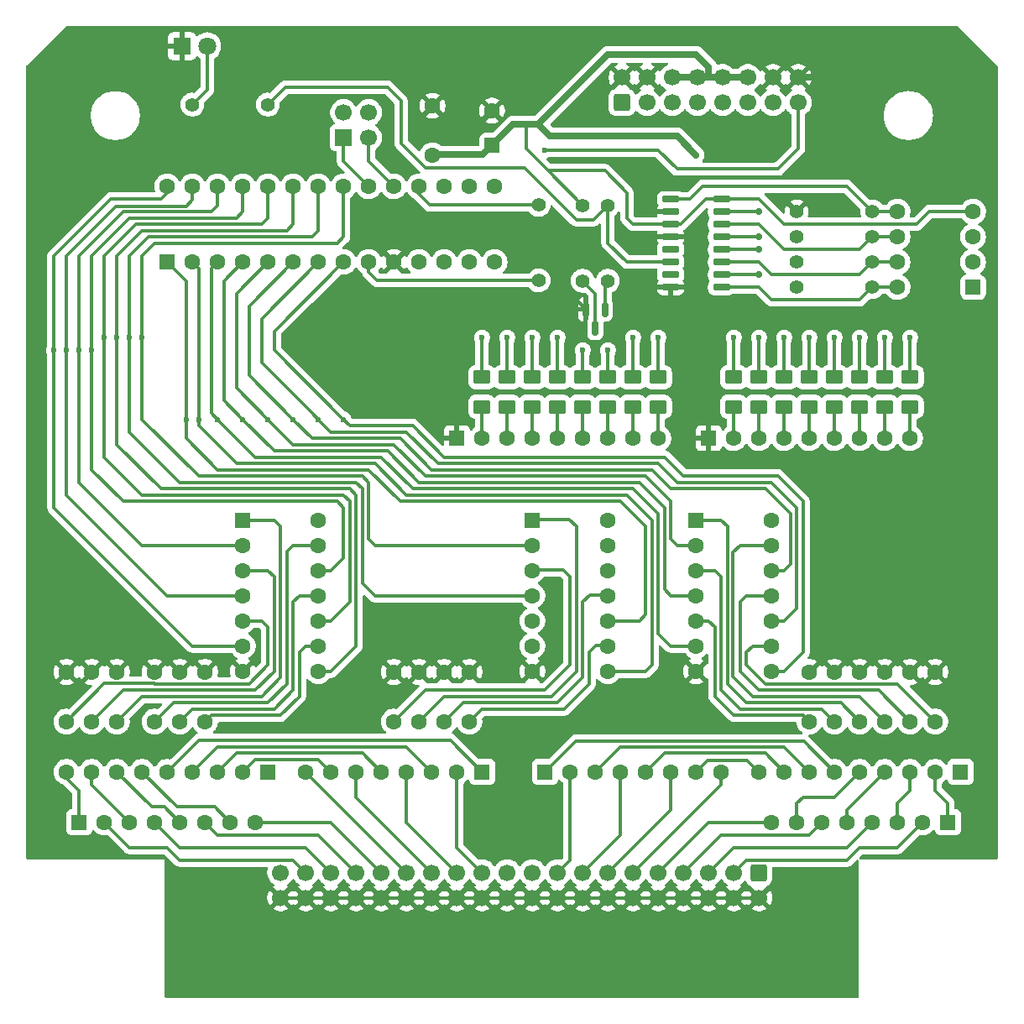
<source format=gbr>
%TF.GenerationSoftware,KiCad,Pcbnew,9.0.7*%
%TF.CreationDate,2026-02-03T13:57:44+01:00*%
%TF.ProjectId,lokho2-inputs,6c6f6b68-6f32-42d6-996e-707574732e6b,rev?*%
%TF.SameCoordinates,Original*%
%TF.FileFunction,Copper,L1,Top*%
%TF.FilePolarity,Positive*%
%FSLAX46Y46*%
G04 Gerber Fmt 4.6, Leading zero omitted, Abs format (unit mm)*
G04 Created by KiCad (PCBNEW 9.0.7) date 2026-02-03 13:57:44*
%MOMM*%
%LPD*%
G01*
G04 APERTURE LIST*
G04 Aperture macros list*
%AMRoundRect*
0 Rectangle with rounded corners*
0 $1 Rounding radius*
0 $2 $3 $4 $5 $6 $7 $8 $9 X,Y pos of 4 corners*
0 Add a 4 corners polygon primitive as box body*
4,1,4,$2,$3,$4,$5,$6,$7,$8,$9,$2,$3,0*
0 Add four circle primitives for the rounded corners*
1,1,$1+$1,$2,$3*
1,1,$1+$1,$4,$5*
1,1,$1+$1,$6,$7*
1,1,$1+$1,$8,$9*
0 Add four rect primitives between the rounded corners*
20,1,$1+$1,$2,$3,$4,$5,0*
20,1,$1+$1,$4,$5,$6,$7,0*
20,1,$1+$1,$6,$7,$8,$9,0*
20,1,$1+$1,$8,$9,$2,$3,0*%
G04 Aperture macros list end*
%TA.AperFunction,Conductor*%
%ADD10C,2.000000*%
%TD*%
%TA.AperFunction,ComponentPad*%
%ADD11R,1.700000X1.700000*%
%TD*%
%TA.AperFunction,ComponentPad*%
%ADD12C,1.700000*%
%TD*%
%TA.AperFunction,ComponentPad*%
%ADD13C,1.400000*%
%TD*%
%TA.AperFunction,SMDPad,CuDef*%
%ADD14RoundRect,0.250001X0.624999X-0.462499X0.624999X0.462499X-0.624999X0.462499X-0.624999X-0.462499X0*%
%TD*%
%TA.AperFunction,ComponentPad*%
%ADD15C,1.600000*%
%TD*%
%TA.AperFunction,ComponentPad*%
%ADD16R,1.800000X1.800000*%
%TD*%
%TA.AperFunction,ComponentPad*%
%ADD17C,1.800000*%
%TD*%
%TA.AperFunction,ComponentPad*%
%ADD18R,1.600000X1.600000*%
%TD*%
%TA.AperFunction,SMDPad,CuDef*%
%ADD19RoundRect,0.150000X-0.725000X-0.150000X0.725000X-0.150000X0.725000X0.150000X-0.725000X0.150000X0*%
%TD*%
%TA.AperFunction,ComponentPad*%
%ADD20RoundRect,0.250000X-0.550000X-0.550000X0.550000X-0.550000X0.550000X0.550000X-0.550000X0.550000X0*%
%TD*%
%TA.AperFunction,SMDPad,CuDef*%
%ADD21RoundRect,0.150000X-0.150000X0.587500X-0.150000X-0.587500X0.150000X-0.587500X0.150000X0.587500X0*%
%TD*%
%TA.AperFunction,ComponentPad*%
%ADD22RoundRect,0.250000X-0.600000X0.600000X-0.600000X-0.600000X0.600000X-0.600000X0.600000X0.600000X0*%
%TD*%
%TA.AperFunction,ComponentPad*%
%ADD23RoundRect,0.250000X0.550000X0.550000X-0.550000X0.550000X-0.550000X-0.550000X0.550000X-0.550000X0*%
%TD*%
%TA.AperFunction,ComponentPad*%
%ADD24RoundRect,0.250000X0.550000X-0.550000X0.550000X0.550000X-0.550000X0.550000X-0.550000X-0.550000X0*%
%TD*%
%TA.AperFunction,ComponentPad*%
%ADD25RoundRect,0.250000X0.600000X-0.600000X0.600000X0.600000X-0.600000X0.600000X-0.600000X-0.600000X0*%
%TD*%
%TA.AperFunction,ViaPad*%
%ADD26C,0.600000*%
%TD*%
%TA.AperFunction,ViaPad*%
%ADD27C,0.700000*%
%TD*%
%TA.AperFunction,Conductor*%
%ADD28C,0.350000*%
%TD*%
%TA.AperFunction,Conductor*%
%ADD29C,0.700000*%
%TD*%
G04 APERTURE END LIST*
D10*
%TO.N,GND*%
X113500000Y-70000000D02*
G75*
G02*
X106500000Y-70000000I-3500000J0D01*
G01*
X106500000Y-70000000D02*
G75*
G02*
X113500000Y-70000000I3500000J0D01*
G01*
X193500000Y-70000000D02*
G75*
G02*
X186500000Y-70000000I-3500000J0D01*
G01*
X186500000Y-70000000D02*
G75*
G02*
X193500000Y-70000000I3500000J0D01*
G01*
%TD*%
D11*
%TO.P,J2,1,Pin_1*%
%TO.N,INTA*%
X133020000Y-72225000D03*
D12*
%TO.P,J2,2,Pin_2*%
%TO.N,GP*%
X133020000Y-69685000D03*
%TO.P,J2,3,Pin_3*%
%TO.N,INTB*%
X135560000Y-72225000D03*
%TO.P,J2,4,Pin_4*%
%TO.N,GP*%
X135560000Y-69685000D03*
%TD*%
D13*
%TO.P,R2,1*%
%TO.N,Net-(U1-B1)*%
X186360000Y-84765000D03*
%TO.P,R2,2*%
%TO.N,GND*%
X178740000Y-84765000D03*
%TD*%
D14*
%TO.P,D9,1,K*%
%TO.N,Net-(D9-K)*%
X164770000Y-99370000D03*
%TO.P,D9,2,A*%
%TO.N,GPA7*%
X164770000Y-96395000D03*
%TD*%
D15*
%TO.P,C17,1*%
%TO.N,INP14F*%
X110160000Y-131120000D03*
%TO.P,C17,2*%
%TO.N,GND*%
X110160000Y-126120000D03*
%TD*%
D13*
%TO.P,R7,1*%
%TO.N,Net-(U1-Oa=b)*%
X125400000Y-68890000D03*
%TO.P,R7,2*%
%TO.N,Net-(D1-A)*%
X117780000Y-68890000D03*
%TD*%
D14*
%TO.P,D6,1,K*%
%TO.N,Net-(D6-K)*%
X157150000Y-99370000D03*
%TO.P,D6,2,A*%
%TO.N,GPA4*%
X157150000Y-96395000D03*
%TD*%
D13*
%TO.P,R5,1*%
%TO.N,Net-(U1-Oa=b)*%
X159690000Y-79050000D03*
%TO.P,R5,2*%
%TO.N,Net-(Q1-B)*%
X159690000Y-86670000D03*
%TD*%
D16*
%TO.P,D1,1,K*%
%TO.N,GND*%
X116730000Y-63000000D03*
D17*
%TO.P,D1,2,A*%
%TO.N,Net-(D1-A)*%
X119270000Y-63000000D03*
%TD*%
D15*
%TO.P,C14,1*%
%TO.N,INP11F*%
X138100000Y-131120000D03*
%TO.P,C14,2*%
%TO.N,GND*%
X138100000Y-126120000D03*
%TD*%
D18*
%TO.P,RN5,1,R1.1*%
%TO.N,INP12F*%
X106350000Y-141280000D03*
D15*
%TO.P,RN5,2,R1.2*%
%TO.N,INP15*%
X108890000Y-141280000D03*
%TO.P,RN5,3,R2.1*%
%TO.N,INP13F*%
X111430000Y-141280000D03*
%TO.P,RN5,4,R2.2*%
%TO.N,INP14*%
X113970000Y-141280000D03*
%TO.P,RN5,5,R3.1*%
%TO.N,INP14F*%
X116510000Y-141280000D03*
%TO.P,RN5,6,R3.2*%
%TO.N,INP13*%
X119050000Y-141280000D03*
%TO.P,RN5,7,R4.1*%
%TO.N,INP15F*%
X121590000Y-141280000D03*
%TO.P,RN5,8,R4.2*%
%TO.N,INP12*%
X124130000Y-141280000D03*
%TD*%
D14*
%TO.P,D7,1,K*%
%TO.N,Net-(D7-K)*%
X159690000Y-99370000D03*
%TO.P,D7,2,A*%
%TO.N,GPA5*%
X159690000Y-96395000D03*
%TD*%
D15*
%TO.P,C11,1*%
%TO.N,INP8F*%
X116510000Y-131120000D03*
%TO.P,C11,2*%
%TO.N,GND*%
X116510000Y-126120000D03*
%TD*%
%TO.P,C7,1*%
%TO.N,INP4F*%
X182550000Y-131120000D03*
%TO.P,C7,2*%
%TO.N,GND*%
X182550000Y-126120000D03*
%TD*%
D14*
%TO.P,D2,1,K*%
%TO.N,Net-(D2-K)*%
X146990000Y-99370000D03*
%TO.P,D2,2,A*%
%TO.N,GPA0*%
X146990000Y-96395000D03*
%TD*%
D19*
%TO.P,U1,1,B3*%
%TO.N,Net-(U1-B3)*%
X166005000Y-78415000D03*
%TO.P,U1,2,Ia<b*%
%TO.N,GND*%
X166005000Y-79685000D03*
%TO.P,U1,3,Ia=b*%
%TO.N,+3V3*%
X166005000Y-80955000D03*
%TO.P,U1,4,Ia>b*%
%TO.N,GND*%
X166005000Y-82225000D03*
%TO.P,U1,5,Oa>b*%
%TO.N,unconnected-(U1-Oa>b-Pad5)*%
X166005000Y-83495000D03*
%TO.P,U1,6,Oa=b*%
%TO.N,Net-(U1-Oa=b)*%
X166005000Y-84765000D03*
%TO.P,U1,7,Oa<b*%
%TO.N,unconnected-(U1-Oa<b-Pad7)*%
X166005000Y-86035000D03*
%TO.P,U1,8,GND*%
%TO.N,GND*%
X166005000Y-87305000D03*
%TO.P,U1,9,B0*%
%TO.N,Net-(U1-B0)*%
X171155000Y-87305000D03*
%TO.P,U1,10,A0*%
%TO.N,SPI_S0*%
X171155000Y-86035000D03*
%TO.P,U1,11,B1*%
%TO.N,Net-(U1-B1)*%
X171155000Y-84765000D03*
%TO.P,U1,12,A1*%
%TO.N,SPI_S1*%
X171155000Y-83495000D03*
%TO.P,U1,13,A2*%
%TO.N,SPI_S2*%
X171155000Y-82225000D03*
%TO.P,U1,14,B2*%
%TO.N,Net-(U1-B2)*%
X171155000Y-80955000D03*
%TO.P,U1,15,A3*%
%TO.N,SPI_S3*%
X171155000Y-79685000D03*
%TO.P,U1,16,VCC*%
%TO.N,+3V3*%
X171155000Y-78415000D03*
%TD*%
D15*
%TO.P,C15,1*%
%TO.N,INP12F*%
X105080000Y-131120000D03*
%TO.P,C15,2*%
%TO.N,GND*%
X105080000Y-126120000D03*
%TD*%
D14*
%TO.P,D12,1,K*%
%TO.N,Net-(D12-K)*%
X177470000Y-99370000D03*
%TO.P,D12,2,A*%
%TO.N,GPB2*%
X177470000Y-96395000D03*
%TD*%
D15*
%TO.P,C13,1*%
%TO.N,INP10F*%
X140640000Y-131120000D03*
%TO.P,C13,2*%
%TO.N,GND*%
X140640000Y-126120000D03*
%TD*%
%TO.P,C4,1*%
%TO.N,INP1F*%
X190170000Y-131120000D03*
%TO.P,C4,2*%
%TO.N,GND*%
X190170000Y-126120000D03*
%TD*%
%TO.P,C9,1*%
%TO.N,INP6F*%
X143180000Y-131120000D03*
%TO.P,C9,2*%
%TO.N,GND*%
X143180000Y-126120000D03*
%TD*%
D20*
%TO.P,U4,1*%
%TO.N,INP10F*%
X152070000Y-110800000D03*
D15*
%TO.P,U4,2*%
%TO.N,GPA0*%
X152070000Y-113340000D03*
%TO.P,U4,3*%
%TO.N,INP11F*%
X152070000Y-115880000D03*
%TO.P,U4,4*%
%TO.N,GPA1*%
X152070000Y-118420000D03*
%TO.P,U4,5*%
%TO.N,N/C*%
X152070000Y-120960000D03*
%TO.P,U4,6*%
X152070000Y-123500000D03*
%TO.P,U4,7,GND*%
%TO.N,GND*%
X152070000Y-126040000D03*
%TO.P,U4,8*%
%TO.N,GPB1*%
X159690000Y-126040000D03*
%TO.P,U4,9*%
%TO.N,INP7F*%
X159690000Y-123500000D03*
%TO.P,U4,10*%
%TO.N,GPB0*%
X159690000Y-120960000D03*
%TO.P,U4,11*%
%TO.N,INP6F*%
X159690000Y-118420000D03*
%TO.P,U4,12*%
%TO.N,N/C*%
X159690000Y-115880000D03*
%TO.P,U4,13*%
X159690000Y-113340000D03*
%TO.P,U4,14,VCC*%
%TO.N,+3V3*%
X159690000Y-110800000D03*
%TD*%
D14*
%TO.P,D15,1,K*%
%TO.N,Net-(D15-K)*%
X185090000Y-99370000D03*
%TO.P,D15,2,A*%
%TO.N,GPB5*%
X185090000Y-96395000D03*
%TD*%
D18*
%TO.P,RN7,1,R1*%
%TO.N,GND*%
X144450000Y-102545000D03*
D15*
%TO.P,RN7,2,R1.2*%
%TO.N,Net-(D2-K)*%
X146990000Y-102545000D03*
%TO.P,RN7,3,R2.2*%
%TO.N,Net-(D3-K)*%
X149530000Y-102545000D03*
%TO.P,RN7,4,R3.2*%
%TO.N,Net-(D4-K)*%
X152070000Y-102545000D03*
%TO.P,RN7,5,R4.2*%
%TO.N,Net-(D5-K)*%
X154610000Y-102545000D03*
%TO.P,RN7,6,R5.2*%
%TO.N,Net-(D6-K)*%
X157150000Y-102545000D03*
%TO.P,RN7,7,R6.2*%
%TO.N,Net-(D7-K)*%
X159690000Y-102545000D03*
%TO.P,RN7,8,R7.2*%
%TO.N,Net-(D8-K)*%
X162230000Y-102545000D03*
%TO.P,RN7,9,R8.2*%
%TO.N,Net-(D9-K)*%
X164770000Y-102545000D03*
%TD*%
D18*
%TO.P,RN6,1,R1*%
%TO.N,+3V3*%
X125400000Y-136200000D03*
D15*
%TO.P,RN6,2,R1.2*%
%TO.N,INP11F*%
X122860000Y-136200000D03*
%TO.P,RN6,3,R2.2*%
%TO.N,INP10F*%
X120320000Y-136200000D03*
%TO.P,RN6,4,R3.2*%
%TO.N,INP9F*%
X117780000Y-136200000D03*
%TO.P,RN6,5,R4.2*%
%TO.N,INP8F*%
X115240000Y-136200000D03*
%TO.P,RN6,6,R5.2*%
%TO.N,INP15F*%
X112700000Y-136200000D03*
%TO.P,RN6,7,R6.2*%
%TO.N,INP14F*%
X110160000Y-136200000D03*
%TO.P,RN6,8,R7.2*%
%TO.N,INP13F*%
X107620000Y-136200000D03*
%TO.P,RN6,9,R8.2*%
%TO.N,INP12F*%
X105080000Y-136200000D03*
%TD*%
%TO.P,C2,1*%
%TO.N,GND*%
X142000000Y-69000000D03*
%TO.P,C2,2*%
%TO.N,+3V3*%
X142000000Y-74000000D03*
%TD*%
D18*
%TO.P,RN3,1,R1*%
%TO.N,+3V3*%
X195250000Y-136200000D03*
D15*
%TO.P,RN3,2,R1.2*%
%TO.N,INP0F*%
X192710000Y-136200000D03*
%TO.P,RN3,3,R2.2*%
%TO.N,INP1F*%
X190170000Y-136200000D03*
%TO.P,RN3,4,R3.2*%
%TO.N,INP2F*%
X187630000Y-136200000D03*
%TO.P,RN3,5,R4.2*%
%TO.N,INP3F*%
X185090000Y-136200000D03*
%TO.P,RN3,6,R5.2*%
%TO.N,INP4F*%
X182550000Y-136200000D03*
%TO.P,RN3,7,R6.2*%
%TO.N,INP5F*%
X180010000Y-136200000D03*
%TO.P,RN3,8,R7.2*%
%TO.N,INP6F*%
X177470000Y-136200000D03*
%TO.P,RN3,9,R8.2*%
%TO.N,INP7F*%
X174930000Y-136200000D03*
%TD*%
D21*
%TO.P,Q1,1,B*%
%TO.N,Net-(Q1-B)*%
X159370000Y-89542500D03*
%TO.P,Q1,2,E*%
%TO.N,GND*%
X157470000Y-89542500D03*
%TO.P,Q1,3,C*%
%TO.N,ADDR_SEL*%
X158420000Y-91417500D03*
%TD*%
D22*
%TO.P,J1,1,Pin_1*%
%TO.N,unconnected-(J1-Pin_1-Pad1)*%
X174930000Y-146360000D03*
D12*
%TO.P,J1,2,Pin_2*%
%TO.N,GND*%
X174930000Y-148900000D03*
%TO.P,J1,3,Pin_3*%
%TO.N,INP0*%
X172390000Y-146360000D03*
%TO.P,J1,4,Pin_4*%
%TO.N,GND*%
X172390000Y-148900000D03*
%TO.P,J1,5,Pin_5*%
%TO.N,INP1*%
X169850000Y-146360000D03*
%TO.P,J1,6,Pin_6*%
%TO.N,GND*%
X169850000Y-148900000D03*
%TO.P,J1,7,Pin_7*%
%TO.N,INP2*%
X167310000Y-146360000D03*
%TO.P,J1,8,Pin_8*%
%TO.N,GND*%
X167310000Y-148900000D03*
%TO.P,J1,9,Pin_9*%
%TO.N,INP3*%
X164770000Y-146360000D03*
%TO.P,J1,10,Pin_10*%
%TO.N,GND*%
X164770000Y-148900000D03*
%TO.P,J1,11,Pin_11*%
%TO.N,INP4*%
X162230000Y-146360000D03*
%TO.P,J1,12,Pin_12*%
%TO.N,GND*%
X162230000Y-148900000D03*
%TO.P,J1,13,Pin_13*%
%TO.N,INP5*%
X159690000Y-146360000D03*
%TO.P,J1,14,Pin_14*%
%TO.N,GND*%
X159690000Y-148900000D03*
%TO.P,J1,15,Pin_15*%
%TO.N,INP6*%
X157150000Y-146360000D03*
%TO.P,J1,16,Pin_16*%
%TO.N,GND*%
X157150000Y-148900000D03*
%TO.P,J1,17,Pin_17*%
%TO.N,INP7*%
X154610000Y-146360000D03*
%TO.P,J1,18,Pin_18*%
%TO.N,GND*%
X154610000Y-148900000D03*
%TO.P,J1,19,Pin_19*%
%TO.N,unconnected-(J1-Pin_19-Pad19)*%
X152070000Y-146360000D03*
%TO.P,J1,20,Pin_20*%
%TO.N,GND*%
X152070000Y-148900000D03*
%TO.P,J1,21,Pin_21*%
%TO.N,unconnected-(J1-Pin_21-Pad21)*%
X149530000Y-146360000D03*
%TO.P,J1,22,Pin_22*%
%TO.N,GND*%
X149530000Y-148900000D03*
%TO.P,J1,23,Pin_23*%
%TO.N,INP8*%
X146990000Y-146360000D03*
%TO.P,J1,24,Pin_24*%
%TO.N,GND*%
X146990000Y-148900000D03*
%TO.P,J1,25,Pin_25*%
%TO.N,INP9*%
X144450000Y-146360000D03*
%TO.P,J1,26,Pin_26*%
%TO.N,GND*%
X144450000Y-148900000D03*
%TO.P,J1,27,Pin_27*%
%TO.N,INP10*%
X141910000Y-146360000D03*
%TO.P,J1,28,Pin_28*%
%TO.N,GND*%
X141910000Y-148900000D03*
%TO.P,J1,29,Pin_29*%
%TO.N,INP11*%
X139370000Y-146360000D03*
%TO.P,J1,30,Pin_30*%
%TO.N,GND*%
X139370000Y-148900000D03*
%TO.P,J1,31,Pin_31*%
%TO.N,INP12*%
X136830000Y-146360000D03*
%TO.P,J1,32,Pin_32*%
%TO.N,GND*%
X136830000Y-148900000D03*
%TO.P,J1,33,Pin_33*%
%TO.N,INP13*%
X134290000Y-146360000D03*
%TO.P,J1,34,Pin_34*%
%TO.N,GND*%
X134290000Y-148900000D03*
%TO.P,J1,35,Pin_35*%
%TO.N,INP14*%
X131750000Y-146360000D03*
%TO.P,J1,36,Pin_36*%
%TO.N,GND*%
X131750000Y-148900000D03*
%TO.P,J1,37,Pin_37*%
%TO.N,INP15*%
X129210000Y-146360000D03*
%TO.P,J1,38,Pin_38*%
%TO.N,GND*%
X129210000Y-148900000D03*
%TO.P,J1,39,Pin_39*%
%TO.N,unconnected-(J1-Pin_39-Pad39)*%
X126670000Y-146360000D03*
%TO.P,J1,40,Pin_40*%
%TO.N,GND*%
X126670000Y-148900000D03*
%TD*%
D23*
%TO.P,SW1,1*%
%TO.N,+3V3*%
X196520000Y-87305000D03*
D15*
%TO.P,SW1,2*%
X196520000Y-84765000D03*
%TO.P,SW1,3*%
X196520000Y-82225000D03*
%TO.P,SW1,4*%
X196520000Y-79685000D03*
%TO.P,SW1,5*%
%TO.N,Net-(U1-B3)*%
X188900000Y-79685000D03*
%TO.P,SW1,6*%
%TO.N,Net-(U1-B2)*%
X188900000Y-82225000D03*
%TO.P,SW1,7*%
%TO.N,Net-(U1-B1)*%
X188900000Y-84765000D03*
%TO.P,SW1,8*%
%TO.N,Net-(U1-B0)*%
X188900000Y-87305000D03*
%TD*%
D20*
%TO.P,U3,1*%
%TO.N,INP14F*%
X122865000Y-110800000D03*
D15*
%TO.P,U3,2*%
%TO.N,GPA5*%
X122865000Y-113340000D03*
%TO.P,U3,3*%
%TO.N,INP13F*%
X122865000Y-115880000D03*
%TO.P,U3,4*%
%TO.N,GPA6*%
X122865000Y-118420000D03*
%TO.P,U3,5*%
%TO.N,INP12F*%
X122865000Y-120960000D03*
%TO.P,U3,6*%
%TO.N,GPA7*%
X122865000Y-123500000D03*
%TO.P,U3,7,GND*%
%TO.N,GND*%
X122865000Y-126040000D03*
%TO.P,U3,8*%
%TO.N,GPA2*%
X130485000Y-126040000D03*
%TO.P,U3,9*%
%TO.N,INP9F*%
X130485000Y-123500000D03*
%TO.P,U3,10*%
%TO.N,GPA3*%
X130485000Y-120960000D03*
%TO.P,U3,11*%
%TO.N,INP8F*%
X130485000Y-118420000D03*
%TO.P,U3,12*%
%TO.N,GPA4*%
X130485000Y-115880000D03*
%TO.P,U3,13*%
%TO.N,INP15F*%
X130485000Y-113340000D03*
%TO.P,U3,14,VCC*%
%TO.N,+3V3*%
X130485000Y-110800000D03*
%TD*%
D18*
%TO.P,RN4,1,R1.1*%
%TO.N,INP8F*%
X146990000Y-136200000D03*
D15*
%TO.P,RN4,2,R1.2*%
%TO.N,INP8*%
X144450000Y-136200000D03*
%TO.P,RN4,3,R2.1*%
%TO.N,INP9F*%
X141910000Y-136200000D03*
%TO.P,RN4,4,R2.2*%
%TO.N,INP9*%
X139370000Y-136200000D03*
%TO.P,RN4,5,R3.1*%
%TO.N,INP10F*%
X136830000Y-136200000D03*
%TO.P,RN4,6,R3.2*%
%TO.N,INP10*%
X134290000Y-136200000D03*
%TO.P,RN4,7,R4.1*%
%TO.N,INP11F*%
X131750000Y-136200000D03*
%TO.P,RN4,8,R4.2*%
%TO.N,INP11*%
X129210000Y-136200000D03*
%TD*%
D13*
%TO.P,R8,1*%
%TO.N,+3V3*%
X152705000Y-86620000D03*
%TO.P,R8,2*%
%TO.N,Net-(U2-~{RESET})*%
X152705000Y-79000000D03*
%TD*%
D18*
%TO.P,RN2,1,R1.1*%
%TO.N,INP4F*%
X153340000Y-136200000D03*
D15*
%TO.P,RN2,2,R1.2*%
%TO.N,INP7*%
X155880000Y-136200000D03*
%TO.P,RN2,3,R2.1*%
%TO.N,INP5F*%
X158420000Y-136200000D03*
%TO.P,RN2,4,R2.2*%
%TO.N,INP6*%
X160960000Y-136200000D03*
%TO.P,RN2,5,R3.1*%
%TO.N,INP6F*%
X163500000Y-136200000D03*
%TO.P,RN2,6,R3.2*%
%TO.N,INP5*%
X166040000Y-136200000D03*
%TO.P,RN2,7,R4.1*%
%TO.N,INP7F*%
X168580000Y-136200000D03*
%TO.P,RN2,8,R4.2*%
%TO.N,INP4*%
X171120000Y-136200000D03*
%TD*%
%TO.P,C18,1*%
%TO.N,INP15F*%
X113970000Y-131120000D03*
%TO.P,C18,2*%
%TO.N,GND*%
X113970000Y-126120000D03*
%TD*%
%TO.P,C6,1*%
%TO.N,INP3F*%
X185090000Y-131120000D03*
%TO.P,C6,2*%
%TO.N,GND*%
X185090000Y-126120000D03*
%TD*%
D14*
%TO.P,D3,1,K*%
%TO.N,Net-(D3-K)*%
X149530000Y-99370000D03*
%TO.P,D3,2,A*%
%TO.N,GPA1*%
X149530000Y-96395000D03*
%TD*%
%TO.P,D5,1,K*%
%TO.N,Net-(D5-K)*%
X154610000Y-99370000D03*
%TO.P,D5,2,A*%
%TO.N,GPA3*%
X154610000Y-96395000D03*
%TD*%
D18*
%TO.P,RN1,1,R1.1*%
%TO.N,INP0F*%
X193980000Y-141280000D03*
D15*
%TO.P,RN1,2,R1.2*%
%TO.N,INP0*%
X191440000Y-141280000D03*
%TO.P,RN1,3,R2.1*%
%TO.N,INP1F*%
X188900000Y-141280000D03*
%TO.P,RN1,4,R2.2*%
%TO.N,INP1*%
X186360000Y-141280000D03*
%TO.P,RN1,5,R3.1*%
%TO.N,INP2F*%
X183820000Y-141280000D03*
%TO.P,RN1,6,R3.2*%
%TO.N,INP2*%
X181280000Y-141280000D03*
%TO.P,RN1,7,R4.1*%
%TO.N,INP3F*%
X178740000Y-141280000D03*
%TO.P,RN1,8,R4.2*%
%TO.N,INP3*%
X176200000Y-141280000D03*
%TD*%
D14*
%TO.P,D14,1,K*%
%TO.N,Net-(D14-K)*%
X182550000Y-99370000D03*
%TO.P,D14,2,A*%
%TO.N,GPB4*%
X182550000Y-96395000D03*
%TD*%
D13*
%TO.P,R1,1*%
%TO.N,Net-(U1-B0)*%
X186360000Y-87305000D03*
%TO.P,R1,2*%
%TO.N,GND*%
X178740000Y-87305000D03*
%TD*%
D15*
%TO.P,C3,1*%
%TO.N,INP0F*%
X192710000Y-131120000D03*
%TO.P,C3,2*%
%TO.N,GND*%
X192710000Y-126120000D03*
%TD*%
%TO.P,C12,1*%
%TO.N,INP9F*%
X119050000Y-131120000D03*
%TO.P,C12,2*%
%TO.N,GND*%
X119050000Y-126120000D03*
%TD*%
D14*
%TO.P,D10,1,K*%
%TO.N,Net-(D10-K)*%
X172390000Y-99370000D03*
%TO.P,D10,2,A*%
%TO.N,GPB0*%
X172390000Y-96395000D03*
%TD*%
%TO.P,D13,1,K*%
%TO.N,Net-(D13-K)*%
X180010000Y-99370000D03*
%TO.P,D13,2,A*%
%TO.N,GPB3*%
X180010000Y-96395000D03*
%TD*%
%TO.P,D17,1,K*%
%TO.N,Net-(D17-K)*%
X190170000Y-99370000D03*
%TO.P,D17,2,A*%
%TO.N,GPB7*%
X190170000Y-96395000D03*
%TD*%
D15*
%TO.P,C16,1*%
%TO.N,INP13F*%
X107620000Y-131120000D03*
%TO.P,C16,2*%
%TO.N,GND*%
X107620000Y-126120000D03*
%TD*%
D13*
%TO.P,R4,1*%
%TO.N,Net-(U1-B3)*%
X186360000Y-79685000D03*
%TO.P,R4,2*%
%TO.N,GND*%
X178740000Y-79685000D03*
%TD*%
D14*
%TO.P,D4,1,K*%
%TO.N,Net-(D4-K)*%
X152070000Y-99370000D03*
%TO.P,D4,2,A*%
%TO.N,GPA2*%
X152070000Y-96395000D03*
%TD*%
D20*
%TO.P,U5,1*%
%TO.N,INP3F*%
X168580000Y-110800000D03*
D15*
%TO.P,U5,2*%
%TO.N,GPB4*%
X168580000Y-113340000D03*
%TO.P,U5,3*%
%TO.N,INP4F*%
X168580000Y-115880000D03*
%TO.P,U5,4*%
%TO.N,GPB3*%
X168580000Y-118420000D03*
%TO.P,U5,5*%
%TO.N,INP5F*%
X168580000Y-120960000D03*
%TO.P,U5,6*%
%TO.N,GPB2*%
X168580000Y-123500000D03*
%TO.P,U5,7,GND*%
%TO.N,GND*%
X168580000Y-126040000D03*
%TO.P,U5,8*%
%TO.N,GPB7*%
X176200000Y-126040000D03*
%TO.P,U5,9*%
%TO.N,INP0F*%
X176200000Y-123500000D03*
%TO.P,U5,10*%
%TO.N,GPB6*%
X176200000Y-120960000D03*
%TO.P,U5,11*%
%TO.N,INP1F*%
X176200000Y-118420000D03*
%TO.P,U5,12*%
%TO.N,GPB5*%
X176200000Y-115880000D03*
%TO.P,U5,13*%
%TO.N,INP2F*%
X176200000Y-113340000D03*
%TO.P,U5,14,VCC*%
%TO.N,+3V3*%
X176200000Y-110800000D03*
%TD*%
D24*
%TO.P,C1,1*%
%TO.N,+3V3*%
X148000000Y-73000000D03*
D15*
%TO.P,C1,2*%
%TO.N,GND*%
X148000000Y-69500000D03*
%TD*%
D18*
%TO.P,RN8,1,R1*%
%TO.N,GND*%
X169850000Y-102545000D03*
D15*
%TO.P,RN8,2,R1.2*%
%TO.N,Net-(D10-K)*%
X172390000Y-102545000D03*
%TO.P,RN8,3,R2.2*%
%TO.N,Net-(D11-K)*%
X174930000Y-102545000D03*
%TO.P,RN8,4,R3.2*%
%TO.N,Net-(D12-K)*%
X177470000Y-102545000D03*
%TO.P,RN8,5,R4.2*%
%TO.N,Net-(D13-K)*%
X180010000Y-102545000D03*
%TO.P,RN8,6,R5.2*%
%TO.N,Net-(D14-K)*%
X182550000Y-102545000D03*
%TO.P,RN8,7,R6.2*%
%TO.N,Net-(D15-K)*%
X185090000Y-102545000D03*
%TO.P,RN8,8,R7.2*%
%TO.N,Net-(D16-K)*%
X187630000Y-102545000D03*
%TO.P,RN8,9,R8.2*%
%TO.N,Net-(D17-K)*%
X190170000Y-102545000D03*
%TD*%
D13*
%TO.P,R3,1*%
%TO.N,Net-(U1-B2)*%
X186360000Y-82225000D03*
%TO.P,R3,2*%
%TO.N,GND*%
X178740000Y-82225000D03*
%TD*%
D24*
%TO.P,U2,1,GPB0*%
%TO.N,GPB0*%
X115240000Y-84765000D03*
D15*
%TO.P,U2,2,GPB1*%
%TO.N,GPB1*%
X117780000Y-84765000D03*
%TO.P,U2,3,GPB2*%
%TO.N,GPB2*%
X120320000Y-84765000D03*
%TO.P,U2,4,GPB3*%
%TO.N,GPB3*%
X122860000Y-84765000D03*
%TO.P,U2,5,GPB4*%
%TO.N,GPB4*%
X125400000Y-84765000D03*
%TO.P,U2,6,GPB5*%
%TO.N,GPB5*%
X127940000Y-84765000D03*
%TO.P,U2,7,GPB6*%
%TO.N,GPB6*%
X130480000Y-84765000D03*
%TO.P,U2,8,GPB7*%
%TO.N,GPB7*%
X133020000Y-84765000D03*
%TO.P,U2,9,VDD*%
%TO.N,+3V3*%
X135560000Y-84765000D03*
%TO.P,U2,10,VSS*%
%TO.N,GND*%
X138100000Y-84765000D03*
%TO.P,U2,11,~{CS}*%
%TO.N,ADDR_SEL*%
X140640000Y-84765000D03*
%TO.P,U2,12,SCK*%
%TO.N,SPI_SCK*%
X143180000Y-84765000D03*
%TO.P,U2,13,SI*%
%TO.N,SPI_MOSI*%
X145720000Y-84765000D03*
%TO.P,U2,14,SO*%
%TO.N,SPI_MISO*%
X148260000Y-84765000D03*
%TO.P,U2,15,A0*%
%TO.N,+3V3*%
X148260000Y-77145000D03*
%TO.P,U2,16,A1*%
X145720000Y-77145000D03*
%TO.P,U2,17,A2*%
X143180000Y-77145000D03*
%TO.P,U2,18,~{RESET}*%
%TO.N,Net-(U2-~{RESET})*%
X140640000Y-77145000D03*
%TO.P,U2,19,INTB*%
%TO.N,INTB*%
X138100000Y-77145000D03*
%TO.P,U2,20,INTA*%
%TO.N,INTA*%
X135560000Y-77145000D03*
%TO.P,U2,21,GPA0*%
%TO.N,GPA0*%
X133020000Y-77145000D03*
%TO.P,U2,22,GPA1*%
%TO.N,GPA1*%
X130480000Y-77145000D03*
%TO.P,U2,23,GPA2*%
%TO.N,GPA2*%
X127940000Y-77145000D03*
%TO.P,U2,24,GPA3*%
%TO.N,GPA3*%
X125400000Y-77145000D03*
%TO.P,U2,25,GPA4*%
%TO.N,GPA4*%
X122860000Y-77145000D03*
%TO.P,U2,26,GPA5*%
%TO.N,GPA5*%
X120320000Y-77145000D03*
%TO.P,U2,27,GPA6*%
%TO.N,GPA6*%
X117780000Y-77145000D03*
%TO.P,U2,28,GPA7*%
%TO.N,GPA7*%
X115240000Y-77145000D03*
%TD*%
D14*
%TO.P,D11,1,K*%
%TO.N,Net-(D11-K)*%
X174930000Y-99370000D03*
%TO.P,D11,2,A*%
%TO.N,GPB1*%
X174930000Y-96395000D03*
%TD*%
D15*
%TO.P,C8,1*%
%TO.N,INP5F*%
X180010000Y-131120000D03*
%TO.P,C8,2*%
%TO.N,GND*%
X180010000Y-126120000D03*
%TD*%
D13*
%TO.P,R6,1*%
%TO.N,ADDR_SEL*%
X157150000Y-86670000D03*
%TO.P,R6,2*%
%TO.N,+3V3*%
X157150000Y-79050000D03*
%TD*%
D15*
%TO.P,C5,1*%
%TO.N,INP2F*%
X187630000Y-131120000D03*
%TO.P,C5,2*%
%TO.N,GND*%
X187630000Y-126120000D03*
%TD*%
D25*
%TO.P,SPI1,1,Pin_1*%
%TO.N,SPI_MISO*%
X161110000Y-68697500D03*
D12*
%TO.P,SPI1,2,Pin_2*%
%TO.N,GND*%
X161110000Y-66157500D03*
%TO.P,SPI1,3,Pin_3*%
%TO.N,SPI_MOSI*%
X163650000Y-68697500D03*
%TO.P,SPI1,4,Pin_4*%
%TO.N,GND*%
X163650000Y-66157500D03*
%TO.P,SPI1,5,Pin_5*%
%TO.N,SPI_SCK*%
X166190000Y-68697500D03*
%TO.P,SPI1,6,Pin_6*%
%TO.N,+3V3*%
X166190000Y-66157500D03*
%TO.P,SPI1,7,Pin_7*%
%TO.N,SPI_S0*%
X168730000Y-68697500D03*
%TO.P,SPI1,8,Pin_8*%
%TO.N,+3V3*%
X168730000Y-66157500D03*
%TO.P,SPI1,9,Pin_9*%
%TO.N,SPI_S1*%
X171270000Y-68697500D03*
%TO.P,SPI1,10,Pin_10*%
%TO.N,+3V3*%
X171270000Y-66157500D03*
%TO.P,SPI1,11,Pin_11*%
%TO.N,SPI_S2*%
X173810000Y-68697500D03*
%TO.P,SPI1,12,Pin_12*%
%TO.N,+3V3*%
X173810000Y-66157500D03*
%TO.P,SPI1,13,Pin_13*%
%TO.N,SPI_S3*%
X176350000Y-68697500D03*
%TO.P,SPI1,14,Pin_14*%
%TO.N,GND*%
X176350000Y-66157500D03*
%TO.P,SPI1,15,Pin_15*%
%TO.N,GP*%
X178890000Y-68697500D03*
%TO.P,SPI1,16,Pin_16*%
%TO.N,GND*%
X178890000Y-66157500D03*
%TD*%
D14*
%TO.P,D8,1,K*%
%TO.N,Net-(D8-K)*%
X162230000Y-99370000D03*
%TO.P,D8,2,A*%
%TO.N,GPA6*%
X162230000Y-96395000D03*
%TD*%
%TO.P,D16,1,K*%
%TO.N,Net-(D16-K)*%
X187630000Y-99370000D03*
%TO.P,D16,2,A*%
%TO.N,GPB6*%
X187630000Y-96395000D03*
%TD*%
D15*
%TO.P,C10,1*%
%TO.N,INP7F*%
X145720000Y-131120000D03*
%TO.P,C10,2*%
%TO.N,GND*%
X145720000Y-126120000D03*
%TD*%
D26*
%TO.N,GP*%
X153340000Y-73495000D03*
D27*
%TO.N,GND*%
X162865000Y-79685000D03*
X162865000Y-87305000D03*
X162865000Y-82225000D03*
D26*
%TO.N,+3V3*%
X168580000Y-73970000D03*
D27*
%TO.N,SPI_S0*%
X174930000Y-86035000D03*
%TO.N,SPI_S1*%
X174930000Y-83495000D03*
%TO.N,SPI_S2*%
X174930000Y-82225000D03*
%TO.N,SPI_S3*%
X174930000Y-79685000D03*
D26*
%TO.N,GPB0*%
X117145000Y-100640000D03*
X172390000Y-92385000D03*
%TO.N,GPA4*%
X107620000Y-93655000D03*
X157150000Y-93655000D03*
%TO.N,GPB2*%
X177470000Y-92385000D03*
X120320000Y-100640000D03*
%TO.N,GPB3*%
X122860000Y-100640000D03*
X180010000Y-92385000D03*
%TO.N,GPB5*%
X185090000Y-92385000D03*
X127940000Y-100640000D03*
%TO.N,GPA3*%
X154610000Y-92385000D03*
X108890000Y-92385000D03*
%TO.N,GPB1*%
X174930000Y-92385000D03*
X118415000Y-100640000D03*
%TO.N,GPA0*%
X146990000Y-92385000D03*
X112700000Y-92385000D03*
%TO.N,GPA2*%
X110160000Y-92385000D03*
X152070000Y-92385000D03*
%TO.N,GPB4*%
X182550000Y-92385000D03*
X125400000Y-100640000D03*
%TO.N,GPA5*%
X106350000Y-93655000D03*
X159690000Y-93655000D03*
%TO.N,GPA7*%
X103810000Y-93655000D03*
X164770000Y-92385000D03*
%TO.N,GPB6*%
X130480000Y-100640000D03*
X187630000Y-92385000D03*
%TO.N,GPA6*%
X105080000Y-93655000D03*
X162230000Y-92385000D03*
%TO.N,GPB7*%
X133020000Y-100640000D03*
X190170000Y-92385000D03*
%TO.N,GPA1*%
X149530000Y-92385000D03*
X111430000Y-92385000D03*
%TD*%
D28*
%TO.N,+3V3*%
X151435000Y-73335000D02*
X151435000Y-70875000D01*
X153657500Y-75557500D02*
X151435000Y-73335000D01*
D29*
X151435000Y-70875000D02*
X150125000Y-70875000D01*
X152625000Y-70875000D02*
X153815000Y-72065000D01*
X153815000Y-72065000D02*
X166675000Y-72065000D01*
X152625000Y-70875000D02*
X151435000Y-70875000D01*
X150125000Y-70875000D02*
X148000000Y-73000000D01*
D28*
%TO.N,INTB*%
X135560000Y-72225000D02*
X135560000Y-74605000D01*
%TO.N,INTA*%
X133020000Y-72225000D02*
X133020000Y-74605000D01*
X133020000Y-74605000D02*
X135560000Y-77145000D01*
%TO.N,INTB*%
X135560000Y-74605000D02*
X138100000Y-77145000D01*
%TO.N,Net-(U1-Oa=b)*%
X127145000Y-67145000D02*
X125400000Y-68890000D01*
X138815000Y-72780000D02*
X138815000Y-68495000D01*
X141275000Y-75240000D02*
X138815000Y-72780000D01*
X156500000Y-80500000D02*
X151240000Y-75240000D01*
X138815000Y-68495000D02*
X137465000Y-67145000D01*
X158240000Y-80500000D02*
X156500000Y-80500000D01*
X137465000Y-67145000D02*
X127145000Y-67145000D01*
X159690000Y-79050000D02*
X158240000Y-80500000D01*
X151240000Y-75240000D02*
X141275000Y-75240000D01*
%TO.N,GP*%
X178890000Y-73345000D02*
X178890000Y-68697500D01*
X176835000Y-75400000D02*
X178890000Y-73345000D01*
X166675000Y-75400000D02*
X176835000Y-75400000D01*
X153340000Y-73495000D02*
X164770000Y-73495000D01*
X164770000Y-73495000D02*
X166675000Y-75400000D01*
%TO.N,+3V3*%
X135560000Y-85775000D02*
X135560000Y-84765000D01*
X136405000Y-86620000D02*
X135560000Y-85775000D01*
X136405000Y-86620000D02*
X152705000Y-86620000D01*
%TO.N,Net-(U2-~{RESET})*%
X141700000Y-79000000D02*
X152705000Y-79000000D01*
X140640000Y-77940000D02*
X141700000Y-79000000D01*
X140640000Y-77145000D02*
X140640000Y-77940000D01*
D29*
%TO.N,+3V3*%
X142070000Y-73930000D02*
X142000000Y-74000000D01*
X147070000Y-73930000D02*
X148000000Y-73000000D01*
X146000000Y-73930000D02*
X142070000Y-73930000D01*
X146000000Y-73930000D02*
X147070000Y-73930000D01*
X148082651Y-73082651D02*
X148000000Y-73000000D01*
D28*
%TO.N,GND*%
X160325000Y-84765000D02*
X162865000Y-87305000D01*
X162865000Y-82225000D02*
X166005000Y-82225000D01*
X126670000Y-148900000D02*
X174930000Y-148900000D01*
X155880000Y-84765000D02*
X160325000Y-84765000D01*
D29*
X189657500Y-66157500D02*
X190000000Y-66500000D01*
D28*
X155245000Y-85400000D02*
X155880000Y-84765000D01*
X116730000Y-63000000D02*
X113500000Y-63000000D01*
X166005000Y-79685000D02*
X162865000Y-79685000D01*
X157470000Y-89542500D02*
X155245000Y-87317500D01*
X162865000Y-87305000D02*
X166005000Y-87305000D01*
D29*
X178890000Y-66157500D02*
X189657500Y-66157500D01*
D28*
X155245000Y-87317500D02*
X155245000Y-85400000D01*
X113500000Y-63000000D02*
X110000000Y-66500000D01*
D29*
%TO.N,+3V3*%
X169850000Y-66157500D02*
X169850000Y-65080000D01*
X169850000Y-66157500D02*
X166190000Y-66157500D01*
X169850000Y-65080000D02*
X168580000Y-63810000D01*
D28*
X153657500Y-75557500D02*
X159372500Y-75557500D01*
X166005000Y-80955000D02*
X166991966Y-80955000D01*
X192075000Y-79685000D02*
X196520000Y-79685000D01*
X159372500Y-75557500D02*
X161595000Y-77780000D01*
X162230000Y-80955000D02*
X166005000Y-80955000D01*
D29*
X166675000Y-72065000D02*
X168580000Y-73970000D01*
D28*
X161595000Y-77780000D02*
X161595000Y-80320000D01*
X169531966Y-78415000D02*
X171155000Y-78415000D01*
D29*
X173810000Y-66157500D02*
X169850000Y-66157500D01*
D28*
X190805000Y-80955000D02*
X192075000Y-79685000D01*
X166991966Y-80955000D02*
X169531966Y-78415000D01*
X161595000Y-80320000D02*
X162230000Y-80955000D01*
X171155000Y-78415000D02*
X174930000Y-78415000D01*
D29*
X159690000Y-63810000D02*
X152625000Y-70875000D01*
X168580000Y-63810000D02*
X159690000Y-63810000D01*
D28*
X177470000Y-80955000D02*
X190805000Y-80955000D01*
X174930000Y-78415000D02*
X177470000Y-80955000D01*
X157150000Y-79050000D02*
X153657500Y-75557500D01*
%TO.N,SPI_S0*%
X171155000Y-86035000D02*
X174930000Y-86035000D01*
%TO.N,SPI_S1*%
X171155000Y-83495000D02*
X174930000Y-83495000D01*
%TO.N,SPI_S2*%
X171155000Y-82225000D02*
X174930000Y-82225000D01*
%TO.N,SPI_S3*%
X171155000Y-79685000D02*
X174930000Y-79685000D01*
%TO.N,ADDR_SEL*%
X158420000Y-91417500D02*
X158420000Y-87940000D01*
X158420000Y-87940000D02*
X157150000Y-86670000D01*
%TO.N,Net-(Q1-B)*%
X159370000Y-86990000D02*
X159690000Y-86670000D01*
X159370000Y-89542500D02*
X159370000Y-86990000D01*
%TO.N,Net-(U1-B0)*%
X174930000Y-87305000D02*
X176200000Y-88575000D01*
X176200000Y-88575000D02*
X185090000Y-88575000D01*
X185090000Y-88575000D02*
X186360000Y-87305000D01*
X186360000Y-87305000D02*
X188900000Y-87305000D01*
X171155000Y-87305000D02*
X174930000Y-87305000D01*
%TO.N,Net-(U1-B1)*%
X174930000Y-84765000D02*
X176200000Y-86035000D01*
X176200000Y-86035000D02*
X185090000Y-86035000D01*
X188900000Y-84765000D02*
X186360000Y-84765000D01*
X185090000Y-86035000D02*
X186360000Y-84765000D01*
X171155000Y-84765000D02*
X174930000Y-84765000D01*
%TO.N,Net-(U1-B2)*%
X185090000Y-83495000D02*
X186360000Y-82225000D01*
X174930000Y-80955000D02*
X177470000Y-83495000D01*
X177470000Y-83495000D02*
X185090000Y-83495000D01*
X171155000Y-80955000D02*
X174930000Y-80955000D01*
X186360000Y-82225000D02*
X188900000Y-82225000D01*
%TO.N,Net-(U1-B3)*%
X188900000Y-79685000D02*
X186360000Y-79685000D01*
X169215000Y-77145000D02*
X167945000Y-78415000D01*
X167945000Y-78415000D02*
X166005000Y-78415000D01*
X186360000Y-79685000D02*
X183820000Y-77145000D01*
X183820000Y-77145000D02*
X169215000Y-77145000D01*
%TO.N,Net-(U1-Oa=b)*%
X161595000Y-84765000D02*
X166005000Y-84765000D01*
X159690000Y-79050000D02*
X159690000Y-82860000D01*
X159690000Y-82860000D02*
X161595000Y-84765000D01*
%TO.N,Net-(D1-A)*%
X119270000Y-67400000D02*
X119270000Y-63000000D01*
X117780000Y-68890000D02*
X119270000Y-67400000D01*
%TO.N,GPB0*%
X135560000Y-105720000D02*
X138735000Y-108895000D01*
X117145000Y-86670000D02*
X117145000Y-100005000D01*
X160960000Y-108895000D02*
X163500000Y-111435000D01*
X138735000Y-108895000D02*
X160960000Y-108895000D01*
X163500000Y-120325000D02*
X162865000Y-120960000D01*
X117145000Y-100005000D02*
X117145000Y-102545000D01*
X172390000Y-96395000D02*
X172390000Y-92385000D01*
X120320000Y-105720000D02*
X135560000Y-105720000D01*
X163500000Y-111435000D02*
X163500000Y-120325000D01*
X162865000Y-120960000D02*
X159690000Y-120960000D01*
X117145000Y-102545000D02*
X120320000Y-105720000D01*
X115240000Y-84765000D02*
X117145000Y-86670000D01*
%TO.N,GPA4*%
X131750000Y-115880000D02*
X130485000Y-115880000D01*
X107620000Y-105720000D02*
X110795000Y-108895000D01*
X107620000Y-84130000D02*
X107620000Y-93655000D01*
X132385000Y-108895000D02*
X133020000Y-109530000D01*
X122860000Y-79685000D02*
X122225000Y-80320000D01*
X133020000Y-114610000D02*
X131750000Y-115880000D01*
X122860000Y-77145000D02*
X122860000Y-79685000D01*
X110795000Y-108895000D02*
X132385000Y-108895000D01*
X133020000Y-109530000D02*
X133020000Y-114610000D01*
X111430000Y-80320000D02*
X107620000Y-84130000D01*
X157150000Y-96395000D02*
X157150000Y-93655000D01*
X107620000Y-93655000D02*
X107620000Y-105720000D01*
X122225000Y-80320000D02*
X111430000Y-80320000D01*
%TO.N,GPB2*%
X119685000Y-100005000D02*
X120320000Y-100640000D01*
X119685000Y-85400000D02*
X119685000Y-100005000D01*
X120320000Y-84765000D02*
X119685000Y-85400000D01*
X136830000Y-104450000D02*
X140005000Y-107625000D01*
X166040000Y-123500000D02*
X168580000Y-123500000D01*
X124130000Y-104450000D02*
X136830000Y-104450000D01*
X120320000Y-100640000D02*
X124130000Y-104450000D01*
X140005000Y-107625000D02*
X162230000Y-107625000D01*
X177470000Y-96395000D02*
X177470000Y-92385000D01*
X164770000Y-122230000D02*
X166040000Y-123500000D01*
X164770000Y-110165000D02*
X164770000Y-122230000D01*
X162230000Y-107625000D02*
X164770000Y-110165000D01*
%TO.N,GPB3*%
X162865000Y-106990000D02*
X165405000Y-109530000D01*
X140640000Y-106990000D02*
X162865000Y-106990000D01*
X166040000Y-118420000D02*
X168580000Y-118420000D01*
X180010000Y-96395000D02*
X180010000Y-92385000D01*
X120955000Y-86670000D02*
X120955000Y-98735000D01*
X122860000Y-84765000D02*
X120955000Y-86670000D01*
X126035000Y-103815000D02*
X137465000Y-103815000D01*
X120955000Y-98735000D02*
X122860000Y-100640000D01*
X165405000Y-117785000D02*
X166040000Y-118420000D01*
X137465000Y-103815000D02*
X140640000Y-106990000D01*
X165405000Y-109530000D02*
X165405000Y-117785000D01*
X122860000Y-100640000D02*
X126035000Y-103815000D01*
%TO.N,GPB5*%
X127940000Y-84765000D02*
X123495000Y-89210000D01*
X129845000Y-102545000D02*
X138735000Y-102545000D01*
X138735000Y-102545000D02*
X141910000Y-105720000D01*
X166040000Y-107625000D02*
X175565000Y-107625000D01*
X185090000Y-96395000D02*
X185090000Y-92385000D01*
X123495000Y-89210000D02*
X123495000Y-96195000D01*
X127940000Y-100640000D02*
X129845000Y-102545000D01*
X175565000Y-107625000D02*
X178105000Y-110165000D01*
X177470000Y-115880000D02*
X176200000Y-115880000D01*
X123495000Y-96195000D02*
X127940000Y-100640000D01*
X178105000Y-110165000D02*
X178105000Y-115245000D01*
X164135000Y-105720000D02*
X166040000Y-107625000D01*
X178105000Y-115245000D02*
X177470000Y-115880000D01*
X141910000Y-105720000D02*
X164135000Y-105720000D01*
%TO.N,GPA3*%
X124765000Y-80955000D02*
X125400000Y-80320000D01*
X125400000Y-80320000D02*
X125400000Y-77145000D01*
X133655000Y-108895000D02*
X133655000Y-119055000D01*
X133655000Y-119055000D02*
X131750000Y-120960000D01*
X154610000Y-96395000D02*
X154610000Y-92385000D01*
X133020000Y-108260000D02*
X133655000Y-108895000D01*
X108890000Y-84130000D02*
X112065000Y-80955000D01*
X131750000Y-120960000D02*
X130485000Y-120960000D01*
X112065000Y-80955000D02*
X124765000Y-80955000D01*
X108890000Y-92385000D02*
X108890000Y-84130000D01*
X112700000Y-108260000D02*
X133020000Y-108260000D01*
X108890000Y-92385000D02*
X108890000Y-104450000D01*
X108890000Y-104450000D02*
X112700000Y-108260000D01*
%TO.N,GPB1*%
X139370000Y-108260000D02*
X161595000Y-108260000D01*
X161595000Y-108260000D02*
X164135000Y-110800000D01*
X118415000Y-100640000D02*
X118415000Y-101275000D01*
X174930000Y-96395000D02*
X174930000Y-92385000D01*
X164135000Y-110800000D02*
X164135000Y-125405000D01*
X118415000Y-85400000D02*
X118415000Y-100640000D01*
X118415000Y-101275000D02*
X122225000Y-105085000D01*
X122225000Y-105085000D02*
X136195000Y-105085000D01*
X163500000Y-126040000D02*
X159690000Y-126040000D01*
X136195000Y-105085000D02*
X139370000Y-108260000D01*
X164135000Y-125405000D02*
X163500000Y-126040000D01*
X117780000Y-84765000D02*
X118415000Y-85400000D01*
%TO.N,GPA0*%
X135560000Y-112705000D02*
X136195000Y-113340000D01*
X112700000Y-92385000D02*
X112700000Y-100640000D01*
X135560000Y-106990000D02*
X135560000Y-112705000D01*
X118415000Y-106355000D02*
X134925000Y-106355000D01*
X136195000Y-113340000D02*
X152070000Y-113340000D01*
X112700000Y-84130000D02*
X112700000Y-92385000D01*
X113970000Y-82860000D02*
X112700000Y-84130000D01*
X112700000Y-100640000D02*
X118415000Y-106355000D01*
X134925000Y-106355000D02*
X135560000Y-106990000D01*
X133020000Y-77145000D02*
X133020000Y-82225000D01*
X132385000Y-82860000D02*
X113970000Y-82860000D01*
X146990000Y-96395000D02*
X146990000Y-92385000D01*
X133020000Y-82225000D02*
X132385000Y-82860000D01*
%TO.N,GPA2*%
X131750000Y-126040000D02*
X130485000Y-126040000D01*
X134290000Y-108260000D02*
X134290000Y-123500000D01*
X134290000Y-123500000D02*
X131750000Y-126040000D01*
X152070000Y-96395000D02*
X152070000Y-92385000D01*
X114605000Y-107625000D02*
X133655000Y-107625000D01*
X133655000Y-107625000D02*
X134290000Y-108260000D01*
X110160000Y-103180000D02*
X114605000Y-107625000D01*
X110160000Y-92385000D02*
X110160000Y-84130000D01*
X127940000Y-80955000D02*
X127940000Y-77145000D01*
X112700000Y-81590000D02*
X127305000Y-81590000D01*
X110160000Y-84130000D02*
X112700000Y-81590000D01*
X110160000Y-92385000D02*
X110160000Y-103180000D01*
X127305000Y-81590000D02*
X127940000Y-80955000D01*
%TO.N,GPB4*%
X125400000Y-100640000D02*
X127940000Y-103180000D01*
X125400000Y-84765000D02*
X122225000Y-87940000D01*
X166675000Y-113340000D02*
X168580000Y-113340000D01*
X141275000Y-106355000D02*
X163500000Y-106355000D01*
X138100000Y-103180000D02*
X141275000Y-106355000D01*
X166040000Y-112705000D02*
X166675000Y-113340000D01*
X122225000Y-97465000D02*
X125400000Y-100640000D01*
X166040000Y-108895000D02*
X166040000Y-112705000D01*
X182550000Y-92385000D02*
X182550000Y-96395000D01*
X127940000Y-103180000D02*
X138100000Y-103180000D01*
X163500000Y-106355000D02*
X166040000Y-108895000D01*
X122225000Y-87940000D02*
X122225000Y-97465000D01*
%TO.N,GPA5*%
X106350000Y-93655000D02*
X106350000Y-84130000D01*
X106350000Y-93655000D02*
X106350000Y-106990000D01*
X159690000Y-96395000D02*
X159690000Y-93655000D01*
X119685000Y-79685000D02*
X120320000Y-79050000D01*
X106350000Y-84130000D02*
X110795000Y-79685000D01*
X120320000Y-79050000D02*
X120320000Y-77145000D01*
X112700000Y-113340000D02*
X122865000Y-113340000D01*
X110795000Y-79685000D02*
X119685000Y-79685000D01*
X106350000Y-106990000D02*
X112700000Y-113340000D01*
%TO.N,GPA7*%
X103810000Y-94290000D02*
X103810000Y-84130000D01*
X115240000Y-77780000D02*
X115240000Y-77145000D01*
X122865000Y-123500000D02*
X117780000Y-123500000D01*
X103810000Y-109530000D02*
X103810000Y-94290000D01*
X114605000Y-78415000D02*
X115240000Y-77780000D01*
X164770000Y-96395000D02*
X164770000Y-92385000D01*
X109525000Y-78415000D02*
X114605000Y-78415000D01*
X103810000Y-84130000D02*
X109525000Y-78415000D01*
X117780000Y-123500000D02*
X103810000Y-109530000D01*
%TO.N,GPB6*%
X177470000Y-120960000D02*
X176200000Y-120960000D01*
X139370000Y-101910000D02*
X142545000Y-105085000D01*
X164770000Y-105085000D02*
X166675000Y-106990000D01*
X166675000Y-106990000D02*
X176200000Y-106990000D01*
X131750000Y-101910000D02*
X139370000Y-101910000D01*
X142545000Y-105085000D02*
X164770000Y-105085000D01*
X130480000Y-100640000D02*
X131750000Y-101910000D01*
X124765000Y-90480000D02*
X124765000Y-94925000D01*
X178740000Y-119690000D02*
X177470000Y-120960000D01*
X129845000Y-100005000D02*
X130480000Y-100640000D01*
X124765000Y-94925000D02*
X129845000Y-100005000D01*
X187630000Y-96395000D02*
X187630000Y-92385000D01*
X178740000Y-109530000D02*
X178740000Y-119690000D01*
X130480000Y-84765000D02*
X124765000Y-90480000D01*
X176200000Y-106990000D02*
X178740000Y-109530000D01*
%TO.N,GPA6*%
X162230000Y-96395000D02*
X162230000Y-92385000D01*
X105080000Y-93655000D02*
X105080000Y-84130000D01*
X117145000Y-79134000D02*
X117780000Y-78499000D01*
X110076000Y-79134000D02*
X117145000Y-79134000D01*
X105080000Y-84130000D02*
X110076000Y-79134000D01*
X115240000Y-118420000D02*
X122865000Y-118420000D01*
X105080000Y-108260000D02*
X115240000Y-118420000D01*
X105080000Y-93655000D02*
X105080000Y-108260000D01*
X117780000Y-78499000D02*
X117780000Y-77145000D01*
%TO.N,GPB7*%
X133020000Y-100640000D02*
X133655000Y-101275000D01*
X126035000Y-91750000D02*
X126035000Y-93655000D01*
X140005000Y-101275000D02*
X143180000Y-104450000D01*
X167310000Y-106355000D02*
X176835000Y-106355000D01*
X143180000Y-104450000D02*
X165405000Y-104450000D01*
X133020000Y-84765000D02*
X126035000Y-91750000D01*
X126035000Y-93655000D02*
X133020000Y-100640000D01*
X179375000Y-108895000D02*
X179375000Y-124135000D01*
X190170000Y-96395000D02*
X190170000Y-92385000D01*
X165405000Y-104450000D02*
X167310000Y-106355000D01*
X177470000Y-126040000D02*
X176200000Y-126040000D01*
X133655000Y-101275000D02*
X140005000Y-101275000D01*
X176835000Y-106355000D02*
X179375000Y-108895000D01*
X179375000Y-124135000D02*
X177470000Y-126040000D01*
%TO.N,GPA1*%
X111430000Y-92385000D02*
X111430000Y-84130000D01*
X134925000Y-107625000D02*
X134925000Y-117150000D01*
X134925000Y-117150000D02*
X136195000Y-118420000D01*
X116510000Y-106990000D02*
X134290000Y-106990000D01*
X113335000Y-82225000D02*
X129845000Y-82225000D01*
X111430000Y-92385000D02*
X111430000Y-101910000D01*
X149530000Y-96395000D02*
X149530000Y-92385000D01*
X136195000Y-118420000D02*
X152070000Y-118420000D01*
X134290000Y-106990000D02*
X134925000Y-107625000D01*
X130480000Y-81590000D02*
X130480000Y-77145000D01*
X111430000Y-101910000D02*
X116510000Y-106990000D01*
X111430000Y-84130000D02*
X113335000Y-82225000D01*
X129845000Y-82225000D02*
X130480000Y-81590000D01*
%TO.N,INP0*%
X172390000Y-146360000D02*
X173660000Y-145090000D01*
X188900000Y-143820000D02*
X191440000Y-141280000D01*
X173660000Y-145090000D02*
X183820000Y-145090000D01*
X188900000Y-143820000D02*
X185090000Y-143820000D01*
X185090000Y-143820000D02*
X183820000Y-145090000D01*
%TO.N,INP2*%
X173660000Y-142550000D02*
X180010000Y-142550000D01*
X180010000Y-142550000D02*
X181280000Y-141280000D01*
X171120000Y-142550000D02*
X173660000Y-142550000D01*
X167310000Y-146360000D02*
X171120000Y-142550000D01*
%TO.N,INP1*%
X172390000Y-143820000D02*
X183820000Y-143820000D01*
X183820000Y-143820000D02*
X186360000Y-141280000D01*
X169850000Y-146360000D02*
X172390000Y-143820000D01*
%TO.N,INP3*%
X169850000Y-141280000D02*
X176200000Y-141280000D01*
X164770000Y-146360000D02*
X169850000Y-141280000D01*
%TO.N,INP5*%
X166040000Y-140010000D02*
X159690000Y-146360000D01*
X166040000Y-136200000D02*
X166040000Y-140010000D01*
%TO.N,INP7*%
X155880000Y-145090000D02*
X154610000Y-146360000D01*
X155880000Y-136200000D02*
X155880000Y-145090000D01*
%TO.N,INP4*%
X171120000Y-136200000D02*
X171120000Y-137470000D01*
X171120000Y-137470000D02*
X162230000Y-146360000D01*
%TO.N,INP6*%
X160960000Y-142550000D02*
X157150000Y-146360000D01*
X160960000Y-136200000D02*
X160960000Y-142550000D01*
%TO.N,INP8*%
X144450000Y-136200000D02*
X144450000Y-143820000D01*
X144450000Y-143820000D02*
X146990000Y-146360000D01*
%TO.N,INP10*%
X134290000Y-136200000D02*
X134290000Y-138740000D01*
X134290000Y-138740000D02*
X141910000Y-146360000D01*
%TO.N,INP9*%
X139370000Y-141280000D02*
X144450000Y-146360000D01*
X139370000Y-136200000D02*
X139370000Y-141280000D01*
%TO.N,INP11*%
X129210000Y-136200000D02*
X139370000Y-146360000D01*
%TO.N,INP13*%
X130480000Y-142550000D02*
X134290000Y-146360000D01*
X119050000Y-141280000D02*
X120320000Y-142550000D01*
X126670000Y-142550000D02*
X130480000Y-142550000D01*
X120320000Y-142550000D02*
X126670000Y-142550000D01*
%TO.N,INP15*%
X127940000Y-145090000D02*
X116510000Y-145090000D01*
X111430000Y-143820000D02*
X108890000Y-141280000D01*
X115240000Y-143820000D02*
X116510000Y-145090000D01*
X129210000Y-146360000D02*
X127940000Y-145090000D01*
X111430000Y-143820000D02*
X115240000Y-143820000D01*
%TO.N,INP12*%
X125400000Y-141280000D02*
X131750000Y-141280000D01*
X131750000Y-141280000D02*
X136830000Y-146360000D01*
X124130000Y-141280000D02*
X125400000Y-141280000D01*
%TO.N,INP14*%
X116510000Y-143820000D02*
X113970000Y-141280000D01*
X116510000Y-143820000D02*
X127940000Y-143820000D01*
X127940000Y-143820000D02*
X129210000Y-143820000D01*
X129210000Y-143820000D02*
X131750000Y-146360000D01*
%TO.N,INP0F*%
X173660000Y-124135000D02*
X173660000Y-125405000D01*
X174295000Y-123500000D02*
X173660000Y-124135000D01*
X192710000Y-138105000D02*
X192710000Y-136200000D01*
X176200000Y-123500000D02*
X174295000Y-123500000D01*
X173660000Y-125405000D02*
X175565000Y-127310000D01*
X188900000Y-127310000D02*
X192710000Y-131120000D01*
X193980000Y-139375000D02*
X192710000Y-138105000D01*
X175565000Y-127310000D02*
X188900000Y-127310000D01*
X193980000Y-141280000D02*
X193980000Y-139375000D01*
%TO.N,INP1F*%
X186995000Y-127945000D02*
X190170000Y-131120000D01*
X174930000Y-127945000D02*
X186995000Y-127945000D01*
X188900000Y-139375000D02*
X188900000Y-141280000D01*
X173660000Y-118420000D02*
X173025000Y-119055000D01*
X173025000Y-126040000D02*
X174930000Y-127945000D01*
X176200000Y-118420000D02*
X173660000Y-118420000D01*
X190170000Y-136200000D02*
X190170000Y-138105000D01*
X173025000Y-119055000D02*
X173025000Y-126040000D01*
X190170000Y-138105000D02*
X188900000Y-139375000D01*
%TO.N,INP2F*%
X183820000Y-141280000D02*
X183820000Y-140010000D01*
X172306000Y-114059000D02*
X172306000Y-126591000D01*
X172306000Y-126591000D02*
X174295000Y-128580000D01*
X176200000Y-113340000D02*
X173025000Y-113340000D01*
X183820000Y-140010000D02*
X187630000Y-136200000D01*
X174295000Y-128580000D02*
X185090000Y-128580000D01*
X185090000Y-128580000D02*
X187630000Y-131120000D01*
X173025000Y-113340000D02*
X172306000Y-114059000D01*
%TO.N,INP3F*%
X171755000Y-127310000D02*
X173660000Y-129215000D01*
X183185000Y-129215000D02*
X185090000Y-131120000D01*
X168580000Y-110800000D02*
X171120000Y-110800000D01*
X179375000Y-138740000D02*
X178740000Y-139375000D01*
X171755000Y-111435000D02*
X171755000Y-127310000D01*
X173660000Y-129215000D02*
X183185000Y-129215000D01*
X185090000Y-136200000D02*
X182550000Y-138740000D01*
X171120000Y-110800000D02*
X171755000Y-111435000D01*
X178740000Y-139375000D02*
X178740000Y-141280000D01*
X182550000Y-138740000D02*
X179375000Y-138740000D01*
%TO.N,INP4F*%
X153340000Y-136200000D02*
X156431000Y-133109000D01*
X181280000Y-129850000D02*
X182550000Y-131120000D01*
X171120000Y-116515000D02*
X171120000Y-127945000D01*
X173025000Y-129850000D02*
X181280000Y-129850000D01*
X179459000Y-133109000D02*
X182550000Y-136200000D01*
X170485000Y-115880000D02*
X171120000Y-116515000D01*
X171120000Y-127945000D02*
X173025000Y-129850000D01*
X168580000Y-115880000D02*
X170485000Y-115880000D01*
X156431000Y-133109000D02*
X179459000Y-133109000D01*
%TO.N,INP5F*%
X170485000Y-128580000D02*
X172390000Y-130485000D01*
X172390000Y-130485000D02*
X179375000Y-130485000D01*
X177470000Y-133660000D02*
X180010000Y-136200000D01*
X160960000Y-133660000D02*
X177470000Y-133660000D01*
X169850000Y-120960000D02*
X170485000Y-121595000D01*
X168580000Y-120960000D02*
X169850000Y-120960000D01*
X170485000Y-121595000D02*
X170485000Y-128580000D01*
X179375000Y-130485000D02*
X180010000Y-131120000D01*
X158420000Y-136200000D02*
X160960000Y-133660000D01*
%TO.N,INP6F*%
X154610000Y-129215000D02*
X145085000Y-129215000D01*
X159690000Y-118420000D02*
X159610000Y-118340000D01*
X157150000Y-126675000D02*
X154610000Y-129215000D01*
X157150000Y-119055000D02*
X157150000Y-126675000D01*
X163500000Y-136200000D02*
X165405000Y-134295000D01*
X165405000Y-134295000D02*
X175565000Y-134295000D01*
X157865000Y-118340000D02*
X157150000Y-119055000D01*
X159610000Y-118340000D02*
X157865000Y-118340000D01*
X177470000Y-136200000D02*
X175565000Y-134295000D01*
X145085000Y-129215000D02*
X143180000Y-131120000D01*
%TO.N,INP7F*%
X159610000Y-123420000D02*
X158500000Y-123420000D01*
X169756000Y-135024000D02*
X173754000Y-135024000D01*
X146990000Y-129850000D02*
X145720000Y-131120000D01*
X157785000Y-127310000D02*
X155245000Y-129850000D01*
X158500000Y-123420000D02*
X157785000Y-124135000D01*
X168580000Y-136200000D02*
X169756000Y-135024000D01*
X155245000Y-129850000D02*
X146990000Y-129850000D01*
X157785000Y-124135000D02*
X157785000Y-127310000D01*
X159690000Y-123500000D02*
X159610000Y-123420000D01*
X173754000Y-135024000D02*
X174930000Y-136200000D01*
%TO.N,INP8F*%
X118415000Y-133025000D02*
X143815000Y-133025000D01*
X116510000Y-131120000D02*
X117780000Y-129850000D01*
X127940000Y-119055000D02*
X128575000Y-118420000D01*
X127940000Y-127945000D02*
X127940000Y-119055000D01*
X117780000Y-129850000D02*
X126035000Y-129850000D01*
X143815000Y-133025000D02*
X146990000Y-136200000D01*
X126035000Y-129850000D02*
X127940000Y-127945000D01*
X128575000Y-118420000D02*
X130485000Y-118420000D01*
X115240000Y-136200000D02*
X118415000Y-133025000D01*
%TO.N,INP9F*%
X126670000Y-130485000D02*
X128575000Y-128580000D01*
X128575000Y-128580000D02*
X128575000Y-124135000D01*
X119050000Y-131120000D02*
X119685000Y-130485000D01*
X117780000Y-136200000D02*
X120320000Y-133660000D01*
X120320000Y-133660000D02*
X139370000Y-133660000D01*
X129210000Y-123500000D02*
X130485000Y-123500000D01*
X141910000Y-136200000D02*
X139370000Y-133660000D01*
X128575000Y-124135000D02*
X129210000Y-123500000D01*
X119685000Y-130485000D02*
X126670000Y-130485000D01*
%TO.N,INP10F*%
X153975000Y-128580000D02*
X143180000Y-128580000D01*
X152150000Y-110720000D02*
X155800000Y-110720000D01*
X134925000Y-134295000D02*
X136830000Y-136200000D01*
X120320000Y-136200000D02*
X122225000Y-134295000D01*
X152070000Y-110800000D02*
X152150000Y-110720000D01*
X156515000Y-126040000D02*
X153975000Y-128580000D01*
X156515000Y-111435000D02*
X156515000Y-126040000D01*
X122225000Y-134295000D02*
X134925000Y-134295000D01*
X155800000Y-110720000D02*
X156515000Y-111435000D01*
X143180000Y-128580000D02*
X140640000Y-131120000D01*
%TO.N,INP11F*%
X152150000Y-115800000D02*
X155165000Y-115800000D01*
X122860000Y-136200000D02*
X124130000Y-134930000D01*
X124130000Y-134930000D02*
X130480000Y-134930000D01*
X155165000Y-115800000D02*
X155880000Y-116515000D01*
X155880000Y-125405000D02*
X153340000Y-127945000D01*
X153340000Y-127945000D02*
X141275000Y-127945000D01*
X141275000Y-127945000D02*
X138100000Y-131120000D01*
X130480000Y-134930000D02*
X131750000Y-136200000D01*
X155880000Y-116515000D02*
X155880000Y-125405000D01*
X152070000Y-115880000D02*
X152150000Y-115800000D01*
%TO.N,INP12F*%
X124765000Y-120960000D02*
X122865000Y-120960000D01*
X108904000Y-127296000D02*
X113956000Y-127296000D01*
X105080000Y-136835000D02*
X106350000Y-138105000D01*
X113956000Y-127296000D02*
X113970000Y-127310000D01*
X113970000Y-127310000D02*
X123495000Y-127310000D01*
X123495000Y-127310000D02*
X125400000Y-125405000D01*
X125400000Y-121595000D02*
X124765000Y-120960000D01*
X106350000Y-138105000D02*
X106350000Y-141280000D01*
X105080000Y-136200000D02*
X105080000Y-136835000D01*
X125400000Y-125405000D02*
X125400000Y-121595000D01*
X105080000Y-131120000D02*
X108904000Y-127296000D01*
%TO.N,INP13F*%
X107620000Y-136200000D02*
X107620000Y-137470000D01*
X126035000Y-116515000D02*
X125400000Y-115880000D01*
X125400000Y-115880000D02*
X122865000Y-115880000D01*
X110795000Y-127945000D02*
X124130000Y-127945000D01*
X107620000Y-137470000D02*
X111430000Y-141280000D01*
X126035000Y-126040000D02*
X126035000Y-116515000D01*
X107620000Y-131120000D02*
X110795000Y-127945000D01*
X124130000Y-127945000D02*
X126035000Y-126040000D01*
%TO.N,INP14F*%
X126670000Y-126675000D02*
X126670000Y-111435000D01*
X124765000Y-128580000D02*
X126670000Y-126675000D01*
X113652500Y-139692500D02*
X114922500Y-139692500D01*
X110160000Y-131120000D02*
X112700000Y-128580000D01*
X114922500Y-139692500D02*
X116510000Y-141280000D01*
X110160000Y-136200000D02*
X113652500Y-139692500D01*
X126035000Y-110800000D02*
X122865000Y-110800000D01*
X112700000Y-128580000D02*
X124765000Y-128580000D01*
X126670000Y-111435000D02*
X126035000Y-110800000D01*
%TO.N,INP15F*%
X120002500Y-139692500D02*
X121590000Y-141280000D01*
X113970000Y-131120000D02*
X115875000Y-129215000D01*
X127940000Y-113340000D02*
X130485000Y-113340000D01*
X127305000Y-113975000D02*
X127940000Y-113340000D01*
X112700000Y-136200000D02*
X116192500Y-139692500D01*
X125400000Y-129215000D02*
X127305000Y-127310000D01*
X115875000Y-129215000D02*
X125400000Y-129215000D01*
X116192500Y-139692500D02*
X120002500Y-139692500D01*
X127305000Y-127310000D02*
X127305000Y-113975000D01*
%TO.N,Net-(D2-K)*%
X146990000Y-102545000D02*
X146990000Y-99370000D01*
%TO.N,Net-(D3-K)*%
X149530000Y-99370000D02*
X149530000Y-102545000D01*
%TO.N,Net-(D4-K)*%
X152070000Y-99370000D02*
X152070000Y-102545000D01*
%TO.N,Net-(D5-K)*%
X154610000Y-99370000D02*
X154610000Y-102545000D01*
%TO.N,Net-(D6-K)*%
X157150000Y-99370000D02*
X157150000Y-102545000D01*
%TO.N,Net-(D7-K)*%
X159690000Y-99370000D02*
X159690000Y-102545000D01*
%TO.N,Net-(D8-K)*%
X162230000Y-99370000D02*
X162230000Y-102545000D01*
%TO.N,Net-(D9-K)*%
X164770000Y-99370000D02*
X164770000Y-102545000D01*
%TO.N,Net-(D10-K)*%
X172390000Y-99370000D02*
X172390000Y-102545000D01*
%TO.N,Net-(D11-K)*%
X174930000Y-99370000D02*
X174930000Y-102545000D01*
%TO.N,Net-(D12-K)*%
X177470000Y-99370000D02*
X177470000Y-102545000D01*
%TO.N,Net-(D13-K)*%
X180010000Y-99370000D02*
X180010000Y-102545000D01*
%TO.N,Net-(D14-K)*%
X182550000Y-99370000D02*
X182550000Y-102545000D01*
%TO.N,Net-(D15-K)*%
X185090000Y-99370000D02*
X185090000Y-102545000D01*
%TO.N,Net-(D16-K)*%
X187630000Y-99370000D02*
X187630000Y-102545000D01*
%TO.N,Net-(D17-K)*%
X190170000Y-99370000D02*
X190170000Y-102545000D01*
%TD*%
%TA.AperFunction,Conductor*%
%TO.N,GND*%
G36*
X195015677Y-61019685D02*
G01*
X195036319Y-61036319D01*
X198963681Y-64963681D01*
X198997166Y-65025004D01*
X199000000Y-65051362D01*
X199000000Y-144876000D01*
X198980315Y-144943039D01*
X198927511Y-144988794D01*
X198876000Y-145000000D01*
X185164663Y-145000000D01*
X185097624Y-144980315D01*
X185051869Y-144927511D01*
X185041925Y-144858353D01*
X185070950Y-144794797D01*
X185076982Y-144788319D01*
X185333482Y-144531819D01*
X185394805Y-144498334D01*
X185421163Y-144495500D01*
X188966532Y-144495500D01*
X188966533Y-144495499D01*
X189097036Y-144469541D01*
X189219969Y-144418620D01*
X189330606Y-144344695D01*
X191083330Y-142591969D01*
X191144651Y-142558486D01*
X191190407Y-142557179D01*
X191337648Y-142580500D01*
X191337649Y-142580500D01*
X191542351Y-142580500D01*
X191542352Y-142580500D01*
X191744534Y-142548477D01*
X191939219Y-142485220D01*
X192121610Y-142392287D01*
X192217901Y-142322328D01*
X192287213Y-142271971D01*
X192287215Y-142271968D01*
X192287219Y-142271966D01*
X192431966Y-142127219D01*
X192458330Y-142090930D01*
X192513658Y-142048265D01*
X192583271Y-142042284D01*
X192645067Y-142074889D01*
X192679426Y-142135726D01*
X192681938Y-142150559D01*
X192685907Y-142187480D01*
X192736202Y-142322328D01*
X192736206Y-142322335D01*
X192822452Y-142437544D01*
X192822455Y-142437547D01*
X192937664Y-142523793D01*
X192937671Y-142523797D01*
X193072517Y-142574091D01*
X193072516Y-142574091D01*
X193079444Y-142574835D01*
X193132127Y-142580500D01*
X194827872Y-142580499D01*
X194887483Y-142574091D01*
X195022331Y-142523796D01*
X195137546Y-142437546D01*
X195223796Y-142322331D01*
X195274091Y-142187483D01*
X195280500Y-142127873D01*
X195280499Y-140432128D01*
X195274091Y-140372517D01*
X195272406Y-140368000D01*
X195223797Y-140237671D01*
X195223793Y-140237664D01*
X195137547Y-140122455D01*
X195137544Y-140122452D01*
X195022335Y-140036206D01*
X195022328Y-140036202D01*
X194887482Y-139985908D01*
X194887483Y-139985908D01*
X194827883Y-139979501D01*
X194827881Y-139979500D01*
X194827873Y-139979500D01*
X194827865Y-139979500D01*
X194779500Y-139979500D01*
X194712461Y-139959815D01*
X194666706Y-139907011D01*
X194655500Y-139855500D01*
X194655500Y-139308466D01*
X194629541Y-139177969D01*
X194629540Y-139177968D01*
X194629540Y-139177964D01*
X194629538Y-139177959D01*
X194578623Y-139055038D01*
X194578621Y-139055034D01*
X194578620Y-139055031D01*
X194570552Y-139042957D01*
X194504698Y-138944398D01*
X194504697Y-138944397D01*
X194504695Y-138944394D01*
X194410606Y-138850305D01*
X193421818Y-137861517D01*
X193388334Y-137800195D01*
X193385500Y-137773837D01*
X193385500Y-137379907D01*
X193405185Y-137312868D01*
X193436614Y-137279589D01*
X193557219Y-137191966D01*
X193701966Y-137047219D01*
X193728330Y-137010930D01*
X193783658Y-136968265D01*
X193853271Y-136962284D01*
X193915067Y-136994889D01*
X193949426Y-137055726D01*
X193951938Y-137070559D01*
X193955907Y-137107480D01*
X194006202Y-137242328D01*
X194006206Y-137242335D01*
X194092452Y-137357544D01*
X194092455Y-137357547D01*
X194207664Y-137443793D01*
X194207671Y-137443797D01*
X194342517Y-137494091D01*
X194342516Y-137494091D01*
X194349444Y-137494835D01*
X194402127Y-137500500D01*
X196097872Y-137500499D01*
X196157483Y-137494091D01*
X196292331Y-137443796D01*
X196407546Y-137357546D01*
X196493796Y-137242331D01*
X196544091Y-137107483D01*
X196550500Y-137047873D01*
X196550499Y-135352128D01*
X196544091Y-135292517D01*
X196500522Y-135175703D01*
X196493797Y-135157671D01*
X196493793Y-135157664D01*
X196407547Y-135042455D01*
X196407544Y-135042452D01*
X196292335Y-134956206D01*
X196292328Y-134956202D01*
X196157482Y-134905908D01*
X196157483Y-134905908D01*
X196097883Y-134899501D01*
X196097881Y-134899500D01*
X196097873Y-134899500D01*
X196097864Y-134899500D01*
X194402129Y-134899500D01*
X194402123Y-134899501D01*
X194342516Y-134905908D01*
X194207671Y-134956202D01*
X194207664Y-134956206D01*
X194092455Y-135042452D01*
X194092452Y-135042455D01*
X194006206Y-135157664D01*
X194006202Y-135157671D01*
X193955908Y-135292516D01*
X193951939Y-135329440D01*
X193925201Y-135393991D01*
X193867809Y-135433839D01*
X193797983Y-135436332D01*
X193737895Y-135400679D01*
X193728332Y-135389070D01*
X193701967Y-135352782D01*
X193557213Y-135208028D01*
X193391613Y-135087715D01*
X193391612Y-135087714D01*
X193391610Y-135087713D01*
X193334653Y-135058691D01*
X193209223Y-134994781D01*
X193014534Y-134931522D01*
X192839995Y-134903878D01*
X192812352Y-134899500D01*
X192607648Y-134899500D01*
X192583329Y-134903351D01*
X192405465Y-134931522D01*
X192210776Y-134994781D01*
X192028386Y-135087715D01*
X191862786Y-135208028D01*
X191718028Y-135352786D01*
X191597715Y-135518386D01*
X191550485Y-135611080D01*
X191502510Y-135661876D01*
X191434689Y-135678671D01*
X191368554Y-135656134D01*
X191329515Y-135611080D01*
X191326672Y-135605500D01*
X191282287Y-135518390D01*
X191220858Y-135433839D01*
X191161971Y-135352786D01*
X191017213Y-135208028D01*
X190851613Y-135087715D01*
X190851612Y-135087714D01*
X190851610Y-135087713D01*
X190794653Y-135058691D01*
X190669223Y-134994781D01*
X190474534Y-134931522D01*
X190299995Y-134903878D01*
X190272352Y-134899500D01*
X190067648Y-134899500D01*
X190043329Y-134903351D01*
X189865465Y-134931522D01*
X189670776Y-134994781D01*
X189488386Y-135087715D01*
X189322786Y-135208028D01*
X189178028Y-135352786D01*
X189057715Y-135518386D01*
X189010485Y-135611080D01*
X188962510Y-135661876D01*
X188894689Y-135678671D01*
X188828554Y-135656134D01*
X188789515Y-135611080D01*
X188786672Y-135605500D01*
X188742287Y-135518390D01*
X188680858Y-135433839D01*
X188621971Y-135352786D01*
X188477213Y-135208028D01*
X188311613Y-135087715D01*
X188311612Y-135087714D01*
X188311610Y-135087713D01*
X188254653Y-135058691D01*
X188129223Y-134994781D01*
X187934534Y-134931522D01*
X187759995Y-134903878D01*
X187732352Y-134899500D01*
X187527648Y-134899500D01*
X187503329Y-134903351D01*
X187325465Y-134931522D01*
X187130776Y-134994781D01*
X186948386Y-135087715D01*
X186782786Y-135208028D01*
X186638028Y-135352786D01*
X186517715Y-135518386D01*
X186470485Y-135611080D01*
X186422510Y-135661876D01*
X186354689Y-135678671D01*
X186288554Y-135656134D01*
X186249515Y-135611080D01*
X186246672Y-135605500D01*
X186202287Y-135518390D01*
X186140858Y-135433839D01*
X186081971Y-135352786D01*
X185937213Y-135208028D01*
X185771613Y-135087715D01*
X185771612Y-135087714D01*
X185771610Y-135087713D01*
X185714653Y-135058691D01*
X185589223Y-134994781D01*
X185394534Y-134931522D01*
X185219995Y-134903878D01*
X185192352Y-134899500D01*
X184987648Y-134899500D01*
X184963329Y-134903351D01*
X184785465Y-134931522D01*
X184590776Y-134994781D01*
X184408386Y-135087715D01*
X184242786Y-135208028D01*
X184098028Y-135352786D01*
X183977715Y-135518386D01*
X183930485Y-135611080D01*
X183882510Y-135661876D01*
X183814689Y-135678671D01*
X183748554Y-135656134D01*
X183709515Y-135611080D01*
X183706672Y-135605500D01*
X183662287Y-135518390D01*
X183600858Y-135433839D01*
X183541971Y-135352786D01*
X183397213Y-135208028D01*
X183231613Y-135087715D01*
X183231612Y-135087714D01*
X183231610Y-135087713D01*
X183174653Y-135058691D01*
X183049223Y-134994781D01*
X182854534Y-134931522D01*
X182679995Y-134903878D01*
X182652352Y-134899500D01*
X182447648Y-134899500D01*
X182300407Y-134922820D01*
X182231114Y-134913865D01*
X182193329Y-134888028D01*
X179937483Y-132632181D01*
X179903998Y-132570858D01*
X179908982Y-132501166D01*
X179950854Y-132445233D01*
X180016318Y-132420816D01*
X180025164Y-132420500D01*
X180112351Y-132420500D01*
X180112352Y-132420500D01*
X180314534Y-132388477D01*
X180509219Y-132325220D01*
X180691610Y-132232287D01*
X180839029Y-132125182D01*
X180857213Y-132111971D01*
X180857215Y-132111968D01*
X180857219Y-132111966D01*
X181001966Y-131967219D01*
X181001968Y-131967215D01*
X181001971Y-131967213D01*
X181122284Y-131801614D01*
X181122285Y-131801613D01*
X181122287Y-131801610D01*
X181169516Y-131708917D01*
X181217489Y-131658123D01*
X181285310Y-131641328D01*
X181351445Y-131663865D01*
X181390485Y-131708919D01*
X181437715Y-131801614D01*
X181558028Y-131967213D01*
X181702786Y-132111971D01*
X181842628Y-132213570D01*
X181868390Y-132232287D01*
X181968583Y-132283338D01*
X182050776Y-132325218D01*
X182050778Y-132325218D01*
X182050781Y-132325220D01*
X182115588Y-132346277D01*
X182245465Y-132388477D01*
X182292458Y-132395920D01*
X182447648Y-132420500D01*
X182447649Y-132420500D01*
X182652351Y-132420500D01*
X182652352Y-132420500D01*
X182854534Y-132388477D01*
X183049219Y-132325220D01*
X183231610Y-132232287D01*
X183379029Y-132125182D01*
X183397213Y-132111971D01*
X183397215Y-132111968D01*
X183397219Y-132111966D01*
X183541966Y-131967219D01*
X183541968Y-131967215D01*
X183541971Y-131967213D01*
X183662284Y-131801614D01*
X183662285Y-131801613D01*
X183662287Y-131801610D01*
X183709516Y-131708917D01*
X183757489Y-131658123D01*
X183825310Y-131641328D01*
X183891445Y-131663865D01*
X183930485Y-131708919D01*
X183977715Y-131801614D01*
X184098028Y-131967213D01*
X184242786Y-132111971D01*
X184382628Y-132213570D01*
X184408390Y-132232287D01*
X184508583Y-132283338D01*
X184590776Y-132325218D01*
X184590778Y-132325218D01*
X184590781Y-132325220D01*
X184655588Y-132346277D01*
X184785465Y-132388477D01*
X184832458Y-132395920D01*
X184987648Y-132420500D01*
X184987649Y-132420500D01*
X185192351Y-132420500D01*
X185192352Y-132420500D01*
X185394534Y-132388477D01*
X185589219Y-132325220D01*
X185771610Y-132232287D01*
X185919029Y-132125182D01*
X185937213Y-132111971D01*
X185937215Y-132111968D01*
X185937219Y-132111966D01*
X186081966Y-131967219D01*
X186081968Y-131967215D01*
X186081971Y-131967213D01*
X186202284Y-131801614D01*
X186202285Y-131801613D01*
X186202287Y-131801610D01*
X186249516Y-131708917D01*
X186297489Y-131658123D01*
X186365310Y-131641328D01*
X186431445Y-131663865D01*
X186470485Y-131708919D01*
X186517715Y-131801614D01*
X186638028Y-131967213D01*
X186782786Y-132111971D01*
X186922628Y-132213570D01*
X186948390Y-132232287D01*
X187048583Y-132283338D01*
X187130776Y-132325218D01*
X187130778Y-132325218D01*
X187130781Y-132325220D01*
X187195588Y-132346277D01*
X187325465Y-132388477D01*
X187372458Y-132395920D01*
X187527648Y-132420500D01*
X187527649Y-132420500D01*
X187732351Y-132420500D01*
X187732352Y-132420500D01*
X187934534Y-132388477D01*
X188129219Y-132325220D01*
X188311610Y-132232287D01*
X188459029Y-132125182D01*
X188477213Y-132111971D01*
X188477215Y-132111968D01*
X188477219Y-132111966D01*
X188621966Y-131967219D01*
X188621968Y-131967215D01*
X188621971Y-131967213D01*
X188742284Y-131801614D01*
X188742285Y-131801613D01*
X188742287Y-131801610D01*
X188789516Y-131708917D01*
X188837489Y-131658123D01*
X188905310Y-131641328D01*
X188971445Y-131663865D01*
X189010485Y-131708919D01*
X189057715Y-131801614D01*
X189178028Y-131967213D01*
X189322786Y-132111971D01*
X189462628Y-132213570D01*
X189488390Y-132232287D01*
X189588583Y-132283338D01*
X189670776Y-132325218D01*
X189670778Y-132325218D01*
X189670781Y-132325220D01*
X189735588Y-132346277D01*
X189865465Y-132388477D01*
X189912458Y-132395920D01*
X190067648Y-132420500D01*
X190067649Y-132420500D01*
X190272351Y-132420500D01*
X190272352Y-132420500D01*
X190474534Y-132388477D01*
X190669219Y-132325220D01*
X190851610Y-132232287D01*
X190999029Y-132125182D01*
X191017213Y-132111971D01*
X191017215Y-132111968D01*
X191017219Y-132111966D01*
X191161966Y-131967219D01*
X191161968Y-131967215D01*
X191161971Y-131967213D01*
X191282284Y-131801614D01*
X191282285Y-131801613D01*
X191282287Y-131801610D01*
X191329516Y-131708917D01*
X191377489Y-131658123D01*
X191445310Y-131641328D01*
X191511445Y-131663865D01*
X191550485Y-131708919D01*
X191597715Y-131801614D01*
X191718028Y-131967213D01*
X191862786Y-132111971D01*
X192002628Y-132213570D01*
X192028390Y-132232287D01*
X192128583Y-132283338D01*
X192210776Y-132325218D01*
X192210778Y-132325218D01*
X192210781Y-132325220D01*
X192275588Y-132346277D01*
X192405465Y-132388477D01*
X192452458Y-132395920D01*
X192607648Y-132420500D01*
X192607649Y-132420500D01*
X192812351Y-132420500D01*
X192812352Y-132420500D01*
X193014534Y-132388477D01*
X193209219Y-132325220D01*
X193391610Y-132232287D01*
X193539029Y-132125182D01*
X193557213Y-132111971D01*
X193557215Y-132111968D01*
X193557219Y-132111966D01*
X193701966Y-131967219D01*
X193701968Y-131967215D01*
X193701971Y-131967213D01*
X193754732Y-131894590D01*
X193822287Y-131801610D01*
X193915220Y-131619219D01*
X193978477Y-131424534D01*
X194010500Y-131222352D01*
X194010500Y-131017648D01*
X193978477Y-130815466D01*
X193972851Y-130798152D01*
X193915218Y-130620776D01*
X193866671Y-130525499D01*
X193822287Y-130438390D01*
X193814556Y-130427749D01*
X193701971Y-130272786D01*
X193557213Y-130128028D01*
X193391613Y-130007715D01*
X193391612Y-130007714D01*
X193391610Y-130007713D01*
X193334653Y-129978691D01*
X193209223Y-129914781D01*
X193014534Y-129851522D01*
X192839995Y-129823878D01*
X192812352Y-129819500D01*
X192607648Y-129819500D01*
X192460407Y-129842820D01*
X192391114Y-129833865D01*
X192353329Y-129808028D01*
X190176982Y-127631681D01*
X190143497Y-127570358D01*
X190148481Y-127500666D01*
X190190353Y-127444733D01*
X190255817Y-127420316D01*
X190264663Y-127420000D01*
X190272317Y-127420000D01*
X190474417Y-127387990D01*
X190669031Y-127324755D01*
X190851349Y-127231859D01*
X190895921Y-127199474D01*
X190216446Y-126520000D01*
X190222661Y-126520000D01*
X190324394Y-126492741D01*
X190415606Y-126440080D01*
X190490080Y-126365606D01*
X190542741Y-126274394D01*
X190570000Y-126172661D01*
X190570000Y-126166447D01*
X191249474Y-126845921D01*
X191281861Y-126801347D01*
X191281861Y-126801346D01*
X191329515Y-126707820D01*
X191377489Y-126657024D01*
X191445310Y-126640228D01*
X191511445Y-126662765D01*
X191550485Y-126707819D01*
X191598141Y-126801350D01*
X191598147Y-126801359D01*
X191630523Y-126845921D01*
X191630524Y-126845922D01*
X192310000Y-126166446D01*
X192310000Y-126172661D01*
X192337259Y-126274394D01*
X192389920Y-126365606D01*
X192464394Y-126440080D01*
X192555606Y-126492741D01*
X192657339Y-126520000D01*
X192663553Y-126520000D01*
X191984076Y-127199474D01*
X192028650Y-127231859D01*
X192210968Y-127324755D01*
X192405582Y-127387990D01*
X192607683Y-127420000D01*
X192812317Y-127420000D01*
X193014417Y-127387990D01*
X193209031Y-127324755D01*
X193391349Y-127231859D01*
X193435921Y-127199474D01*
X192756447Y-126520000D01*
X192762661Y-126520000D01*
X192864394Y-126492741D01*
X192955606Y-126440080D01*
X193030080Y-126365606D01*
X193082741Y-126274394D01*
X193110000Y-126172661D01*
X193110000Y-126166447D01*
X193789474Y-126845921D01*
X193821859Y-126801349D01*
X193914755Y-126619031D01*
X193977990Y-126424417D01*
X194010000Y-126222317D01*
X194010000Y-126017682D01*
X193977990Y-125815582D01*
X193914755Y-125620968D01*
X193821859Y-125438650D01*
X193789474Y-125394077D01*
X193789474Y-125394076D01*
X193110000Y-126073551D01*
X193110000Y-126067339D01*
X193082741Y-125965606D01*
X193030080Y-125874394D01*
X192955606Y-125799920D01*
X192864394Y-125747259D01*
X192762661Y-125720000D01*
X192756446Y-125720000D01*
X193435922Y-125040524D01*
X193435921Y-125040523D01*
X193391359Y-125008147D01*
X193391350Y-125008141D01*
X193209031Y-124915244D01*
X193014417Y-124852009D01*
X192812317Y-124820000D01*
X192607683Y-124820000D01*
X192405582Y-124852009D01*
X192210968Y-124915244D01*
X192028644Y-125008143D01*
X191984077Y-125040523D01*
X191984077Y-125040524D01*
X192663554Y-125720000D01*
X192657339Y-125720000D01*
X192555606Y-125747259D01*
X192464394Y-125799920D01*
X192389920Y-125874394D01*
X192337259Y-125965606D01*
X192310000Y-126067339D01*
X192310000Y-126073553D01*
X191630524Y-125394077D01*
X191630523Y-125394077D01*
X191598143Y-125438644D01*
X191550485Y-125532180D01*
X191502510Y-125582976D01*
X191434689Y-125599771D01*
X191368554Y-125577233D01*
X191329515Y-125532180D01*
X191281859Y-125438650D01*
X191249474Y-125394077D01*
X191249474Y-125394076D01*
X190570000Y-126073551D01*
X190570000Y-126067339D01*
X190542741Y-125965606D01*
X190490080Y-125874394D01*
X190415606Y-125799920D01*
X190324394Y-125747259D01*
X190222661Y-125720000D01*
X190216446Y-125720000D01*
X190895922Y-125040524D01*
X190895921Y-125040523D01*
X190851359Y-125008147D01*
X190851350Y-125008141D01*
X190669031Y-124915244D01*
X190474417Y-124852009D01*
X190272317Y-124820000D01*
X190067683Y-124820000D01*
X189865582Y-124852009D01*
X189670968Y-124915244D01*
X189488644Y-125008143D01*
X189444077Y-125040523D01*
X189444077Y-125040524D01*
X190123554Y-125720000D01*
X190117339Y-125720000D01*
X190015606Y-125747259D01*
X189924394Y-125799920D01*
X189849920Y-125874394D01*
X189797259Y-125965606D01*
X189770000Y-126067339D01*
X189770000Y-126073553D01*
X189090524Y-125394077D01*
X189090523Y-125394077D01*
X189058143Y-125438644D01*
X189010485Y-125532180D01*
X188962510Y-125582976D01*
X188894689Y-125599771D01*
X188828554Y-125577233D01*
X188789515Y-125532180D01*
X188741859Y-125438650D01*
X188709474Y-125394077D01*
X188709474Y-125394076D01*
X188030000Y-126073551D01*
X188030000Y-126067339D01*
X188002741Y-125965606D01*
X187950080Y-125874394D01*
X187875606Y-125799920D01*
X187784394Y-125747259D01*
X187682661Y-125720000D01*
X187676446Y-125720000D01*
X188355922Y-125040524D01*
X188355921Y-125040523D01*
X188311359Y-125008147D01*
X188311350Y-125008141D01*
X188129031Y-124915244D01*
X187934417Y-124852009D01*
X187732317Y-124820000D01*
X187527683Y-124820000D01*
X187325582Y-124852009D01*
X187130968Y-124915244D01*
X186948644Y-125008143D01*
X186904077Y-125040523D01*
X186904077Y-125040524D01*
X187583554Y-125720000D01*
X187577339Y-125720000D01*
X187475606Y-125747259D01*
X187384394Y-125799920D01*
X187309920Y-125874394D01*
X187257259Y-125965606D01*
X187230000Y-126067339D01*
X187230000Y-126073553D01*
X186550524Y-125394077D01*
X186550523Y-125394077D01*
X186518143Y-125438644D01*
X186470485Y-125532180D01*
X186422510Y-125582976D01*
X186354689Y-125599771D01*
X186288554Y-125577233D01*
X186249515Y-125532180D01*
X186201859Y-125438650D01*
X186169474Y-125394077D01*
X186169474Y-125394076D01*
X185490000Y-126073551D01*
X185490000Y-126067339D01*
X185462741Y-125965606D01*
X185410080Y-125874394D01*
X185335606Y-125799920D01*
X185244394Y-125747259D01*
X185142661Y-125720000D01*
X185136446Y-125720000D01*
X185815922Y-125040524D01*
X185815921Y-125040523D01*
X185771359Y-125008147D01*
X185771350Y-125008141D01*
X185589031Y-124915244D01*
X185394417Y-124852009D01*
X185192317Y-124820000D01*
X184987683Y-124820000D01*
X184785582Y-124852009D01*
X184590968Y-124915244D01*
X184408644Y-125008143D01*
X184364077Y-125040523D01*
X184364077Y-125040524D01*
X185043554Y-125720000D01*
X185037339Y-125720000D01*
X184935606Y-125747259D01*
X184844394Y-125799920D01*
X184769920Y-125874394D01*
X184717259Y-125965606D01*
X184690000Y-126067339D01*
X184690000Y-126073553D01*
X184010524Y-125394077D01*
X184010523Y-125394077D01*
X183978143Y-125438644D01*
X183930485Y-125532180D01*
X183882510Y-125582976D01*
X183814689Y-125599771D01*
X183748554Y-125577233D01*
X183709515Y-125532180D01*
X183661859Y-125438650D01*
X183629474Y-125394077D01*
X183629474Y-125394076D01*
X182950000Y-126073551D01*
X182950000Y-126067339D01*
X182922741Y-125965606D01*
X182870080Y-125874394D01*
X182795606Y-125799920D01*
X182704394Y-125747259D01*
X182602661Y-125720000D01*
X182596446Y-125720000D01*
X183275922Y-125040524D01*
X183275921Y-125040523D01*
X183231359Y-125008147D01*
X183231350Y-125008141D01*
X183049031Y-124915244D01*
X182854417Y-124852009D01*
X182652317Y-124820000D01*
X182447683Y-124820000D01*
X182245582Y-124852009D01*
X182050968Y-124915244D01*
X181868644Y-125008143D01*
X181824077Y-125040523D01*
X181824077Y-125040524D01*
X182503554Y-125720000D01*
X182497339Y-125720000D01*
X182395606Y-125747259D01*
X182304394Y-125799920D01*
X182229920Y-125874394D01*
X182177259Y-125965606D01*
X182150000Y-126067339D01*
X182150000Y-126073553D01*
X181470524Y-125394077D01*
X181470523Y-125394077D01*
X181438143Y-125438644D01*
X181390485Y-125532180D01*
X181342510Y-125582976D01*
X181274689Y-125599771D01*
X181208554Y-125577233D01*
X181169515Y-125532180D01*
X181121859Y-125438650D01*
X181089474Y-125394077D01*
X181089474Y-125394076D01*
X180410000Y-126073551D01*
X180410000Y-126067339D01*
X180382741Y-125965606D01*
X180330080Y-125874394D01*
X180255606Y-125799920D01*
X180164394Y-125747259D01*
X180062661Y-125720000D01*
X180056446Y-125720000D01*
X180735922Y-125040524D01*
X180735921Y-125040523D01*
X180691359Y-125008147D01*
X180691350Y-125008141D01*
X180509031Y-124915244D01*
X180314417Y-124852009D01*
X180112317Y-124820000D01*
X179944664Y-124820000D01*
X179877625Y-124800315D01*
X179831870Y-124747511D01*
X179821926Y-124678353D01*
X179850951Y-124614797D01*
X179856983Y-124608319D01*
X179899692Y-124565609D01*
X179899695Y-124565606D01*
X179973620Y-124454969D01*
X180024541Y-124332036D01*
X180050500Y-124201531D01*
X180050500Y-124068469D01*
X180050500Y-108828469D01*
X180050500Y-108828466D01*
X180024541Y-108697969D01*
X180024540Y-108697968D01*
X180024540Y-108697964D01*
X179973620Y-108575031D01*
X179899695Y-108464394D01*
X179805606Y-108370305D01*
X178751436Y-107316135D01*
X177265609Y-105830307D01*
X177265605Y-105830304D01*
X177154975Y-105756383D01*
X177154965Y-105756378D01*
X177032036Y-105705459D01*
X177032028Y-105705457D01*
X176901535Y-105679500D01*
X176901531Y-105679500D01*
X167641163Y-105679500D01*
X167574124Y-105659815D01*
X167553482Y-105643181D01*
X165835609Y-103925307D01*
X165835605Y-103925304D01*
X165724975Y-103851383D01*
X165724965Y-103851378D01*
X165602036Y-103800459D01*
X165596204Y-103798690D01*
X165596981Y-103796128D01*
X165545321Y-103769071D01*
X165510779Y-103708338D01*
X165514555Y-103638570D01*
X165555451Y-103581919D01*
X165558586Y-103579565D01*
X165617215Y-103536969D01*
X165617215Y-103536968D01*
X165617219Y-103536966D01*
X165761966Y-103392219D01*
X165761968Y-103392215D01*
X165761971Y-103392213D01*
X165821627Y-103310102D01*
X165882287Y-103226610D01*
X165975220Y-103044219D01*
X166038477Y-102849534D01*
X166040000Y-102839918D01*
X166058322Y-102724240D01*
X166070500Y-102647351D01*
X166070500Y-102442648D01*
X166038477Y-102240465D01*
X165975218Y-102045776D01*
X165918857Y-101935163D01*
X165882287Y-101863390D01*
X165845259Y-101812425D01*
X165812067Y-101766739D01*
X165812064Y-101766736D01*
X165777485Y-101719142D01*
X165761966Y-101697781D01*
X165761340Y-101697155D01*
X168550000Y-101697155D01*
X168550000Y-102295000D01*
X169534314Y-102295000D01*
X169529920Y-102299394D01*
X169477259Y-102390606D01*
X169450000Y-102492339D01*
X169450000Y-102597661D01*
X169477259Y-102699394D01*
X169529920Y-102790606D01*
X169534314Y-102795000D01*
X168550000Y-102795000D01*
X168550000Y-103392844D01*
X168556401Y-103452372D01*
X168556403Y-103452379D01*
X168606645Y-103587086D01*
X168606649Y-103587093D01*
X168692809Y-103702187D01*
X168692812Y-103702190D01*
X168807906Y-103788350D01*
X168807913Y-103788354D01*
X168942620Y-103838596D01*
X168942627Y-103838598D01*
X169002155Y-103844999D01*
X169002172Y-103845000D01*
X169600000Y-103845000D01*
X169600000Y-102860686D01*
X169604394Y-102865080D01*
X169695606Y-102917741D01*
X169797339Y-102945000D01*
X169902661Y-102945000D01*
X170004394Y-102917741D01*
X170095606Y-102865080D01*
X170100000Y-102860686D01*
X170100000Y-103845000D01*
X170697828Y-103845000D01*
X170697844Y-103844999D01*
X170757372Y-103838598D01*
X170757379Y-103838596D01*
X170892086Y-103788354D01*
X170892093Y-103788350D01*
X171007187Y-103702190D01*
X171007190Y-103702187D01*
X171093350Y-103587093D01*
X171093354Y-103587086D01*
X171143596Y-103452379D01*
X171147620Y-103414956D01*
X171174358Y-103350404D01*
X171231750Y-103310556D01*
X171301575Y-103308062D01*
X171361664Y-103343714D01*
X171371228Y-103355325D01*
X171398028Y-103392212D01*
X171398032Y-103392217D01*
X171542786Y-103536971D01*
X171662769Y-103624142D01*
X171708390Y-103657287D01*
X171796517Y-103702190D01*
X171890776Y-103750218D01*
X171890778Y-103750218D01*
X171890781Y-103750220D01*
X171964535Y-103774184D01*
X172085465Y-103813477D01*
X172186557Y-103829488D01*
X172287648Y-103845500D01*
X172287649Y-103845500D01*
X172492351Y-103845500D01*
X172492352Y-103845500D01*
X172694534Y-103813477D01*
X172889219Y-103750220D01*
X173071610Y-103657287D01*
X173192719Y-103569297D01*
X173237213Y-103536971D01*
X173237215Y-103536968D01*
X173237219Y-103536966D01*
X173381966Y-103392219D01*
X173381968Y-103392215D01*
X173381971Y-103392213D01*
X173486913Y-103247770D01*
X173502287Y-103226610D01*
X173549516Y-103133917D01*
X173597489Y-103083123D01*
X173665310Y-103066328D01*
X173731445Y-103088865D01*
X173770483Y-103133917D01*
X173814348Y-103220006D01*
X173817715Y-103226614D01*
X173938028Y-103392213D01*
X174082786Y-103536971D01*
X174202769Y-103624142D01*
X174248390Y-103657287D01*
X174336517Y-103702190D01*
X174430776Y-103750218D01*
X174430778Y-103750218D01*
X174430781Y-103750220D01*
X174504535Y-103774184D01*
X174625465Y-103813477D01*
X174726557Y-103829488D01*
X174827648Y-103845500D01*
X174827649Y-103845500D01*
X175032351Y-103845500D01*
X175032352Y-103845500D01*
X175234534Y-103813477D01*
X175429219Y-103750220D01*
X175611610Y-103657287D01*
X175732719Y-103569297D01*
X175777213Y-103536971D01*
X175777215Y-103536968D01*
X175777219Y-103536966D01*
X175921966Y-103392219D01*
X175921968Y-103392215D01*
X175921971Y-103392213D01*
X176026913Y-103247770D01*
X176042287Y-103226610D01*
X176089516Y-103133917D01*
X176137489Y-103083123D01*
X176205310Y-103066328D01*
X176271445Y-103088865D01*
X176310483Y-103133917D01*
X176354348Y-103220006D01*
X176357715Y-103226614D01*
X176478028Y-103392213D01*
X176622786Y-103536971D01*
X176742769Y-103624142D01*
X176788390Y-103657287D01*
X176876517Y-103702190D01*
X176970776Y-103750218D01*
X176970778Y-103750218D01*
X176970781Y-103750220D01*
X177044535Y-103774184D01*
X177165465Y-103813477D01*
X177266557Y-103829488D01*
X177367648Y-103845500D01*
X177367649Y-103845500D01*
X177572351Y-103845500D01*
X177572352Y-103845500D01*
X177774534Y-103813477D01*
X177969219Y-103750220D01*
X178151610Y-103657287D01*
X178272719Y-103569297D01*
X178317213Y-103536971D01*
X178317215Y-103536968D01*
X178317219Y-103536966D01*
X178461966Y-103392219D01*
X178461968Y-103392215D01*
X178461971Y-103392213D01*
X178566913Y-103247770D01*
X178582287Y-103226610D01*
X178629516Y-103133917D01*
X178677489Y-103083123D01*
X178745310Y-103066328D01*
X178811445Y-103088865D01*
X178850483Y-103133917D01*
X178894348Y-103220006D01*
X178897715Y-103226614D01*
X179018028Y-103392213D01*
X179162786Y-103536971D01*
X179282769Y-103624142D01*
X179328390Y-103657287D01*
X179416517Y-103702190D01*
X179510776Y-103750218D01*
X179510778Y-103750218D01*
X179510781Y-103750220D01*
X179584535Y-103774184D01*
X179705465Y-103813477D01*
X179806557Y-103829488D01*
X179907648Y-103845500D01*
X179907649Y-103845500D01*
X180112351Y-103845500D01*
X180112352Y-103845500D01*
X180314534Y-103813477D01*
X180509219Y-103750220D01*
X180691610Y-103657287D01*
X180812719Y-103569297D01*
X180857213Y-103536971D01*
X180857215Y-103536968D01*
X180857219Y-103536966D01*
X181001966Y-103392219D01*
X181001968Y-103392215D01*
X181001971Y-103392213D01*
X181106913Y-103247770D01*
X181122287Y-103226610D01*
X181169516Y-103133917D01*
X181217489Y-103083123D01*
X181285310Y-103066328D01*
X181351445Y-103088865D01*
X181390483Y-103133917D01*
X181434348Y-103220006D01*
X181437715Y-103226614D01*
X181558028Y-103392213D01*
X181702786Y-103536971D01*
X181822769Y-103624142D01*
X181868390Y-103657287D01*
X181956517Y-103702190D01*
X182050776Y-103750218D01*
X182050778Y-103750218D01*
X182050781Y-103750220D01*
X182124535Y-103774184D01*
X182245465Y-103813477D01*
X182346557Y-103829488D01*
X182447648Y-103845500D01*
X182447649Y-103845500D01*
X182652351Y-103845500D01*
X182652352Y-103845500D01*
X182854534Y-103813477D01*
X183049219Y-103750220D01*
X183231610Y-103657287D01*
X183352719Y-103569297D01*
X183397213Y-103536971D01*
X183397215Y-103536968D01*
X183397219Y-103536966D01*
X183541966Y-103392219D01*
X183541968Y-103392215D01*
X183541971Y-103392213D01*
X183646913Y-103247770D01*
X183662287Y-103226610D01*
X183709516Y-103133917D01*
X183757489Y-103083123D01*
X183825310Y-103066328D01*
X183891445Y-103088865D01*
X183930483Y-103133917D01*
X183974348Y-103220006D01*
X183977715Y-103226614D01*
X184098028Y-103392213D01*
X184242786Y-103536971D01*
X184362769Y-103624142D01*
X184408390Y-103657287D01*
X184496517Y-103702190D01*
X184590776Y-103750218D01*
X184590778Y-103750218D01*
X184590781Y-103750220D01*
X184664535Y-103774184D01*
X184785465Y-103813477D01*
X184886557Y-103829488D01*
X184987648Y-103845500D01*
X184987649Y-103845500D01*
X185192351Y-103845500D01*
X185192352Y-103845500D01*
X185394534Y-103813477D01*
X185589219Y-103750220D01*
X185771610Y-103657287D01*
X185892719Y-103569297D01*
X185937213Y-103536971D01*
X185937215Y-103536968D01*
X185937219Y-103536966D01*
X186081966Y-103392219D01*
X186081968Y-103392215D01*
X186081971Y-103392213D01*
X186186913Y-103247770D01*
X186202287Y-103226610D01*
X186249516Y-103133917D01*
X186297489Y-103083123D01*
X186365310Y-103066328D01*
X186431445Y-103088865D01*
X186470483Y-103133917D01*
X186514348Y-103220006D01*
X186517715Y-103226614D01*
X186638028Y-103392213D01*
X186782786Y-103536971D01*
X186902769Y-103624142D01*
X186948390Y-103657287D01*
X187036517Y-103702190D01*
X187130776Y-103750218D01*
X187130778Y-103750218D01*
X187130781Y-103750220D01*
X187204535Y-103774184D01*
X187325465Y-103813477D01*
X187426557Y-103829488D01*
X187527648Y-103845500D01*
X187527649Y-103845500D01*
X187732351Y-103845500D01*
X187732352Y-103845500D01*
X187934534Y-103813477D01*
X188129219Y-103750220D01*
X188311610Y-103657287D01*
X188432719Y-103569297D01*
X188477213Y-103536971D01*
X188477215Y-103536968D01*
X188477219Y-103536966D01*
X188621966Y-103392219D01*
X188621968Y-103392215D01*
X188621971Y-103392213D01*
X188726913Y-103247770D01*
X188742287Y-103226610D01*
X188789516Y-103133917D01*
X188837489Y-103083123D01*
X188905310Y-103066328D01*
X188971445Y-103088865D01*
X189010483Y-103133917D01*
X189054348Y-103220006D01*
X189057715Y-103226614D01*
X189178028Y-103392213D01*
X189322786Y-103536971D01*
X189442769Y-103624142D01*
X189488390Y-103657287D01*
X189576517Y-103702190D01*
X189670776Y-103750218D01*
X189670778Y-103750218D01*
X189670781Y-103750220D01*
X189744535Y-103774184D01*
X189865465Y-103813477D01*
X189966557Y-103829488D01*
X190067648Y-103845500D01*
X190067649Y-103845500D01*
X190272351Y-103845500D01*
X190272352Y-103845500D01*
X190474534Y-103813477D01*
X190669219Y-103750220D01*
X190851610Y-103657287D01*
X190972719Y-103569297D01*
X191017213Y-103536971D01*
X191017215Y-103536968D01*
X191017219Y-103536966D01*
X191161966Y-103392219D01*
X191161968Y-103392215D01*
X191161971Y-103392213D01*
X191221627Y-103310102D01*
X191282287Y-103226610D01*
X191375220Y-103044219D01*
X191438477Y-102849534D01*
X191470500Y-102647352D01*
X191470500Y-102442648D01*
X191448147Y-102301518D01*
X191438477Y-102240465D01*
X191375218Y-102045776D01*
X191318857Y-101935163D01*
X191282287Y-101863390D01*
X191245259Y-101812425D01*
X191161971Y-101697786D01*
X191017213Y-101553028D01*
X190896615Y-101465410D01*
X190853949Y-101410081D01*
X190845500Y-101365092D01*
X190845500Y-100694662D01*
X190865185Y-100627623D01*
X190917989Y-100581868D01*
X190943552Y-100573407D01*
X190947788Y-100572499D01*
X190947797Y-100572499D01*
X191114334Y-100517314D01*
X191263655Y-100425211D01*
X191387711Y-100301155D01*
X191479814Y-100151834D01*
X191534999Y-99985297D01*
X191545500Y-99882508D01*
X191545500Y-98857492D01*
X191534999Y-98754703D01*
X191479814Y-98588166D01*
X191439999Y-98523617D01*
X191387713Y-98438848D01*
X191387710Y-98438844D01*
X191263655Y-98314789D01*
X191263651Y-98314786D01*
X191114337Y-98222687D01*
X191114335Y-98222686D01*
X191031065Y-98195093D01*
X190947797Y-98167501D01*
X190947795Y-98167500D01*
X190845015Y-98157000D01*
X190845008Y-98157000D01*
X189494992Y-98157000D01*
X189494984Y-98157000D01*
X189392204Y-98167500D01*
X189392203Y-98167501D01*
X189225664Y-98222686D01*
X189225662Y-98222687D01*
X189076348Y-98314786D01*
X188987681Y-98403453D01*
X188926357Y-98436937D01*
X188856666Y-98431953D01*
X188812319Y-98403453D01*
X188723655Y-98314789D01*
X188723652Y-98314787D01*
X188723651Y-98314786D01*
X188574337Y-98222687D01*
X188574335Y-98222686D01*
X188491065Y-98195093D01*
X188407797Y-98167501D01*
X188407795Y-98167500D01*
X188305015Y-98157000D01*
X188305008Y-98157000D01*
X186954992Y-98157000D01*
X186954984Y-98157000D01*
X186852204Y-98167500D01*
X186852203Y-98167501D01*
X186685664Y-98222686D01*
X186685662Y-98222687D01*
X186536348Y-98314786D01*
X186447681Y-98403453D01*
X186386357Y-98436937D01*
X186316666Y-98431953D01*
X186272319Y-98403453D01*
X186183655Y-98314789D01*
X186183652Y-98314787D01*
X186183651Y-98314786D01*
X186034337Y-98222687D01*
X186034335Y-98222686D01*
X185951065Y-98195093D01*
X185867797Y-98167501D01*
X185867795Y-98167500D01*
X185765015Y-98157000D01*
X185765008Y-98157000D01*
X184414992Y-98157000D01*
X184414984Y-98157000D01*
X184312204Y-98167500D01*
X184312203Y-98167501D01*
X184145664Y-98222686D01*
X184145662Y-98222687D01*
X183996348Y-98314786D01*
X183907681Y-98403453D01*
X183846357Y-98436937D01*
X183776666Y-98431953D01*
X183732319Y-98403453D01*
X183643655Y-98314789D01*
X183643652Y-98314787D01*
X183643651Y-98314786D01*
X183494337Y-98222687D01*
X183494335Y-98222686D01*
X183411065Y-98195093D01*
X183327797Y-98167501D01*
X183327795Y-98167500D01*
X183225015Y-98157000D01*
X183225008Y-98157000D01*
X181874992Y-98157000D01*
X181874984Y-98157000D01*
X181772204Y-98167500D01*
X181772203Y-98167501D01*
X181605664Y-98222686D01*
X181605662Y-98222687D01*
X181456348Y-98314786D01*
X181367681Y-98403453D01*
X181306357Y-98436937D01*
X181236666Y-98431953D01*
X181192319Y-98403453D01*
X181103655Y-98314789D01*
X181103652Y-98314787D01*
X181103651Y-98314786D01*
X180954337Y-98222687D01*
X180954335Y-98222686D01*
X180871065Y-98195093D01*
X180787797Y-98167501D01*
X180787795Y-98167500D01*
X180685015Y-98157000D01*
X180685008Y-98157000D01*
X179334992Y-98157000D01*
X179334984Y-98157000D01*
X179232204Y-98167500D01*
X179232203Y-98167501D01*
X179065664Y-98222686D01*
X179065662Y-98222687D01*
X178916348Y-98314786D01*
X178827681Y-98403453D01*
X178766357Y-98436937D01*
X178696666Y-98431953D01*
X178652319Y-98403453D01*
X178563655Y-98314789D01*
X178563652Y-98314787D01*
X178563651Y-98314786D01*
X178414337Y-98222687D01*
X178414335Y-98222686D01*
X178331065Y-98195093D01*
X178247797Y-98167501D01*
X178247795Y-98167500D01*
X178145015Y-98157000D01*
X178145008Y-98157000D01*
X176794992Y-98157000D01*
X176794984Y-98157000D01*
X176692204Y-98167500D01*
X176692203Y-98167501D01*
X176525664Y-98222686D01*
X176525662Y-98222687D01*
X176376348Y-98314786D01*
X176287681Y-98403453D01*
X176226357Y-98436937D01*
X176156666Y-98431953D01*
X176112319Y-98403453D01*
X176023655Y-98314789D01*
X176023652Y-98314787D01*
X176023651Y-98314786D01*
X175874337Y-98222687D01*
X175874335Y-98222686D01*
X175791065Y-98195093D01*
X175707797Y-98167501D01*
X175707795Y-98167500D01*
X175605015Y-98157000D01*
X175605008Y-98157000D01*
X174254992Y-98157000D01*
X174254984Y-98157000D01*
X174152204Y-98167500D01*
X174152203Y-98167501D01*
X173985664Y-98222686D01*
X173985662Y-98222687D01*
X173836348Y-98314786D01*
X173747681Y-98403453D01*
X173686357Y-98436937D01*
X173616666Y-98431953D01*
X173572319Y-98403453D01*
X173483655Y-98314789D01*
X173483652Y-98314787D01*
X173483651Y-98314786D01*
X173334337Y-98222687D01*
X173334335Y-98222686D01*
X173251065Y-98195093D01*
X173167797Y-98167501D01*
X173167795Y-98167500D01*
X173065015Y-98157000D01*
X173065008Y-98157000D01*
X171714992Y-98157000D01*
X171714984Y-98157000D01*
X171612204Y-98167500D01*
X171612203Y-98167501D01*
X171445664Y-98222686D01*
X171445662Y-98222687D01*
X171296348Y-98314786D01*
X171296344Y-98314789D01*
X171172289Y-98438844D01*
X171172286Y-98438848D01*
X171080187Y-98588162D01*
X171080186Y-98588164D01*
X171025001Y-98754703D01*
X171025000Y-98754704D01*
X171014500Y-98857484D01*
X171014500Y-99882515D01*
X171025000Y-99985295D01*
X171025001Y-99985297D01*
X171052593Y-100068565D01*
X171080186Y-100151835D01*
X171080187Y-100151837D01*
X171172286Y-100301151D01*
X171172289Y-100301155D01*
X171296344Y-100425210D01*
X171296348Y-100425213D01*
X171445662Y-100517312D01*
X171445663Y-100517312D01*
X171445666Y-100517314D01*
X171612203Y-100572499D01*
X171612209Y-100572499D01*
X171616448Y-100573407D01*
X171677884Y-100606685D01*
X171711576Y-100667894D01*
X171714500Y-100694662D01*
X171714500Y-101365092D01*
X171694815Y-101432131D01*
X171663385Y-101465410D01*
X171542786Y-101553028D01*
X171398032Y-101697782D01*
X171398026Y-101697789D01*
X171371227Y-101734675D01*
X171315897Y-101777341D01*
X171246284Y-101783319D01*
X171184489Y-101750712D01*
X171150132Y-101689873D01*
X171147620Y-101675043D01*
X171143596Y-101637620D01*
X171093354Y-101502913D01*
X171093350Y-101502906D01*
X171007190Y-101387812D01*
X171007187Y-101387809D01*
X170892093Y-101301649D01*
X170892086Y-101301645D01*
X170757379Y-101251403D01*
X170757372Y-101251401D01*
X170697844Y-101245000D01*
X170100000Y-101245000D01*
X170100000Y-102229314D01*
X170095606Y-102224920D01*
X170004394Y-102172259D01*
X169902661Y-102145000D01*
X169797339Y-102145000D01*
X169695606Y-102172259D01*
X169604394Y-102224920D01*
X169600000Y-102229314D01*
X169600000Y-101245000D01*
X169002155Y-101245000D01*
X168942627Y-101251401D01*
X168942620Y-101251403D01*
X168807913Y-101301645D01*
X168807906Y-101301649D01*
X168692812Y-101387809D01*
X168692809Y-101387812D01*
X168606649Y-101502906D01*
X168606645Y-101502913D01*
X168556403Y-101637620D01*
X168556401Y-101637627D01*
X168550000Y-101697155D01*
X165761340Y-101697155D01*
X165617219Y-101553034D01*
X165617213Y-101553028D01*
X165496615Y-101465410D01*
X165453949Y-101410081D01*
X165445500Y-101365092D01*
X165445500Y-100694662D01*
X165465185Y-100627623D01*
X165517989Y-100581868D01*
X165543552Y-100573407D01*
X165547788Y-100572499D01*
X165547797Y-100572499D01*
X165714334Y-100517314D01*
X165863655Y-100425211D01*
X165987711Y-100301155D01*
X166079814Y-100151834D01*
X166134999Y-99985297D01*
X166145500Y-99882508D01*
X166145500Y-98857492D01*
X166134999Y-98754703D01*
X166079814Y-98588166D01*
X166039999Y-98523617D01*
X165987713Y-98438848D01*
X165987710Y-98438844D01*
X165863655Y-98314789D01*
X165863651Y-98314786D01*
X165714337Y-98222687D01*
X165714335Y-98222686D01*
X165631065Y-98195093D01*
X165547797Y-98167501D01*
X165547795Y-98167500D01*
X165445015Y-98157000D01*
X165445008Y-98157000D01*
X164094992Y-98157000D01*
X164094984Y-98157000D01*
X163992204Y-98167500D01*
X163992203Y-98167501D01*
X163825664Y-98222686D01*
X163825662Y-98222687D01*
X163676348Y-98314786D01*
X163587681Y-98403453D01*
X163526357Y-98436937D01*
X163456666Y-98431953D01*
X163412319Y-98403453D01*
X163323655Y-98314789D01*
X163323652Y-98314787D01*
X163323651Y-98314786D01*
X163174337Y-98222687D01*
X163174335Y-98222686D01*
X163091065Y-98195093D01*
X163007797Y-98167501D01*
X163007795Y-98167500D01*
X162905015Y-98157000D01*
X162905008Y-98157000D01*
X161554992Y-98157000D01*
X161554984Y-98157000D01*
X161452204Y-98167500D01*
X161452203Y-98167501D01*
X161285664Y-98222686D01*
X161285662Y-98222687D01*
X161136348Y-98314786D01*
X161047681Y-98403453D01*
X160986357Y-98436937D01*
X160916666Y-98431953D01*
X160872319Y-98403453D01*
X160783655Y-98314789D01*
X160783652Y-98314787D01*
X160783651Y-98314786D01*
X160634337Y-98222687D01*
X160634335Y-98222686D01*
X160551065Y-98195093D01*
X160467797Y-98167501D01*
X160467795Y-98167500D01*
X160365015Y-98157000D01*
X160365008Y-98157000D01*
X159014992Y-98157000D01*
X159014984Y-98157000D01*
X158912204Y-98167500D01*
X158912203Y-98167501D01*
X158745664Y-98222686D01*
X158745662Y-98222687D01*
X158596348Y-98314786D01*
X158507681Y-98403453D01*
X158446357Y-98436937D01*
X158376666Y-98431953D01*
X158332319Y-98403453D01*
X158243655Y-98314789D01*
X158243652Y-98314787D01*
X158243651Y-98314786D01*
X158094337Y-98222687D01*
X158094335Y-98222686D01*
X158011065Y-98195093D01*
X157927797Y-98167501D01*
X157927795Y-98167500D01*
X157825015Y-98157000D01*
X157825008Y-98157000D01*
X156474992Y-98157000D01*
X156474984Y-98157000D01*
X156372204Y-98167500D01*
X156372203Y-98167501D01*
X156205664Y-98222686D01*
X156205662Y-98222687D01*
X156056348Y-98314786D01*
X155967681Y-98403453D01*
X155906357Y-98436937D01*
X155836666Y-98431953D01*
X155792319Y-98403453D01*
X155703655Y-98314789D01*
X155703652Y-98314787D01*
X155703651Y-98314786D01*
X155554337Y-98222687D01*
X155554335Y-98222686D01*
X155471065Y-98195093D01*
X155387797Y-98167501D01*
X155387795Y-98167500D01*
X155285015Y-98157000D01*
X155285008Y-98157000D01*
X153934992Y-98157000D01*
X153934984Y-98157000D01*
X153832204Y-98167500D01*
X153832203Y-98167501D01*
X153665664Y-98222686D01*
X153665662Y-98222687D01*
X153516348Y-98314786D01*
X153427681Y-98403453D01*
X153366357Y-98436937D01*
X153296666Y-98431953D01*
X153252319Y-98403453D01*
X153163655Y-98314789D01*
X153163652Y-98314787D01*
X153163651Y-98314786D01*
X153014337Y-98222687D01*
X153014335Y-98222686D01*
X152931065Y-98195093D01*
X152847797Y-98167501D01*
X152847795Y-98167500D01*
X152745015Y-98157000D01*
X152745008Y-98157000D01*
X151394992Y-98157000D01*
X151394984Y-98157000D01*
X151292204Y-98167500D01*
X151292203Y-98167501D01*
X151125664Y-98222686D01*
X151125662Y-98222687D01*
X150976348Y-98314786D01*
X150887681Y-98403453D01*
X150826357Y-98436937D01*
X150756666Y-98431953D01*
X150712319Y-98403453D01*
X150623655Y-98314789D01*
X150623652Y-98314787D01*
X150623651Y-98314786D01*
X150474337Y-98222687D01*
X150474335Y-98222686D01*
X150391065Y-98195093D01*
X150307797Y-98167501D01*
X150307795Y-98167500D01*
X150205015Y-98157000D01*
X150205008Y-98157000D01*
X148854992Y-98157000D01*
X148854984Y-98157000D01*
X148752204Y-98167500D01*
X148752203Y-98167501D01*
X148585664Y-98222686D01*
X148585662Y-98222687D01*
X148436348Y-98314786D01*
X148347681Y-98403453D01*
X148286357Y-98436937D01*
X148216666Y-98431953D01*
X148172319Y-98403453D01*
X148083655Y-98314789D01*
X148083652Y-98314787D01*
X148083651Y-98314786D01*
X147934337Y-98222687D01*
X147934335Y-98222686D01*
X147851065Y-98195093D01*
X147767797Y-98167501D01*
X147767795Y-98167500D01*
X147665015Y-98157000D01*
X147665008Y-98157000D01*
X146314992Y-98157000D01*
X146314984Y-98157000D01*
X146212204Y-98167500D01*
X146212203Y-98167501D01*
X146045664Y-98222686D01*
X146045662Y-98222687D01*
X145896348Y-98314786D01*
X145896344Y-98314789D01*
X145772289Y-98438844D01*
X145772286Y-98438848D01*
X145680187Y-98588162D01*
X145680186Y-98588164D01*
X145625001Y-98754703D01*
X145625000Y-98754704D01*
X145614500Y-98857484D01*
X145614500Y-99882515D01*
X145625000Y-99985295D01*
X145625001Y-99985297D01*
X145652593Y-100068565D01*
X145680186Y-100151835D01*
X145680187Y-100151837D01*
X145772286Y-100301151D01*
X145772289Y-100301155D01*
X145896344Y-100425210D01*
X145896348Y-100425213D01*
X146045662Y-100517312D01*
X146045663Y-100517312D01*
X146045666Y-100517314D01*
X146212203Y-100572499D01*
X146212209Y-100572499D01*
X146216448Y-100573407D01*
X146277884Y-100606685D01*
X146311576Y-100667894D01*
X146314500Y-100694662D01*
X146314500Y-101365092D01*
X146294815Y-101432131D01*
X146263385Y-101465410D01*
X146142786Y-101553028D01*
X145998032Y-101697782D01*
X145998026Y-101697789D01*
X145971227Y-101734675D01*
X145915897Y-101777341D01*
X145846284Y-101783319D01*
X145784489Y-101750712D01*
X145750132Y-101689873D01*
X145747620Y-101675043D01*
X145743596Y-101637620D01*
X145693354Y-101502913D01*
X145693350Y-101502906D01*
X145607190Y-101387812D01*
X145607187Y-101387809D01*
X145492093Y-101301649D01*
X145492086Y-101301645D01*
X145357379Y-101251403D01*
X145357372Y-101251401D01*
X145297844Y-101245000D01*
X144700000Y-101245000D01*
X144700000Y-102229314D01*
X144695606Y-102224920D01*
X144604394Y-102172259D01*
X144502661Y-102145000D01*
X144397339Y-102145000D01*
X144295606Y-102172259D01*
X144204394Y-102224920D01*
X144200000Y-102229314D01*
X144200000Y-101245000D01*
X143602155Y-101245000D01*
X143542627Y-101251401D01*
X143542620Y-101251403D01*
X143407913Y-101301645D01*
X143407906Y-101301649D01*
X143292812Y-101387809D01*
X143292809Y-101387812D01*
X143206649Y-101502906D01*
X143206645Y-101502913D01*
X143156403Y-101637620D01*
X143156401Y-101637627D01*
X143150000Y-101697155D01*
X143150000Y-102295000D01*
X144134314Y-102295000D01*
X144129920Y-102299394D01*
X144077259Y-102390606D01*
X144050000Y-102492339D01*
X144050000Y-102597661D01*
X144077259Y-102699394D01*
X144129920Y-102790606D01*
X144134314Y-102795000D01*
X143150000Y-102795000D01*
X143150000Y-103165336D01*
X143130315Y-103232375D01*
X143077511Y-103278130D01*
X143008353Y-103288074D01*
X142944797Y-103259049D01*
X142938319Y-103253017D01*
X140435609Y-100750307D01*
X140435605Y-100750304D01*
X140324975Y-100676383D01*
X140324965Y-100676378D01*
X140202036Y-100625459D01*
X140202028Y-100625457D01*
X140071535Y-100599500D01*
X140071531Y-100599500D01*
X133986163Y-100599500D01*
X133956722Y-100590855D01*
X133926736Y-100584332D01*
X133921720Y-100580577D01*
X133919124Y-100579815D01*
X133898482Y-100563181D01*
X133828236Y-100492935D01*
X133794751Y-100431612D01*
X133794314Y-100429514D01*
X133789737Y-100406503D01*
X133785601Y-100396518D01*
X133729397Y-100260827D01*
X133729390Y-100260814D01*
X133641789Y-100129711D01*
X133641786Y-100129707D01*
X133530292Y-100018213D01*
X133530288Y-100018210D01*
X133399185Y-99930609D01*
X133399172Y-99930602D01*
X133253499Y-99870263D01*
X133253493Y-99870261D01*
X133230551Y-99865698D01*
X133168640Y-99833312D01*
X133167063Y-99831762D01*
X129217785Y-95882484D01*
X145614500Y-95882484D01*
X145614500Y-96907515D01*
X145625000Y-97010295D01*
X145625001Y-97010296D01*
X145680186Y-97176835D01*
X145680187Y-97176837D01*
X145772286Y-97326151D01*
X145772289Y-97326155D01*
X145896344Y-97450210D01*
X145896348Y-97450213D01*
X146045662Y-97542312D01*
X146045664Y-97542313D01*
X146045666Y-97542314D01*
X146212203Y-97597499D01*
X146314992Y-97608000D01*
X146314997Y-97608000D01*
X147665003Y-97608000D01*
X147665008Y-97608000D01*
X147767797Y-97597499D01*
X147934334Y-97542314D01*
X148083655Y-97450211D01*
X148172319Y-97361547D01*
X148233642Y-97328062D01*
X148303334Y-97333046D01*
X148347681Y-97361547D01*
X148436344Y-97450210D01*
X148436348Y-97450213D01*
X148585662Y-97542312D01*
X148585664Y-97542313D01*
X148585666Y-97542314D01*
X148752203Y-97597499D01*
X148854992Y-97608000D01*
X148854997Y-97608000D01*
X150205003Y-97608000D01*
X150205008Y-97608000D01*
X150307797Y-97597499D01*
X150474334Y-97542314D01*
X150623655Y-97450211D01*
X150712319Y-97361547D01*
X150773642Y-97328062D01*
X150843334Y-97333046D01*
X150887681Y-97361547D01*
X150976344Y-97450210D01*
X150976348Y-97450213D01*
X151125662Y-97542312D01*
X151125664Y-97542313D01*
X151125666Y-97542314D01*
X151292203Y-97597499D01*
X151394992Y-97608000D01*
X151394997Y-97608000D01*
X152745003Y-97608000D01*
X152745008Y-97608000D01*
X152847797Y-97597499D01*
X153014334Y-97542314D01*
X153163655Y-97450211D01*
X153252319Y-97361547D01*
X153313642Y-97328062D01*
X153383334Y-97333046D01*
X153427681Y-97361547D01*
X153516344Y-97450210D01*
X153516348Y-97450213D01*
X153665662Y-97542312D01*
X153665664Y-97542313D01*
X153665666Y-97542314D01*
X153832203Y-97597499D01*
X153934992Y-97608000D01*
X153934997Y-97608000D01*
X155285003Y-97608000D01*
X155285008Y-97608000D01*
X155387797Y-97597499D01*
X155554334Y-97542314D01*
X155703655Y-97450211D01*
X155792319Y-97361547D01*
X155853642Y-97328062D01*
X155923334Y-97333046D01*
X155967681Y-97361547D01*
X156056344Y-97450210D01*
X156056348Y-97450213D01*
X156205662Y-97542312D01*
X156205664Y-97542313D01*
X156205666Y-97542314D01*
X156372203Y-97597499D01*
X156474992Y-97608000D01*
X156474997Y-97608000D01*
X157825003Y-97608000D01*
X157825008Y-97608000D01*
X157927797Y-97597499D01*
X158094334Y-97542314D01*
X158243655Y-97450211D01*
X158332319Y-97361547D01*
X158393642Y-97328062D01*
X158463334Y-97333046D01*
X158507681Y-97361547D01*
X158596344Y-97450210D01*
X158596348Y-97450213D01*
X158745662Y-97542312D01*
X158745664Y-97542313D01*
X158745666Y-97542314D01*
X158912203Y-97597499D01*
X159014992Y-97608000D01*
X159014997Y-97608000D01*
X160365003Y-97608000D01*
X160365008Y-97608000D01*
X160467797Y-97597499D01*
X160634334Y-97542314D01*
X160783655Y-97450211D01*
X160872319Y-97361547D01*
X160933642Y-97328062D01*
X161003334Y-97333046D01*
X161047681Y-97361547D01*
X161136344Y-97450210D01*
X161136348Y-97450213D01*
X161285662Y-97542312D01*
X161285664Y-97542313D01*
X161285666Y-97542314D01*
X161452203Y-97597499D01*
X161554992Y-97608000D01*
X161554997Y-97608000D01*
X162905003Y-97608000D01*
X162905008Y-97608000D01*
X163007797Y-97597499D01*
X163174334Y-97542314D01*
X163323655Y-97450211D01*
X163412319Y-97361547D01*
X163473642Y-97328062D01*
X163543334Y-97333046D01*
X163587681Y-97361547D01*
X163676344Y-97450210D01*
X163676348Y-97450213D01*
X163825662Y-97542312D01*
X163825664Y-97542313D01*
X163825666Y-97542314D01*
X163992203Y-97597499D01*
X164094992Y-97608000D01*
X164094997Y-97608000D01*
X165445003Y-97608000D01*
X165445008Y-97608000D01*
X165547797Y-97597499D01*
X165714334Y-97542314D01*
X165863655Y-97450211D01*
X165987711Y-97326155D01*
X166079814Y-97176834D01*
X166134999Y-97010297D01*
X166145500Y-96907508D01*
X166145500Y-95882492D01*
X166145499Y-95882484D01*
X171014500Y-95882484D01*
X171014500Y-96907515D01*
X171025000Y-97010295D01*
X171025001Y-97010296D01*
X171080186Y-97176835D01*
X171080187Y-97176837D01*
X171172286Y-97326151D01*
X171172289Y-97326155D01*
X171296344Y-97450210D01*
X171296348Y-97450213D01*
X171445662Y-97542312D01*
X171445664Y-97542313D01*
X171445666Y-97542314D01*
X171612203Y-97597499D01*
X171714992Y-97608000D01*
X171714997Y-97608000D01*
X173065003Y-97608000D01*
X173065008Y-97608000D01*
X173167797Y-97597499D01*
X173334334Y-97542314D01*
X173483655Y-97450211D01*
X173572319Y-97361547D01*
X173633642Y-97328062D01*
X173703334Y-97333046D01*
X173747681Y-97361547D01*
X173836344Y-97450210D01*
X173836348Y-97450213D01*
X173985662Y-97542312D01*
X173985664Y-97542313D01*
X173985666Y-97542314D01*
X174152203Y-97597499D01*
X174254992Y-97608000D01*
X174254997Y-97608000D01*
X175605003Y-97608000D01*
X175605008Y-97608000D01*
X175707797Y-97597499D01*
X175874334Y-97542314D01*
X176023655Y-97450211D01*
X176112319Y-97361547D01*
X176173642Y-97328062D01*
X176243334Y-97333046D01*
X176287681Y-97361547D01*
X176376344Y-97450210D01*
X176376348Y-97450213D01*
X176525662Y-97542312D01*
X176525664Y-97542313D01*
X176525666Y-97542314D01*
X176692203Y-97597499D01*
X176794992Y-97608000D01*
X176794997Y-97608000D01*
X178145003Y-97608000D01*
X178145008Y-97608000D01*
X178247797Y-97597499D01*
X178414334Y-97542314D01*
X178563655Y-97450211D01*
X178652319Y-97361547D01*
X178713642Y-97328062D01*
X178783334Y-97333046D01*
X178827681Y-97361547D01*
X178916344Y-97450210D01*
X178916348Y-97450213D01*
X179065662Y-97542312D01*
X179065664Y-97542313D01*
X179065666Y-97542314D01*
X179232203Y-97597499D01*
X179334992Y-97608000D01*
X179334997Y-97608000D01*
X180685003Y-97608000D01*
X180685008Y-97608000D01*
X180787797Y-97597499D01*
X180954334Y-97542314D01*
X181103655Y-97450211D01*
X181192319Y-97361547D01*
X181253642Y-97328062D01*
X181323334Y-97333046D01*
X181367681Y-97361547D01*
X181456344Y-97450210D01*
X181456348Y-97450213D01*
X181605662Y-97542312D01*
X181605664Y-97542313D01*
X181605666Y-97542314D01*
X181772203Y-97597499D01*
X181874992Y-97608000D01*
X181874997Y-97608000D01*
X183225003Y-97608000D01*
X183225008Y-97608000D01*
X183327797Y-97597499D01*
X183494334Y-97542314D01*
X183643655Y-97450211D01*
X183732319Y-97361547D01*
X183793642Y-97328062D01*
X183863334Y-97333046D01*
X183907681Y-97361547D01*
X183996344Y-97450210D01*
X183996348Y-97450213D01*
X184145662Y-97542312D01*
X184145664Y-97542313D01*
X184145666Y-97542314D01*
X184312203Y-97597499D01*
X184414992Y-97608000D01*
X184414997Y-97608000D01*
X185765003Y-97608000D01*
X185765008Y-97608000D01*
X185867797Y-97597499D01*
X186034334Y-97542314D01*
X186183655Y-97450211D01*
X186272319Y-97361547D01*
X186333642Y-97328062D01*
X186403334Y-97333046D01*
X186447681Y-97361547D01*
X186536344Y-97450210D01*
X186536348Y-97450213D01*
X186685662Y-97542312D01*
X186685664Y-97542313D01*
X186685666Y-97542314D01*
X186852203Y-97597499D01*
X186954992Y-97608000D01*
X186954997Y-97608000D01*
X188305003Y-97608000D01*
X188305008Y-97608000D01*
X188407797Y-97597499D01*
X188574334Y-97542314D01*
X188723655Y-97450211D01*
X188812319Y-97361547D01*
X188873642Y-97328062D01*
X188943334Y-97333046D01*
X188987681Y-97361547D01*
X189076344Y-97450210D01*
X189076348Y-97450213D01*
X189225662Y-97542312D01*
X189225664Y-97542313D01*
X189225666Y-97542314D01*
X189392203Y-97597499D01*
X189494992Y-97608000D01*
X189494997Y-97608000D01*
X190845003Y-97608000D01*
X190845008Y-97608000D01*
X190947797Y-97597499D01*
X191114334Y-97542314D01*
X191263655Y-97450211D01*
X191387711Y-97326155D01*
X191479814Y-97176834D01*
X191534999Y-97010297D01*
X191545500Y-96907508D01*
X191545500Y-95882492D01*
X191534999Y-95779703D01*
X191479814Y-95613166D01*
X191462541Y-95585163D01*
X191387713Y-95463848D01*
X191387710Y-95463844D01*
X191263655Y-95339789D01*
X191263651Y-95339786D01*
X191114337Y-95247687D01*
X191114335Y-95247686D01*
X190947795Y-95192500D01*
X190943533Y-95191588D01*
X190882102Y-95158301D01*
X190848419Y-95097086D01*
X190845500Y-95070337D01*
X190845500Y-92852519D01*
X190865185Y-92785480D01*
X190866398Y-92783628D01*
X190879394Y-92764179D01*
X190939737Y-92618497D01*
X190970500Y-92463842D01*
X190970500Y-92306158D01*
X190970500Y-92306155D01*
X190970499Y-92306153D01*
X190939738Y-92151510D01*
X190939737Y-92151503D01*
X190882833Y-92014123D01*
X190879397Y-92005827D01*
X190879390Y-92005814D01*
X190791789Y-91874711D01*
X190791786Y-91874707D01*
X190680292Y-91763213D01*
X190680288Y-91763210D01*
X190549185Y-91675609D01*
X190549172Y-91675602D01*
X190403501Y-91615264D01*
X190403489Y-91615261D01*
X190248845Y-91584500D01*
X190248842Y-91584500D01*
X190091158Y-91584500D01*
X190091155Y-91584500D01*
X189936510Y-91615261D01*
X189936498Y-91615264D01*
X189790827Y-91675602D01*
X189790814Y-91675609D01*
X189659711Y-91763210D01*
X189659707Y-91763213D01*
X189548213Y-91874707D01*
X189548210Y-91874711D01*
X189460609Y-92005814D01*
X189460602Y-92005827D01*
X189400264Y-92151498D01*
X189400261Y-92151510D01*
X189369500Y-92306153D01*
X189369500Y-92463846D01*
X189400261Y-92618489D01*
X189400264Y-92618501D01*
X189460603Y-92764174D01*
X189460604Y-92764175D01*
X189460606Y-92764179D01*
X189473602Y-92783628D01*
X189494480Y-92850305D01*
X189494500Y-92852519D01*
X189494500Y-95070337D01*
X189474815Y-95137376D01*
X189422011Y-95183131D01*
X189396467Y-95191588D01*
X189392204Y-95192500D01*
X189225664Y-95247686D01*
X189225662Y-95247687D01*
X189076348Y-95339786D01*
X188987681Y-95428453D01*
X188926357Y-95461937D01*
X188856666Y-95456953D01*
X188812319Y-95428453D01*
X188723655Y-95339789D01*
X188723652Y-95339787D01*
X188723651Y-95339786D01*
X188574337Y-95247687D01*
X188574335Y-95247686D01*
X188407795Y-95192500D01*
X188403533Y-95191588D01*
X188342102Y-95158301D01*
X188308419Y-95097086D01*
X188305500Y-95070337D01*
X188305500Y-92852519D01*
X188325185Y-92785480D01*
X188326398Y-92783628D01*
X188339394Y-92764179D01*
X188399737Y-92618497D01*
X188430500Y-92463842D01*
X188430500Y-92306158D01*
X188430500Y-92306155D01*
X188430499Y-92306153D01*
X188399738Y-92151510D01*
X188399737Y-92151503D01*
X188342833Y-92014123D01*
X188339397Y-92005827D01*
X188339390Y-92005814D01*
X188251789Y-91874711D01*
X188251786Y-91874707D01*
X188140292Y-91763213D01*
X188140288Y-91763210D01*
X188009185Y-91675609D01*
X188009172Y-91675602D01*
X187863501Y-91615264D01*
X187863489Y-91615261D01*
X187708845Y-91584500D01*
X187708842Y-91584500D01*
X187551158Y-91584500D01*
X187551155Y-91584500D01*
X187396510Y-91615261D01*
X187396498Y-91615264D01*
X187250827Y-91675602D01*
X187250814Y-91675609D01*
X187119711Y-91763210D01*
X187119707Y-91763213D01*
X187008213Y-91874707D01*
X187008210Y-91874711D01*
X186920609Y-92005814D01*
X186920602Y-92005827D01*
X186860264Y-92151498D01*
X186860261Y-92151510D01*
X186829500Y-92306153D01*
X186829500Y-92463846D01*
X186860261Y-92618489D01*
X186860264Y-92618501D01*
X186920603Y-92764174D01*
X186920604Y-92764175D01*
X186920606Y-92764179D01*
X186933602Y-92783628D01*
X186954480Y-92850305D01*
X186954500Y-92852519D01*
X186954500Y-95070337D01*
X186934815Y-95137376D01*
X186882011Y-95183131D01*
X186856467Y-95191588D01*
X186852204Y-95192500D01*
X186685664Y-95247686D01*
X186685662Y-95247687D01*
X186536348Y-95339786D01*
X186447681Y-95428453D01*
X186386357Y-95461937D01*
X186316666Y-95456953D01*
X186272319Y-95428453D01*
X186183655Y-95339789D01*
X186183652Y-95339787D01*
X186183651Y-95339786D01*
X186034337Y-95247687D01*
X186034335Y-95247686D01*
X185867795Y-95192500D01*
X185863533Y-95191588D01*
X185802102Y-95158301D01*
X185768419Y-95097086D01*
X185765500Y-95070337D01*
X185765500Y-92852519D01*
X185785185Y-92785480D01*
X185786398Y-92783628D01*
X185799394Y-92764179D01*
X185859737Y-92618497D01*
X185890500Y-92463842D01*
X185890500Y-92306158D01*
X185890500Y-92306155D01*
X185890499Y-92306153D01*
X185859738Y-92151510D01*
X185859737Y-92151503D01*
X185802833Y-92014123D01*
X185799397Y-92005827D01*
X185799390Y-92005814D01*
X185711789Y-91874711D01*
X185711786Y-91874707D01*
X185600292Y-91763213D01*
X185600288Y-91763210D01*
X185469185Y-91675609D01*
X185469172Y-91675602D01*
X185323501Y-91615264D01*
X185323489Y-91615261D01*
X185168845Y-91584500D01*
X185168842Y-91584500D01*
X185011158Y-91584500D01*
X185011155Y-91584500D01*
X184856510Y-91615261D01*
X184856498Y-91615264D01*
X184710827Y-91675602D01*
X184710814Y-91675609D01*
X184579711Y-91763210D01*
X184579707Y-91763213D01*
X184468213Y-91874707D01*
X184468210Y-91874711D01*
X184380609Y-92005814D01*
X184380602Y-92005827D01*
X184320264Y-92151498D01*
X184320261Y-92151510D01*
X184289500Y-92306153D01*
X184289500Y-92463846D01*
X184320261Y-92618489D01*
X184320264Y-92618501D01*
X184380603Y-92764174D01*
X184380604Y-92764175D01*
X184380606Y-92764179D01*
X184393602Y-92783628D01*
X184414480Y-92850305D01*
X184414500Y-92852519D01*
X184414500Y-95070337D01*
X184394815Y-95137376D01*
X184342011Y-95183131D01*
X184316467Y-95191588D01*
X184312204Y-95192500D01*
X184145664Y-95247686D01*
X184145662Y-95247687D01*
X183996348Y-95339786D01*
X183907681Y-95428453D01*
X183846357Y-95461937D01*
X183776666Y-95456953D01*
X183732319Y-95428453D01*
X183643655Y-95339789D01*
X183643652Y-95339787D01*
X183643651Y-95339786D01*
X183494337Y-95247687D01*
X183494335Y-95247686D01*
X183327795Y-95192500D01*
X183323533Y-95191588D01*
X183262102Y-95158301D01*
X183228419Y-95097086D01*
X183225500Y-95070337D01*
X183225500Y-92852519D01*
X183245185Y-92785480D01*
X183246398Y-92783628D01*
X183259394Y-92764179D01*
X183319737Y-92618497D01*
X183350500Y-92463842D01*
X183350500Y-92306158D01*
X183350500Y-92306155D01*
X183350499Y-92306153D01*
X183319738Y-92151510D01*
X183319737Y-92151503D01*
X183262833Y-92014123D01*
X183259397Y-92005827D01*
X183259390Y-92005814D01*
X183171789Y-91874711D01*
X183171786Y-91874707D01*
X183060292Y-91763213D01*
X183060288Y-91763210D01*
X182929185Y-91675609D01*
X182929172Y-91675602D01*
X182783501Y-91615264D01*
X182783489Y-91615261D01*
X182628845Y-91584500D01*
X182628842Y-91584500D01*
X182471158Y-91584500D01*
X182471155Y-91584500D01*
X182316510Y-91615261D01*
X182316498Y-91615264D01*
X182170827Y-91675602D01*
X182170814Y-91675609D01*
X182039711Y-91763210D01*
X182039707Y-91763213D01*
X181928213Y-91874707D01*
X181928210Y-91874711D01*
X181840609Y-92005814D01*
X181840602Y-92005827D01*
X181780264Y-92151498D01*
X181780261Y-92151510D01*
X181749500Y-92306153D01*
X181749500Y-92463846D01*
X181780261Y-92618489D01*
X181780264Y-92618501D01*
X181840603Y-92764174D01*
X181840604Y-92764175D01*
X181840606Y-92764179D01*
X181853602Y-92783628D01*
X181874480Y-92850305D01*
X181874500Y-92852519D01*
X181874500Y-95070337D01*
X181854815Y-95137376D01*
X181802011Y-95183131D01*
X181776467Y-95191588D01*
X181772204Y-95192500D01*
X181605664Y-95247686D01*
X181605662Y-95247687D01*
X181456348Y-95339786D01*
X181367681Y-95428453D01*
X181306357Y-95461937D01*
X181236666Y-95456953D01*
X181192319Y-95428453D01*
X181103655Y-95339789D01*
X181103652Y-95339787D01*
X181103651Y-95339786D01*
X180954337Y-95247687D01*
X180954335Y-95247686D01*
X180787795Y-95192500D01*
X180783533Y-95191588D01*
X180722102Y-95158301D01*
X180688419Y-95097086D01*
X180685500Y-95070337D01*
X180685500Y-92852519D01*
X180705185Y-92785480D01*
X180706398Y-92783628D01*
X180719394Y-92764179D01*
X180779737Y-92618497D01*
X180810500Y-92463842D01*
X180810500Y-92306158D01*
X180810500Y-92306155D01*
X180810499Y-92306153D01*
X180779738Y-92151510D01*
X180779737Y-92151503D01*
X180722833Y-92014123D01*
X180719397Y-92005827D01*
X180719390Y-92005814D01*
X180631789Y-91874711D01*
X180631786Y-91874707D01*
X180520292Y-91763213D01*
X180520288Y-91763210D01*
X180389185Y-91675609D01*
X180389172Y-91675602D01*
X180243501Y-91615264D01*
X180243489Y-91615261D01*
X180088845Y-91584500D01*
X180088842Y-91584500D01*
X179931158Y-91584500D01*
X179931155Y-91584500D01*
X179776510Y-91615261D01*
X179776498Y-91615264D01*
X179630827Y-91675602D01*
X179630814Y-91675609D01*
X179499711Y-91763210D01*
X179499707Y-91763213D01*
X179388213Y-91874707D01*
X179388210Y-91874711D01*
X179300609Y-92005814D01*
X179300602Y-92005827D01*
X179240264Y-92151498D01*
X179240261Y-92151510D01*
X179209500Y-92306153D01*
X179209500Y-92463846D01*
X179240261Y-92618489D01*
X179240264Y-92618501D01*
X179300603Y-92764174D01*
X179300604Y-92764175D01*
X179300606Y-92764179D01*
X179313602Y-92783628D01*
X179334480Y-92850305D01*
X179334500Y-92852519D01*
X179334500Y-95070337D01*
X179314815Y-95137376D01*
X179262011Y-95183131D01*
X179236467Y-95191588D01*
X179232204Y-95192500D01*
X179065664Y-95247686D01*
X179065662Y-95247687D01*
X178916348Y-95339786D01*
X178827681Y-95428453D01*
X178766357Y-95461937D01*
X178696666Y-95456953D01*
X178652319Y-95428453D01*
X178563655Y-95339789D01*
X178563652Y-95339787D01*
X178563651Y-95339786D01*
X178414337Y-95247687D01*
X178414335Y-95247686D01*
X178247795Y-95192500D01*
X178243533Y-95191588D01*
X178182102Y-95158301D01*
X178148419Y-95097086D01*
X178145500Y-95070337D01*
X178145500Y-92852519D01*
X178165185Y-92785480D01*
X178166398Y-92783628D01*
X178179394Y-92764179D01*
X178239737Y-92618497D01*
X178270500Y-92463842D01*
X178270500Y-92306158D01*
X178270500Y-92306155D01*
X178270499Y-92306153D01*
X178239738Y-92151510D01*
X178239737Y-92151503D01*
X178182833Y-92014123D01*
X178179397Y-92005827D01*
X178179390Y-92005814D01*
X178091789Y-91874711D01*
X178091786Y-91874707D01*
X177980292Y-91763213D01*
X177980288Y-91763210D01*
X177849185Y-91675609D01*
X177849172Y-91675602D01*
X177703501Y-91615264D01*
X177703489Y-91615261D01*
X177548845Y-91584500D01*
X177548842Y-91584500D01*
X177391158Y-91584500D01*
X177391155Y-91584500D01*
X177236510Y-91615261D01*
X177236498Y-91615264D01*
X177090827Y-91675602D01*
X177090814Y-91675609D01*
X176959711Y-91763210D01*
X176959707Y-91763213D01*
X176848213Y-91874707D01*
X176848210Y-91874711D01*
X176760609Y-92005814D01*
X176760602Y-92005827D01*
X176700264Y-92151498D01*
X176700261Y-92151510D01*
X176669500Y-92306153D01*
X176669500Y-92463846D01*
X176700261Y-92618489D01*
X176700264Y-92618501D01*
X176760603Y-92764174D01*
X176760604Y-92764175D01*
X176760606Y-92764179D01*
X176773602Y-92783628D01*
X176794480Y-92850305D01*
X176794500Y-92852519D01*
X176794500Y-95070337D01*
X176774815Y-95137376D01*
X176722011Y-95183131D01*
X176696467Y-95191588D01*
X176692204Y-95192500D01*
X176525664Y-95247686D01*
X176525662Y-95247687D01*
X176376348Y-95339786D01*
X176287681Y-95428453D01*
X176226357Y-95461937D01*
X176156666Y-95456953D01*
X176112319Y-95428453D01*
X176023655Y-95339789D01*
X176023652Y-95339787D01*
X176023651Y-95339786D01*
X175874337Y-95247687D01*
X175874335Y-95247686D01*
X175707795Y-95192500D01*
X175703533Y-95191588D01*
X175642102Y-95158301D01*
X175608419Y-95097086D01*
X175605500Y-95070337D01*
X175605500Y-92852519D01*
X175625185Y-92785480D01*
X175626398Y-92783628D01*
X175639394Y-92764179D01*
X175699737Y-92618497D01*
X175730500Y-92463842D01*
X175730500Y-92306158D01*
X175730500Y-92306155D01*
X175730499Y-92306153D01*
X175699738Y-92151510D01*
X175699737Y-92151503D01*
X175642833Y-92014123D01*
X175639397Y-92005827D01*
X175639390Y-92005814D01*
X175551789Y-91874711D01*
X175551786Y-91874707D01*
X175440292Y-91763213D01*
X175440288Y-91763210D01*
X175309185Y-91675609D01*
X175309172Y-91675602D01*
X175163501Y-91615264D01*
X175163489Y-91615261D01*
X175008845Y-91584500D01*
X175008842Y-91584500D01*
X174851158Y-91584500D01*
X174851155Y-91584500D01*
X174696510Y-91615261D01*
X174696498Y-91615264D01*
X174550827Y-91675602D01*
X174550814Y-91675609D01*
X174419711Y-91763210D01*
X174419707Y-91763213D01*
X174308213Y-91874707D01*
X174308210Y-91874711D01*
X174220609Y-92005814D01*
X174220602Y-92005827D01*
X174160264Y-92151498D01*
X174160261Y-92151510D01*
X174129500Y-92306153D01*
X174129500Y-92463846D01*
X174160261Y-92618489D01*
X174160264Y-92618501D01*
X174220603Y-92764174D01*
X174220604Y-92764175D01*
X174220606Y-92764179D01*
X174233602Y-92783628D01*
X174254480Y-92850305D01*
X174254500Y-92852519D01*
X174254500Y-95070337D01*
X174234815Y-95137376D01*
X174182011Y-95183131D01*
X174156467Y-95191588D01*
X174152204Y-95192500D01*
X173985664Y-95247686D01*
X173985662Y-95247687D01*
X173836348Y-95339786D01*
X173747681Y-95428453D01*
X173686357Y-95461937D01*
X173616666Y-95456953D01*
X173572319Y-95428453D01*
X173483655Y-95339789D01*
X173483652Y-95339787D01*
X173483651Y-95339786D01*
X173334337Y-95247687D01*
X173334335Y-95247686D01*
X173167795Y-95192500D01*
X173163533Y-95191588D01*
X173102102Y-95158301D01*
X173068419Y-95097086D01*
X173065500Y-95070337D01*
X173065500Y-92852519D01*
X173085185Y-92785480D01*
X173086398Y-92783628D01*
X173099394Y-92764179D01*
X173159737Y-92618497D01*
X173190500Y-92463842D01*
X173190500Y-92306158D01*
X173190500Y-92306155D01*
X173190499Y-92306153D01*
X173159738Y-92151510D01*
X173159737Y-92151503D01*
X173102833Y-92014123D01*
X173099397Y-92005827D01*
X173099390Y-92005814D01*
X173011789Y-91874711D01*
X173011786Y-91874707D01*
X172900292Y-91763213D01*
X172900288Y-91763210D01*
X172769185Y-91675609D01*
X172769172Y-91675602D01*
X172623501Y-91615264D01*
X172623489Y-91615261D01*
X172468845Y-91584500D01*
X172468842Y-91584500D01*
X172311158Y-91584500D01*
X172311155Y-91584500D01*
X172156510Y-91615261D01*
X172156498Y-91615264D01*
X172010827Y-91675602D01*
X172010814Y-91675609D01*
X171879711Y-91763210D01*
X171879707Y-91763213D01*
X171768213Y-91874707D01*
X171768210Y-91874711D01*
X171680609Y-92005814D01*
X171680602Y-92005827D01*
X171620264Y-92151498D01*
X171620261Y-92151510D01*
X171589500Y-92306153D01*
X171589500Y-92463846D01*
X171620261Y-92618489D01*
X171620264Y-92618501D01*
X171680603Y-92764174D01*
X171680604Y-92764175D01*
X171680606Y-92764179D01*
X171693602Y-92783628D01*
X171714480Y-92850305D01*
X171714500Y-92852519D01*
X171714500Y-95070337D01*
X171694815Y-95137376D01*
X171642011Y-95183131D01*
X171616467Y-95191588D01*
X171612204Y-95192500D01*
X171445664Y-95247686D01*
X171445662Y-95247687D01*
X171296348Y-95339786D01*
X171296344Y-95339789D01*
X171172289Y-95463844D01*
X171172286Y-95463848D01*
X171080187Y-95613162D01*
X171080186Y-95613164D01*
X171025001Y-95779703D01*
X171025000Y-95779704D01*
X171014500Y-95882484D01*
X166145499Y-95882484D01*
X166134999Y-95779703D01*
X166079814Y-95613166D01*
X166062541Y-95585163D01*
X165987713Y-95463848D01*
X165987710Y-95463844D01*
X165863655Y-95339789D01*
X165863651Y-95339786D01*
X165714337Y-95247687D01*
X165714335Y-95247686D01*
X165547795Y-95192500D01*
X165543533Y-95191588D01*
X165482102Y-95158301D01*
X165448419Y-95097086D01*
X165445500Y-95070337D01*
X165445500Y-92852519D01*
X165465185Y-92785480D01*
X165466398Y-92783628D01*
X165479394Y-92764179D01*
X165539737Y-92618497D01*
X165570500Y-92463842D01*
X165570500Y-92306158D01*
X165570500Y-92306155D01*
X165570499Y-92306153D01*
X165539738Y-92151510D01*
X165539737Y-92151503D01*
X165482833Y-92014123D01*
X165479397Y-92005827D01*
X165479390Y-92005814D01*
X165391789Y-91874711D01*
X165391786Y-91874707D01*
X165280292Y-91763213D01*
X165280288Y-91763210D01*
X165149185Y-91675609D01*
X165149172Y-91675602D01*
X165003501Y-91615264D01*
X165003489Y-91615261D01*
X164848845Y-91584500D01*
X164848842Y-91584500D01*
X164691158Y-91584500D01*
X164691155Y-91584500D01*
X164536510Y-91615261D01*
X164536498Y-91615264D01*
X164390827Y-91675602D01*
X164390814Y-91675609D01*
X164259711Y-91763210D01*
X164259707Y-91763213D01*
X164148213Y-91874707D01*
X164148210Y-91874711D01*
X164060609Y-92005814D01*
X164060602Y-92005827D01*
X164000264Y-92151498D01*
X164000261Y-92151510D01*
X163969500Y-92306153D01*
X163969500Y-92463846D01*
X164000261Y-92618489D01*
X164000264Y-92618501D01*
X164060603Y-92764174D01*
X164060604Y-92764175D01*
X164060606Y-92764179D01*
X164073602Y-92783628D01*
X164094480Y-92850305D01*
X164094500Y-92852519D01*
X164094500Y-95070337D01*
X164074815Y-95137376D01*
X164022011Y-95183131D01*
X163996467Y-95191588D01*
X163992204Y-95192500D01*
X163825664Y-95247686D01*
X163825662Y-95247687D01*
X163676348Y-95339786D01*
X163587681Y-95428453D01*
X163526357Y-95461937D01*
X163456666Y-95456953D01*
X163412319Y-95428453D01*
X163323655Y-95339789D01*
X163323652Y-95339787D01*
X163323651Y-95339786D01*
X163174337Y-95247687D01*
X163174335Y-95247686D01*
X163007795Y-95192500D01*
X163003533Y-95191588D01*
X162942102Y-95158301D01*
X162908419Y-95097086D01*
X162905500Y-95070337D01*
X162905500Y-92852519D01*
X162925185Y-92785480D01*
X162926398Y-92783628D01*
X162939394Y-92764179D01*
X162999737Y-92618497D01*
X163030500Y-92463842D01*
X163030500Y-92306158D01*
X163030500Y-92306155D01*
X163030499Y-92306153D01*
X162999738Y-92151510D01*
X162999737Y-92151503D01*
X162942833Y-92014123D01*
X162939397Y-92005827D01*
X162939390Y-92005814D01*
X162851789Y-91874711D01*
X162851786Y-91874707D01*
X162740292Y-91763213D01*
X162740288Y-91763210D01*
X162609185Y-91675609D01*
X162609172Y-91675602D01*
X162463501Y-91615264D01*
X162463489Y-91615261D01*
X162308845Y-91584500D01*
X162308842Y-91584500D01*
X162151158Y-91584500D01*
X162151155Y-91584500D01*
X161996510Y-91615261D01*
X161996498Y-91615264D01*
X161850827Y-91675602D01*
X161850814Y-91675609D01*
X161719711Y-91763210D01*
X161719707Y-91763213D01*
X161608213Y-91874707D01*
X161608210Y-91874711D01*
X161520609Y-92005814D01*
X161520602Y-92005827D01*
X161460264Y-92151498D01*
X161460261Y-92151510D01*
X161429500Y-92306153D01*
X161429500Y-92463846D01*
X161460261Y-92618489D01*
X161460264Y-92618501D01*
X161520603Y-92764174D01*
X161520604Y-92764175D01*
X161520606Y-92764179D01*
X161533602Y-92783628D01*
X161554480Y-92850305D01*
X161554500Y-92852519D01*
X161554500Y-95070337D01*
X161534815Y-95137376D01*
X161482011Y-95183131D01*
X161456467Y-95191588D01*
X161452204Y-95192500D01*
X161285664Y-95247686D01*
X161285662Y-95247687D01*
X161136348Y-95339786D01*
X161047681Y-95428453D01*
X160986357Y-95461937D01*
X160916666Y-95456953D01*
X160872319Y-95428453D01*
X160783655Y-95339789D01*
X160783652Y-95339787D01*
X160783651Y-95339786D01*
X160634337Y-95247687D01*
X160634335Y-95247686D01*
X160467795Y-95192500D01*
X160463533Y-95191588D01*
X160402102Y-95158301D01*
X160368419Y-95097086D01*
X160365500Y-95070337D01*
X160365500Y-94122519D01*
X160385185Y-94055480D01*
X160386398Y-94053628D01*
X160399394Y-94034179D01*
X160459737Y-93888497D01*
X160490500Y-93733842D01*
X160490500Y-93576158D01*
X160490500Y-93576155D01*
X160490499Y-93576153D01*
X160459738Y-93421510D01*
X160459737Y-93421503D01*
X160455601Y-93411518D01*
X160399397Y-93275827D01*
X160399390Y-93275814D01*
X160311789Y-93144711D01*
X160311786Y-93144707D01*
X160200292Y-93033213D01*
X160200288Y-93033210D01*
X160069185Y-92945609D01*
X160069172Y-92945602D01*
X159923501Y-92885264D01*
X159923489Y-92885261D01*
X159768845Y-92854500D01*
X159768842Y-92854500D01*
X159611158Y-92854500D01*
X159611155Y-92854500D01*
X159456510Y-92885261D01*
X159456498Y-92885264D01*
X159310827Y-92945602D01*
X159310814Y-92945609D01*
X159179711Y-93033210D01*
X159179707Y-93033213D01*
X159068213Y-93144707D01*
X159068210Y-93144711D01*
X158980609Y-93275814D01*
X158980602Y-93275827D01*
X158920264Y-93421498D01*
X158920261Y-93421510D01*
X158889500Y-93576153D01*
X158889500Y-93733846D01*
X158920261Y-93888489D01*
X158920264Y-93888501D01*
X158980603Y-94034174D01*
X158980604Y-94034175D01*
X158980606Y-94034179D01*
X158993602Y-94053628D01*
X159014480Y-94120305D01*
X159014500Y-94122519D01*
X159014500Y-95070337D01*
X158994815Y-95137376D01*
X158942011Y-95183131D01*
X158916467Y-95191588D01*
X158912204Y-95192500D01*
X158745664Y-95247686D01*
X158745662Y-95247687D01*
X158596348Y-95339786D01*
X158507681Y-95428453D01*
X158446357Y-95461937D01*
X158376666Y-95456953D01*
X158332319Y-95428453D01*
X158243655Y-95339789D01*
X158243652Y-95339787D01*
X158243651Y-95339786D01*
X158094337Y-95247687D01*
X158094335Y-95247686D01*
X157927795Y-95192500D01*
X157923533Y-95191588D01*
X157862102Y-95158301D01*
X157828419Y-95097086D01*
X157825500Y-95070337D01*
X157825500Y-94122519D01*
X157845185Y-94055480D01*
X157846398Y-94053628D01*
X157859394Y-94034179D01*
X157919737Y-93888497D01*
X157950500Y-93733842D01*
X157950500Y-93576158D01*
X157950500Y-93576155D01*
X157950499Y-93576153D01*
X157919738Y-93421510D01*
X157919737Y-93421503D01*
X157915601Y-93411518D01*
X157859397Y-93275827D01*
X157859390Y-93275814D01*
X157771789Y-93144711D01*
X157771786Y-93144707D01*
X157660292Y-93033213D01*
X157660288Y-93033210D01*
X157529185Y-92945609D01*
X157529172Y-92945602D01*
X157383501Y-92885264D01*
X157383489Y-92885261D01*
X157228845Y-92854500D01*
X157228842Y-92854500D01*
X157071158Y-92854500D01*
X157071155Y-92854500D01*
X156916510Y-92885261D01*
X156916498Y-92885264D01*
X156770827Y-92945602D01*
X156770814Y-92945609D01*
X156639711Y-93033210D01*
X156639707Y-93033213D01*
X156528213Y-93144707D01*
X156528210Y-93144711D01*
X156440609Y-93275814D01*
X156440602Y-93275827D01*
X156380264Y-93421498D01*
X156380261Y-93421510D01*
X156349500Y-93576153D01*
X156349500Y-93733846D01*
X156380261Y-93888489D01*
X156380264Y-93888501D01*
X156440603Y-94034174D01*
X156440604Y-94034175D01*
X156440606Y-94034179D01*
X156453602Y-94053628D01*
X156474480Y-94120305D01*
X156474500Y-94122519D01*
X156474500Y-95070337D01*
X156454815Y-95137376D01*
X156402011Y-95183131D01*
X156376467Y-95191588D01*
X156372204Y-95192500D01*
X156205664Y-95247686D01*
X156205662Y-95247687D01*
X156056348Y-95339786D01*
X155967681Y-95428453D01*
X155906357Y-95461937D01*
X155836666Y-95456953D01*
X155792319Y-95428453D01*
X155703655Y-95339789D01*
X155703652Y-95339787D01*
X155703651Y-95339786D01*
X155554337Y-95247687D01*
X155554335Y-95247686D01*
X155387795Y-95192500D01*
X155383533Y-95191588D01*
X155322102Y-95158301D01*
X155288419Y-95097086D01*
X155285500Y-95070337D01*
X155285500Y-92852519D01*
X155305185Y-92785480D01*
X155306398Y-92783628D01*
X155319394Y-92764179D01*
X155379737Y-92618497D01*
X155410500Y-92463842D01*
X155410500Y-92306158D01*
X155410500Y-92306155D01*
X155410499Y-92306153D01*
X155379738Y-92151510D01*
X155379737Y-92151503D01*
X155322833Y-92014123D01*
X155319397Y-92005827D01*
X155319390Y-92005814D01*
X155231789Y-91874711D01*
X155231786Y-91874707D01*
X155120292Y-91763213D01*
X155120288Y-91763210D01*
X154989185Y-91675609D01*
X154989172Y-91675602D01*
X154843501Y-91615264D01*
X154843489Y-91615261D01*
X154688845Y-91584500D01*
X154688842Y-91584500D01*
X154531158Y-91584500D01*
X154531155Y-91584500D01*
X154376510Y-91615261D01*
X154376498Y-91615264D01*
X154230827Y-91675602D01*
X154230814Y-91675609D01*
X154099711Y-91763210D01*
X154099707Y-91763213D01*
X153988213Y-91874707D01*
X153988210Y-91874711D01*
X153900609Y-92005814D01*
X153900602Y-92005827D01*
X153840264Y-92151498D01*
X153840261Y-92151510D01*
X153809500Y-92306153D01*
X153809500Y-92463846D01*
X153840261Y-92618489D01*
X153840264Y-92618501D01*
X153900603Y-92764174D01*
X153900604Y-92764175D01*
X153900606Y-92764179D01*
X153913602Y-92783628D01*
X153934480Y-92850305D01*
X153934500Y-92852519D01*
X153934500Y-95070337D01*
X153914815Y-95137376D01*
X153862011Y-95183131D01*
X153836467Y-95191588D01*
X153832204Y-95192500D01*
X153665664Y-95247686D01*
X153665662Y-95247687D01*
X153516348Y-95339786D01*
X153427681Y-95428453D01*
X153366357Y-95461937D01*
X153296666Y-95456953D01*
X153252319Y-95428453D01*
X153163655Y-95339789D01*
X153163652Y-95339787D01*
X153163651Y-95339786D01*
X153014337Y-95247687D01*
X153014335Y-95247686D01*
X152847795Y-95192500D01*
X152843533Y-95191588D01*
X152782102Y-95158301D01*
X152748419Y-95097086D01*
X152745500Y-95070337D01*
X152745500Y-92852519D01*
X152765185Y-92785480D01*
X152766398Y-92783628D01*
X152779394Y-92764179D01*
X152839737Y-92618497D01*
X152870500Y-92463842D01*
X152870500Y-92306158D01*
X152870500Y-92306155D01*
X152870499Y-92306153D01*
X152839738Y-92151510D01*
X152839737Y-92151503D01*
X152782833Y-92014123D01*
X152779397Y-92005827D01*
X152779390Y-92005814D01*
X152691789Y-91874711D01*
X152691786Y-91874707D01*
X152580292Y-91763213D01*
X152580288Y-91763210D01*
X152449185Y-91675609D01*
X152449172Y-91675602D01*
X152303501Y-91615264D01*
X152303489Y-91615261D01*
X152148845Y-91584500D01*
X152148842Y-91584500D01*
X151991158Y-91584500D01*
X151991155Y-91584500D01*
X151836510Y-91615261D01*
X151836498Y-91615264D01*
X151690827Y-91675602D01*
X151690814Y-91675609D01*
X151559711Y-91763210D01*
X151559707Y-91763213D01*
X151448213Y-91874707D01*
X151448210Y-91874711D01*
X151360609Y-92005814D01*
X151360602Y-92005827D01*
X151300264Y-92151498D01*
X151300261Y-92151510D01*
X151269500Y-92306153D01*
X151269500Y-92463846D01*
X151300261Y-92618489D01*
X151300264Y-92618501D01*
X151360603Y-92764174D01*
X151360604Y-92764175D01*
X151360606Y-92764179D01*
X151373602Y-92783628D01*
X151394480Y-92850305D01*
X151394500Y-92852519D01*
X151394500Y-95070337D01*
X151374815Y-95137376D01*
X151322011Y-95183131D01*
X151296467Y-95191588D01*
X151292204Y-95192500D01*
X151125664Y-95247686D01*
X151125662Y-95247687D01*
X150976348Y-95339786D01*
X150887681Y-95428453D01*
X150826357Y-95461937D01*
X150756666Y-95456953D01*
X150712319Y-95428453D01*
X150623655Y-95339789D01*
X150623652Y-95339787D01*
X150623651Y-95339786D01*
X150474337Y-95247687D01*
X150474335Y-95247686D01*
X150307795Y-95192500D01*
X150303533Y-95191588D01*
X150242102Y-95158301D01*
X150208419Y-95097086D01*
X150205500Y-95070337D01*
X150205500Y-92852519D01*
X150225185Y-92785480D01*
X150226398Y-92783628D01*
X150239394Y-92764179D01*
X150299737Y-92618497D01*
X150330500Y-92463842D01*
X150330500Y-92306158D01*
X150330500Y-92306155D01*
X150330499Y-92306153D01*
X150299738Y-92151510D01*
X150299737Y-92151503D01*
X150242833Y-92014123D01*
X150239397Y-92005827D01*
X150239390Y-92005814D01*
X150151789Y-91874711D01*
X150151786Y-91874707D01*
X150040292Y-91763213D01*
X150040288Y-91763210D01*
X149909185Y-91675609D01*
X149909172Y-91675602D01*
X149763501Y-91615264D01*
X149763489Y-91615261D01*
X149608845Y-91584500D01*
X149608842Y-91584500D01*
X149451158Y-91584500D01*
X149451155Y-91584500D01*
X149296510Y-91615261D01*
X149296498Y-91615264D01*
X149150827Y-91675602D01*
X149150814Y-91675609D01*
X149019711Y-91763210D01*
X149019707Y-91763213D01*
X148908213Y-91874707D01*
X148908210Y-91874711D01*
X148820609Y-92005814D01*
X148820602Y-92005827D01*
X148760264Y-92151498D01*
X148760261Y-92151510D01*
X148729500Y-92306153D01*
X148729500Y-92463846D01*
X148760261Y-92618489D01*
X148760264Y-92618501D01*
X148820603Y-92764174D01*
X148820604Y-92764175D01*
X148820606Y-92764179D01*
X148833602Y-92783628D01*
X148854480Y-92850305D01*
X148854500Y-92852519D01*
X148854500Y-95070337D01*
X148834815Y-95137376D01*
X148782011Y-95183131D01*
X148756467Y-95191588D01*
X148752204Y-95192500D01*
X148585664Y-95247686D01*
X148585662Y-95247687D01*
X148436348Y-95339786D01*
X148347681Y-95428453D01*
X148286357Y-95461937D01*
X148216666Y-95456953D01*
X148172319Y-95428453D01*
X148083655Y-95339789D01*
X148083652Y-95339787D01*
X148083651Y-95339786D01*
X147934337Y-95247687D01*
X147934335Y-95247686D01*
X147767795Y-95192500D01*
X147763533Y-95191588D01*
X147702102Y-95158301D01*
X147668419Y-95097086D01*
X147665500Y-95070337D01*
X147665500Y-92852519D01*
X147685185Y-92785480D01*
X147686398Y-92783628D01*
X147699394Y-92764179D01*
X147759737Y-92618497D01*
X147790500Y-92463842D01*
X147790500Y-92306158D01*
X147790500Y-92306155D01*
X147790499Y-92306153D01*
X147759738Y-92151510D01*
X147759737Y-92151503D01*
X147702833Y-92014123D01*
X147699397Y-92005827D01*
X147699390Y-92005814D01*
X147611789Y-91874711D01*
X147611786Y-91874707D01*
X147500292Y-91763213D01*
X147500288Y-91763210D01*
X147369185Y-91675609D01*
X147369172Y-91675602D01*
X147223501Y-91615264D01*
X147223489Y-91615261D01*
X147068845Y-91584500D01*
X147068842Y-91584500D01*
X146911158Y-91584500D01*
X146911155Y-91584500D01*
X146756510Y-91615261D01*
X146756498Y-91615264D01*
X146610827Y-91675602D01*
X146610814Y-91675609D01*
X146479711Y-91763210D01*
X146479707Y-91763213D01*
X146368213Y-91874707D01*
X146368210Y-91874711D01*
X146280609Y-92005814D01*
X146280602Y-92005827D01*
X146220264Y-92151498D01*
X146220261Y-92151510D01*
X146189500Y-92306153D01*
X146189500Y-92463846D01*
X146220261Y-92618489D01*
X146220264Y-92618501D01*
X146280603Y-92764174D01*
X146280604Y-92764175D01*
X146280606Y-92764179D01*
X146293602Y-92783628D01*
X146314480Y-92850305D01*
X146314500Y-92852519D01*
X146314500Y-95070337D01*
X146294815Y-95137376D01*
X146242011Y-95183131D01*
X146216467Y-95191588D01*
X146212204Y-95192500D01*
X146045664Y-95247686D01*
X146045662Y-95247687D01*
X145896348Y-95339786D01*
X145896344Y-95339789D01*
X145772289Y-95463844D01*
X145772286Y-95463848D01*
X145680187Y-95613162D01*
X145680186Y-95613164D01*
X145625001Y-95779703D01*
X145625000Y-95779704D01*
X145614500Y-95882484D01*
X129217785Y-95882484D01*
X126746819Y-93411518D01*
X126713334Y-93350195D01*
X126710500Y-93323837D01*
X126710500Y-92081162D01*
X126730185Y-92014123D01*
X126746814Y-91993486D01*
X128544650Y-90195649D01*
X156670000Y-90195649D01*
X156672899Y-90232489D01*
X156672900Y-90232495D01*
X156718716Y-90390193D01*
X156718717Y-90390196D01*
X156802314Y-90531552D01*
X156802321Y-90531561D01*
X156918438Y-90647678D01*
X156918447Y-90647685D01*
X157059801Y-90731281D01*
X157217514Y-90777100D01*
X157217511Y-90777100D01*
X157219998Y-90777295D01*
X157220000Y-90777295D01*
X157220000Y-89792500D01*
X156670000Y-89792500D01*
X156670000Y-90195649D01*
X128544650Y-90195649D01*
X129850949Y-88889350D01*
X156670000Y-88889350D01*
X156670000Y-89292500D01*
X157220000Y-89292500D01*
X157220000Y-88307703D01*
X157217503Y-88307900D01*
X157059806Y-88353716D01*
X157059803Y-88353717D01*
X156918447Y-88437314D01*
X156918438Y-88437321D01*
X156802321Y-88553438D01*
X156802314Y-88553447D01*
X156718717Y-88694803D01*
X156718716Y-88694806D01*
X156672900Y-88852504D01*
X156672899Y-88852510D01*
X156670000Y-88889350D01*
X129850949Y-88889350D01*
X132663330Y-86076969D01*
X132724651Y-86043486D01*
X132770407Y-86042179D01*
X132917648Y-86065500D01*
X132917649Y-86065500D01*
X133122351Y-86065500D01*
X133122352Y-86065500D01*
X133324534Y-86033477D01*
X133519219Y-85970220D01*
X133701610Y-85877287D01*
X133794590Y-85809732D01*
X133867213Y-85756971D01*
X133867215Y-85756968D01*
X133867219Y-85756966D01*
X134011966Y-85612219D01*
X134011968Y-85612215D01*
X134011971Y-85612213D01*
X134132284Y-85446614D01*
X134132286Y-85446611D01*
X134132287Y-85446610D01*
X134179516Y-85353917D01*
X134227489Y-85303123D01*
X134295310Y-85286328D01*
X134361445Y-85308865D01*
X134400483Y-85353917D01*
X134431373Y-85414541D01*
X134447715Y-85446614D01*
X134568028Y-85612213D01*
X134712782Y-85756967D01*
X134712787Y-85756971D01*
X134854581Y-85859990D01*
X134897247Y-85915319D01*
X134903313Y-85936115D01*
X134910457Y-85972031D01*
X134910459Y-85972036D01*
X134961378Y-86094965D01*
X134961383Y-86094975D01*
X135035304Y-86205605D01*
X135035307Y-86205609D01*
X135880305Y-87050606D01*
X135974394Y-87144695D01*
X135974397Y-87144697D01*
X135974398Y-87144698D01*
X136085020Y-87218613D01*
X136085023Y-87218614D01*
X136085031Y-87218620D01*
X136085037Y-87218622D01*
X136085038Y-87218623D01*
X136207959Y-87269538D01*
X136207964Y-87269540D01*
X136207968Y-87269540D01*
X136207969Y-87269541D01*
X136338466Y-87295500D01*
X136338469Y-87295500D01*
X151648699Y-87295500D01*
X151715738Y-87315185D01*
X151749015Y-87346612D01*
X151789310Y-87402073D01*
X151922927Y-87535690D01*
X152075801Y-87646760D01*
X152155347Y-87687290D01*
X152244163Y-87732545D01*
X152244165Y-87732545D01*
X152244168Y-87732547D01*
X152340497Y-87763846D01*
X152423881Y-87790940D01*
X152610514Y-87820500D01*
X152610519Y-87820500D01*
X152799486Y-87820500D01*
X152986118Y-87790940D01*
X152992304Y-87788930D01*
X153165832Y-87732547D01*
X153334199Y-87646760D01*
X153487073Y-87535690D01*
X153620690Y-87402073D01*
X153731760Y-87249199D01*
X153817547Y-87080832D01*
X153875940Y-86901118D01*
X153886333Y-86835500D01*
X153905500Y-86714486D01*
X153905500Y-86575513D01*
X155949500Y-86575513D01*
X155949500Y-86764486D01*
X155979059Y-86951118D01*
X156037454Y-87130836D01*
X156113374Y-87279836D01*
X156123240Y-87299199D01*
X156234310Y-87452073D01*
X156367927Y-87585690D01*
X156520801Y-87696760D01*
X156591033Y-87732545D01*
X156689163Y-87782545D01*
X156689165Y-87782545D01*
X156689168Y-87782547D01*
X156764497Y-87807023D01*
X156868881Y-87840940D01*
X157055514Y-87870500D01*
X157055519Y-87870500D01*
X157244478Y-87870500D01*
X157244481Y-87870500D01*
X157312189Y-87859775D01*
X157381479Y-87868729D01*
X157419266Y-87894567D01*
X157687208Y-88162509D01*
X157720693Y-88223832D01*
X157718575Y-88253450D01*
X157720000Y-88253450D01*
X157720000Y-90448183D01*
X157702733Y-90511303D01*
X157668254Y-90569604D01*
X157622402Y-90727426D01*
X157622401Y-90727432D01*
X157619500Y-90764298D01*
X157619500Y-92070701D01*
X157622401Y-92107567D01*
X157622402Y-92107573D01*
X157668254Y-92265393D01*
X157668255Y-92265396D01*
X157751917Y-92406862D01*
X157751923Y-92406870D01*
X157868129Y-92523076D01*
X157868133Y-92523079D01*
X157868135Y-92523081D01*
X158009602Y-92606744D01*
X158050028Y-92618489D01*
X158167426Y-92652597D01*
X158167429Y-92652597D01*
X158167431Y-92652598D01*
X158204306Y-92655500D01*
X158204314Y-92655500D01*
X158635686Y-92655500D01*
X158635694Y-92655500D01*
X158672569Y-92652598D01*
X158672571Y-92652597D01*
X158672573Y-92652597D01*
X158714191Y-92640505D01*
X158830398Y-92606744D01*
X158971865Y-92523081D01*
X159088081Y-92406865D01*
X159171744Y-92265398D01*
X159217598Y-92107569D01*
X159220500Y-92070694D01*
X159220500Y-90904500D01*
X159240185Y-90837461D01*
X159292989Y-90791706D01*
X159344500Y-90780500D01*
X159585686Y-90780500D01*
X159585694Y-90780500D01*
X159622569Y-90777598D01*
X159622571Y-90777597D01*
X159622573Y-90777597D01*
X159683826Y-90759801D01*
X159780398Y-90731744D01*
X159921865Y-90648081D01*
X160038081Y-90531865D01*
X160121744Y-90390398D01*
X160167598Y-90232569D01*
X160170500Y-90195694D01*
X160170500Y-88889306D01*
X160167598Y-88852431D01*
X160121744Y-88694602D01*
X160062767Y-88594876D01*
X160045500Y-88531756D01*
X160045500Y-87906862D01*
X160065185Y-87839823D01*
X160117989Y-87794068D01*
X160131181Y-87788931D01*
X160150832Y-87782547D01*
X160319199Y-87696760D01*
X160472073Y-87585690D01*
X160502762Y-87555001D01*
X164632704Y-87555001D01*
X164632899Y-87557486D01*
X164678718Y-87715198D01*
X164762314Y-87856552D01*
X164762321Y-87856561D01*
X164878438Y-87972678D01*
X164878447Y-87972685D01*
X165019803Y-88056282D01*
X165019806Y-88056283D01*
X165177504Y-88102099D01*
X165177510Y-88102100D01*
X165214350Y-88104999D01*
X165214366Y-88105000D01*
X165755000Y-88105000D01*
X166255000Y-88105000D01*
X166795634Y-88105000D01*
X166795649Y-88104999D01*
X166832489Y-88102100D01*
X166832495Y-88102099D01*
X166990193Y-88056283D01*
X166990196Y-88056282D01*
X167131552Y-87972685D01*
X167131561Y-87972678D01*
X167247678Y-87856561D01*
X167247685Y-87856552D01*
X167331281Y-87715198D01*
X167377100Y-87557486D01*
X167377295Y-87555001D01*
X167377295Y-87555000D01*
X166255000Y-87555000D01*
X166255000Y-88105000D01*
X165755000Y-88105000D01*
X165755000Y-87555000D01*
X164632705Y-87555000D01*
X164632704Y-87555001D01*
X160502762Y-87555001D01*
X160605690Y-87452073D01*
X160716760Y-87299199D01*
X160802547Y-87130832D01*
X160860940Y-86951118D01*
X160873331Y-86872883D01*
X160890500Y-86764486D01*
X160890500Y-86575513D01*
X160860940Y-86388881D01*
X160828021Y-86287569D01*
X160802547Y-86209168D01*
X160802545Y-86209165D01*
X160802545Y-86209163D01*
X160753798Y-86113493D01*
X160716760Y-86040801D01*
X160605690Y-85887927D01*
X160472073Y-85754310D01*
X160319199Y-85643240D01*
X160282620Y-85624602D01*
X160150836Y-85557454D01*
X159971118Y-85499059D01*
X159784486Y-85469500D01*
X159784481Y-85469500D01*
X159595519Y-85469500D01*
X159595514Y-85469500D01*
X159408881Y-85499059D01*
X159229163Y-85557454D01*
X159060800Y-85643240D01*
X158976746Y-85704310D01*
X158907927Y-85754310D01*
X158907925Y-85754312D01*
X158907924Y-85754312D01*
X158774312Y-85887924D01*
X158774312Y-85887925D01*
X158774310Y-85887927D01*
X158733437Y-85944184D01*
X158663240Y-86040800D01*
X158577454Y-86209163D01*
X158537931Y-86330803D01*
X158498493Y-86388478D01*
X158434134Y-86415676D01*
X158365288Y-86403761D01*
X158313812Y-86356516D01*
X158302069Y-86330803D01*
X158288021Y-86287569D01*
X158262547Y-86209168D01*
X158262545Y-86209165D01*
X158262545Y-86209163D01*
X158213798Y-86113493D01*
X158176760Y-86040801D01*
X158065690Y-85887927D01*
X157932073Y-85754310D01*
X157779199Y-85643240D01*
X157742620Y-85624602D01*
X157610836Y-85557454D01*
X157431118Y-85499059D01*
X157244486Y-85469500D01*
X157244481Y-85469500D01*
X157055519Y-85469500D01*
X157055514Y-85469500D01*
X156868881Y-85499059D01*
X156689163Y-85557454D01*
X156520800Y-85643240D01*
X156436746Y-85704310D01*
X156367927Y-85754310D01*
X156367925Y-85754312D01*
X156367924Y-85754312D01*
X156234312Y-85887924D01*
X156234312Y-85887925D01*
X156234310Y-85887927D01*
X156193437Y-85944184D01*
X156123240Y-86040800D01*
X156037454Y-86209163D01*
X155979059Y-86388881D01*
X155949500Y-86575513D01*
X153905500Y-86575513D01*
X153905500Y-86525513D01*
X153875940Y-86338881D01*
X153833136Y-86207147D01*
X153817547Y-86159168D01*
X153817545Y-86159165D01*
X153817545Y-86159163D01*
X153758604Y-86043486D01*
X153731760Y-85990801D01*
X153620690Y-85837927D01*
X153487073Y-85704310D01*
X153334199Y-85593240D01*
X153312428Y-85582147D01*
X153165836Y-85507454D01*
X152986118Y-85449059D01*
X152799486Y-85419500D01*
X152799481Y-85419500D01*
X152610519Y-85419500D01*
X152610514Y-85419500D01*
X152423881Y-85449059D01*
X152244163Y-85507454D01*
X152075800Y-85593240D01*
X152019244Y-85634331D01*
X151922927Y-85704310D01*
X151922925Y-85704312D01*
X151922924Y-85704312D01*
X151789312Y-85837924D01*
X151789312Y-85837925D01*
X151789310Y-85837927D01*
X151752983Y-85887927D01*
X151749017Y-85893386D01*
X151693687Y-85936051D01*
X151648699Y-85944500D01*
X149219047Y-85944500D01*
X149152008Y-85924815D01*
X149106253Y-85872011D01*
X149096309Y-85802853D01*
X149125334Y-85739297D01*
X149131366Y-85732819D01*
X149183498Y-85680687D01*
X149251966Y-85612219D01*
X149251968Y-85612215D01*
X149251971Y-85612213D01*
X149324060Y-85512989D01*
X149372287Y-85446610D01*
X149465220Y-85264219D01*
X149528477Y-85069534D01*
X149560500Y-84867352D01*
X149560500Y-84662648D01*
X149542547Y-84549298D01*
X149528477Y-84460465D01*
X149480285Y-84312147D01*
X149465220Y-84265781D01*
X149465218Y-84265778D01*
X149465218Y-84265776D01*
X149409498Y-84156421D01*
X149372287Y-84083390D01*
X149354312Y-84058649D01*
X149251971Y-83917786D01*
X149107213Y-83773028D01*
X148941613Y-83652715D01*
X148941612Y-83652714D01*
X148941610Y-83652713D01*
X148863534Y-83612931D01*
X148759223Y-83559781D01*
X148564534Y-83496522D01*
X148389995Y-83468878D01*
X148362352Y-83464500D01*
X148157648Y-83464500D01*
X148133329Y-83468351D01*
X147955465Y-83496522D01*
X147760776Y-83559781D01*
X147578386Y-83652715D01*
X147412786Y-83773028D01*
X147268028Y-83917786D01*
X147147715Y-84083386D01*
X147100485Y-84176080D01*
X147052510Y-84226876D01*
X146984689Y-84243671D01*
X146918554Y-84221134D01*
X146879515Y-84176080D01*
X146869093Y-84155626D01*
X146832287Y-84083390D01*
X146814312Y-84058649D01*
X146711971Y-83917786D01*
X146567213Y-83773028D01*
X146401613Y-83652715D01*
X146401612Y-83652714D01*
X146401610Y-83652713D01*
X146323534Y-83612931D01*
X146219223Y-83559781D01*
X146024534Y-83496522D01*
X145849995Y-83468878D01*
X145822352Y-83464500D01*
X145617648Y-83464500D01*
X145593329Y-83468351D01*
X145415465Y-83496522D01*
X145220776Y-83559781D01*
X145038386Y-83652715D01*
X144872786Y-83773028D01*
X144728028Y-83917786D01*
X144607715Y-84083386D01*
X144560485Y-84176080D01*
X144512510Y-84226876D01*
X144444689Y-84243671D01*
X144378554Y-84221134D01*
X144339515Y-84176080D01*
X144329093Y-84155626D01*
X144292287Y-84083390D01*
X144274312Y-84058649D01*
X144171971Y-83917786D01*
X144027213Y-83773028D01*
X143861613Y-83652715D01*
X143861612Y-83652714D01*
X143861610Y-83652713D01*
X143783534Y-83612931D01*
X143679223Y-83559781D01*
X143484534Y-83496522D01*
X143309995Y-83468878D01*
X143282352Y-83464500D01*
X143077648Y-83464500D01*
X143053329Y-83468351D01*
X142875465Y-83496522D01*
X142680776Y-83559781D01*
X142498386Y-83652715D01*
X142332786Y-83773028D01*
X142188028Y-83917786D01*
X142067715Y-84083386D01*
X142020485Y-84176080D01*
X141972510Y-84226876D01*
X141904689Y-84243671D01*
X141838554Y-84221134D01*
X141799515Y-84176080D01*
X141789093Y-84155626D01*
X141752287Y-84083390D01*
X141734312Y-84058649D01*
X141631971Y-83917786D01*
X141487213Y-83773028D01*
X141321613Y-83652715D01*
X141321612Y-83652714D01*
X141321610Y-83652713D01*
X141243534Y-83612931D01*
X141139223Y-83559781D01*
X140944534Y-83496522D01*
X140769995Y-83468878D01*
X140742352Y-83464500D01*
X140537648Y-83464500D01*
X140513329Y-83468351D01*
X140335465Y-83496522D01*
X140140776Y-83559781D01*
X139958386Y-83652715D01*
X139792786Y-83773028D01*
X139648028Y-83917786D01*
X139527713Y-84083388D01*
X139480203Y-84176630D01*
X139432228Y-84227426D01*
X139364407Y-84244220D01*
X139298272Y-84221682D01*
X139259234Y-84176628D01*
X139211861Y-84083652D01*
X139179474Y-84039077D01*
X139179474Y-84039076D01*
X138500000Y-84718551D01*
X138500000Y-84712339D01*
X138472741Y-84610606D01*
X138420080Y-84519394D01*
X138345606Y-84444920D01*
X138254394Y-84392259D01*
X138152661Y-84365000D01*
X138146446Y-84365000D01*
X138825922Y-83685524D01*
X138825921Y-83685523D01*
X138781359Y-83653147D01*
X138781350Y-83653141D01*
X138599031Y-83560244D01*
X138404417Y-83497009D01*
X138202317Y-83465000D01*
X137997683Y-83465000D01*
X137795582Y-83497009D01*
X137600968Y-83560244D01*
X137418644Y-83653143D01*
X137374077Y-83685523D01*
X137374077Y-83685524D01*
X138053554Y-84365000D01*
X138047339Y-84365000D01*
X137945606Y-84392259D01*
X137854394Y-84444920D01*
X137779920Y-84519394D01*
X137727259Y-84610606D01*
X137700000Y-84712339D01*
X137700000Y-84718553D01*
X137020524Y-84039077D01*
X137020523Y-84039077D01*
X136988143Y-84083644D01*
X136940765Y-84176630D01*
X136892790Y-84227426D01*
X136824969Y-84244221D01*
X136758834Y-84221683D01*
X136719795Y-84176630D01*
X136709093Y-84155626D01*
X136672287Y-84083390D01*
X136672285Y-84083387D01*
X136672284Y-84083385D01*
X136551971Y-83917786D01*
X136407213Y-83773028D01*
X136241613Y-83652715D01*
X136241612Y-83652714D01*
X136241610Y-83652713D01*
X136163534Y-83612931D01*
X136059223Y-83559781D01*
X135864534Y-83496522D01*
X135689995Y-83468878D01*
X135662352Y-83464500D01*
X135457648Y-83464500D01*
X135433329Y-83468351D01*
X135255465Y-83496522D01*
X135060776Y-83559781D01*
X134878386Y-83652715D01*
X134712786Y-83773028D01*
X134568028Y-83917786D01*
X134447715Y-84083386D01*
X134400485Y-84176080D01*
X134352510Y-84226876D01*
X134284689Y-84243671D01*
X134218554Y-84221134D01*
X134179515Y-84176080D01*
X134169093Y-84155626D01*
X134132287Y-84083390D01*
X134114312Y-84058649D01*
X134011971Y-83917786D01*
X133867213Y-83773028D01*
X133701613Y-83652715D01*
X133701612Y-83652714D01*
X133701610Y-83652713D01*
X133623534Y-83612931D01*
X133519223Y-83559781D01*
X133324534Y-83496522D01*
X133149995Y-83468878D01*
X133122352Y-83464500D01*
X133035164Y-83464500D01*
X132968125Y-83444815D01*
X132922370Y-83392011D01*
X132912426Y-83322853D01*
X132941451Y-83259297D01*
X132947483Y-83252819D01*
X133390547Y-82809754D01*
X133544695Y-82655606D01*
X133552116Y-82644500D01*
X133618620Y-82544969D01*
X133634712Y-82506118D01*
X133669541Y-82422036D01*
X133695500Y-82291531D01*
X133695500Y-82158469D01*
X133695500Y-78324907D01*
X133715185Y-78257868D01*
X133746614Y-78224589D01*
X133867219Y-78136966D01*
X134011966Y-77992219D01*
X134011968Y-77992215D01*
X134011971Y-77992213D01*
X134132284Y-77826614D01*
X134132286Y-77826611D01*
X134132287Y-77826610D01*
X134179516Y-77733917D01*
X134227489Y-77683123D01*
X134295310Y-77666328D01*
X134361445Y-77688865D01*
X134400483Y-77733917D01*
X134416554Y-77765457D01*
X134447715Y-77826614D01*
X134568028Y-77992213D01*
X134712786Y-78136971D01*
X134833383Y-78224588D01*
X134878390Y-78257287D01*
X134993721Y-78316051D01*
X135060776Y-78350218D01*
X135060778Y-78350218D01*
X135060781Y-78350220D01*
X135123523Y-78370606D01*
X135255465Y-78413477D01*
X135301707Y-78420801D01*
X135457648Y-78445500D01*
X135457649Y-78445500D01*
X135662351Y-78445500D01*
X135662352Y-78445500D01*
X135864534Y-78413477D01*
X136059219Y-78350220D01*
X136241610Y-78257287D01*
X136341794Y-78184500D01*
X136407213Y-78136971D01*
X136407215Y-78136968D01*
X136407219Y-78136966D01*
X136551966Y-77992219D01*
X136551968Y-77992215D01*
X136551971Y-77992213D01*
X136672284Y-77826614D01*
X136672286Y-77826611D01*
X136672287Y-77826610D01*
X136719516Y-77733917D01*
X136767489Y-77683123D01*
X136835310Y-77666328D01*
X136901445Y-77688865D01*
X136940483Y-77733917D01*
X136956554Y-77765457D01*
X136987715Y-77826614D01*
X137108028Y-77992213D01*
X137252786Y-78136971D01*
X137373383Y-78224588D01*
X137418390Y-78257287D01*
X137533721Y-78316051D01*
X137600776Y-78350218D01*
X137600778Y-78350218D01*
X137600781Y-78350220D01*
X137663523Y-78370606D01*
X137795465Y-78413477D01*
X137841707Y-78420801D01*
X137997648Y-78445500D01*
X137997649Y-78445500D01*
X138202351Y-78445500D01*
X138202352Y-78445500D01*
X138404534Y-78413477D01*
X138599219Y-78350220D01*
X138781610Y-78257287D01*
X138881794Y-78184500D01*
X138947213Y-78136971D01*
X138947215Y-78136968D01*
X138947219Y-78136966D01*
X139091966Y-77992219D01*
X139091968Y-77992215D01*
X139091971Y-77992213D01*
X139212284Y-77826614D01*
X139212286Y-77826611D01*
X139212287Y-77826610D01*
X139259516Y-77733917D01*
X139307489Y-77683123D01*
X139375310Y-77666328D01*
X139441445Y-77688865D01*
X139480483Y-77733917D01*
X139496554Y-77765457D01*
X139527715Y-77826614D01*
X139648028Y-77992213D01*
X139792786Y-78136971D01*
X139958385Y-78257284D01*
X139958387Y-78257285D01*
X139958390Y-78257287D01*
X140009707Y-78283434D01*
X140052670Y-78305325D01*
X140099476Y-78346918D01*
X140115302Y-78370603D01*
X140115307Y-78370609D01*
X141175305Y-79430606D01*
X141269394Y-79524695D01*
X141269397Y-79524697D01*
X141269398Y-79524698D01*
X141380020Y-79598613D01*
X141380023Y-79598614D01*
X141380031Y-79598620D01*
X141490796Y-79644500D01*
X141502964Y-79649540D01*
X141534924Y-79655897D01*
X141633466Y-79675500D01*
X141633469Y-79675500D01*
X141766531Y-79675500D01*
X151648699Y-79675500D01*
X151715738Y-79695185D01*
X151749015Y-79726612D01*
X151789310Y-79782073D01*
X151922927Y-79915690D01*
X152075801Y-80026760D01*
X152127848Y-80053279D01*
X152244163Y-80112545D01*
X152244165Y-80112545D01*
X152244168Y-80112547D01*
X152340497Y-80143846D01*
X152423881Y-80170940D01*
X152610514Y-80200500D01*
X152610519Y-80200500D01*
X152799486Y-80200500D01*
X152986118Y-80170940D01*
X153019464Y-80160105D01*
X153165832Y-80112547D01*
X153334199Y-80026760D01*
X153487073Y-79915690D01*
X153620690Y-79782073D01*
X153731760Y-79629199D01*
X153817547Y-79460832D01*
X153875940Y-79281118D01*
X153886333Y-79215500D01*
X153899381Y-79133119D01*
X153929310Y-79069984D01*
X153988622Y-79033053D01*
X154058484Y-79034051D01*
X154109535Y-79064836D01*
X155975305Y-80930606D01*
X156069394Y-81024695D01*
X156069397Y-81024697D01*
X156069398Y-81024698D01*
X156180020Y-81098613D01*
X156180023Y-81098614D01*
X156180031Y-81098620D01*
X156180037Y-81098622D01*
X156180038Y-81098623D01*
X156302959Y-81149538D01*
X156302964Y-81149540D01*
X156302968Y-81149540D01*
X156302969Y-81149541D01*
X156433466Y-81175500D01*
X156433469Y-81175500D01*
X158306532Y-81175500D01*
X158306533Y-81175499D01*
X158437036Y-81149541D01*
X158559969Y-81098620D01*
X158670606Y-81024695D01*
X158802820Y-80892480D01*
X158864141Y-80858997D01*
X158933833Y-80863981D01*
X158989767Y-80905852D01*
X159014184Y-80971316D01*
X159014500Y-80980163D01*
X159014500Y-82926535D01*
X159040457Y-83057028D01*
X159040459Y-83057036D01*
X159091378Y-83179965D01*
X159091383Y-83179975D01*
X159165304Y-83290605D01*
X159165307Y-83290609D01*
X161164390Y-85289692D01*
X161164394Y-85289695D01*
X161275024Y-85363616D01*
X161275028Y-85363618D01*
X161275031Y-85363620D01*
X161397964Y-85414541D01*
X161528464Y-85440499D01*
X161528468Y-85440500D01*
X161528469Y-85440500D01*
X161661531Y-85440500D01*
X164569739Y-85440500D01*
X164636778Y-85460185D01*
X164682533Y-85512989D01*
X164692477Y-85582147D01*
X164680223Y-85616957D01*
X164681353Y-85617446D01*
X164678254Y-85624606D01*
X164632402Y-85782426D01*
X164632401Y-85782432D01*
X164629500Y-85819298D01*
X164629500Y-86250701D01*
X164632401Y-86287567D01*
X164632402Y-86287573D01*
X164678254Y-86445393D01*
X164678255Y-86445396D01*
X164761917Y-86586862D01*
X164766702Y-86593031D01*
X164764369Y-86594840D01*
X164791210Y-86643995D01*
X164786226Y-86713687D01*
X164765470Y-86746021D01*
X164767097Y-86747283D01*
X164762313Y-86753449D01*
X164678718Y-86894801D01*
X164632899Y-87052513D01*
X164632704Y-87054998D01*
X164632705Y-87055000D01*
X167377295Y-87055000D01*
X167377295Y-87054998D01*
X167377100Y-87052513D01*
X167331281Y-86894801D01*
X167247685Y-86753447D01*
X167242900Y-86747278D01*
X167245366Y-86745364D01*
X167218802Y-86696776D01*
X167223749Y-86627082D01*
X167244856Y-86594232D01*
X167243301Y-86593026D01*
X167248077Y-86586868D01*
X167248081Y-86586865D01*
X167331744Y-86445398D01*
X167377598Y-86287569D01*
X167380500Y-86250694D01*
X167380500Y-85819306D01*
X167377598Y-85782431D01*
X167370199Y-85756965D01*
X167334571Y-85634334D01*
X167331744Y-85624602D01*
X167248081Y-85483135D01*
X167248078Y-85483132D01*
X167243298Y-85476969D01*
X167245750Y-85475066D01*
X167219155Y-85426421D01*
X167224104Y-85356726D01*
X167244940Y-85324304D01*
X167243298Y-85323031D01*
X167248075Y-85316870D01*
X167248081Y-85316865D01*
X167331744Y-85175398D01*
X167377598Y-85017569D01*
X167380500Y-84980694D01*
X167380500Y-84549306D01*
X167377598Y-84512431D01*
X167369303Y-84483881D01*
X167331745Y-84354606D01*
X167331744Y-84354603D01*
X167331744Y-84354602D01*
X167248081Y-84213135D01*
X167248078Y-84213132D01*
X167243298Y-84206969D01*
X167245750Y-84205066D01*
X167219155Y-84156421D01*
X167224104Y-84086726D01*
X167244940Y-84054304D01*
X167243298Y-84053031D01*
X167248075Y-84046870D01*
X167248081Y-84046865D01*
X167331744Y-83905398D01*
X167377598Y-83747569D01*
X167380500Y-83710694D01*
X167380500Y-83279306D01*
X167377598Y-83242431D01*
X167331744Y-83084602D01*
X167248081Y-82943135D01*
X167248078Y-82943132D01*
X167243298Y-82936969D01*
X167245635Y-82935155D01*
X167218798Y-82886050D01*
X167223756Y-82816356D01*
X167244554Y-82783998D01*
X167242903Y-82782717D01*
X167247686Y-82776550D01*
X167331281Y-82635198D01*
X167377100Y-82477486D01*
X167377295Y-82475001D01*
X167377295Y-82475000D01*
X164632705Y-82475000D01*
X164632704Y-82475001D01*
X164632899Y-82477486D01*
X164678718Y-82635198D01*
X164762314Y-82776552D01*
X164767100Y-82782722D01*
X164764640Y-82784629D01*
X164791210Y-82833288D01*
X164786226Y-82902980D01*
X164765162Y-82935781D01*
X164766699Y-82936974D01*
X164761915Y-82943140D01*
X164678255Y-83084603D01*
X164678254Y-83084606D01*
X164632402Y-83242426D01*
X164632401Y-83242432D01*
X164629500Y-83279298D01*
X164629500Y-83710701D01*
X164632401Y-83747567D01*
X164632402Y-83747573D01*
X164678254Y-83905393D01*
X164681353Y-83912554D01*
X164679279Y-83913451D01*
X164693654Y-83970098D01*
X164671497Y-84036361D01*
X164617033Y-84080127D01*
X164569739Y-84089500D01*
X161926163Y-84089500D01*
X161859124Y-84069815D01*
X161838482Y-84053181D01*
X160401819Y-82616518D01*
X160368334Y-82555195D01*
X160365500Y-82528837D01*
X160365500Y-80106300D01*
X160385185Y-80039261D01*
X160416609Y-80005986D01*
X160472073Y-79965690D01*
X160605690Y-79832073D01*
X160695182Y-79708897D01*
X160750512Y-79666233D01*
X160820126Y-79660254D01*
X160881921Y-79692860D01*
X160916278Y-79753699D01*
X160919500Y-79781784D01*
X160919500Y-80386535D01*
X160945457Y-80517028D01*
X160945459Y-80517036D01*
X160996378Y-80639965D01*
X160996383Y-80639975D01*
X161070304Y-80750605D01*
X161070307Y-80750609D01*
X161705305Y-81385606D01*
X161799394Y-81479695D01*
X161799397Y-81479697D01*
X161799398Y-81479698D01*
X161874404Y-81529815D01*
X161910031Y-81553620D01*
X161917986Y-81556915D01*
X161917994Y-81556921D01*
X161917996Y-81556919D01*
X162032964Y-81604541D01*
X162163464Y-81630499D01*
X162163468Y-81630500D01*
X162163469Y-81630500D01*
X162296531Y-81630500D01*
X164570319Y-81630500D01*
X164637358Y-81650185D01*
X164683113Y-81702989D01*
X164693057Y-81772147D01*
X164680727Y-81807175D01*
X164681815Y-81807646D01*
X164678719Y-81814799D01*
X164632899Y-81972513D01*
X164632704Y-81974998D01*
X164632705Y-81975000D01*
X167377295Y-81975000D01*
X167377295Y-81974998D01*
X167377100Y-81972513D01*
X167331281Y-81814801D01*
X167274832Y-81719350D01*
X167257649Y-81651626D01*
X167279809Y-81585363D01*
X167312674Y-81553127D01*
X167389210Y-81501986D01*
X167422572Y-81479695D01*
X169571434Y-79330832D01*
X169632755Y-79297349D01*
X169702447Y-79302333D01*
X169758380Y-79344205D01*
X169782797Y-79409669D01*
X169782731Y-79428242D01*
X169779500Y-79469295D01*
X169779500Y-79900701D01*
X169782401Y-79937567D01*
X169782402Y-79937573D01*
X169828254Y-80095393D01*
X169828255Y-80095396D01*
X169828256Y-80095398D01*
X169838397Y-80112545D01*
X169911917Y-80236862D01*
X169916702Y-80243031D01*
X169914256Y-80244927D01*
X169940857Y-80293642D01*
X169935873Y-80363334D01*
X169915069Y-80395703D01*
X169916702Y-80396969D01*
X169911917Y-80403137D01*
X169828255Y-80544603D01*
X169828254Y-80544606D01*
X169782402Y-80702426D01*
X169782401Y-80702432D01*
X169779500Y-80739298D01*
X169779500Y-81170701D01*
X169782401Y-81207567D01*
X169782402Y-81207573D01*
X169828254Y-81365393D01*
X169828255Y-81365396D01*
X169911917Y-81506862D01*
X169916702Y-81513031D01*
X169914256Y-81514927D01*
X169940857Y-81563642D01*
X169935873Y-81633334D01*
X169915069Y-81665703D01*
X169916702Y-81666969D01*
X169911917Y-81673137D01*
X169828255Y-81814603D01*
X169828254Y-81814606D01*
X169782402Y-81972426D01*
X169782401Y-81972432D01*
X169779500Y-82009298D01*
X169779500Y-82440701D01*
X169782401Y-82477567D01*
X169782402Y-82477573D01*
X169828254Y-82635393D01*
X169828255Y-82635396D01*
X169911917Y-82776862D01*
X169916702Y-82783031D01*
X169914256Y-82784927D01*
X169940857Y-82833642D01*
X169935873Y-82903334D01*
X169915069Y-82935703D01*
X169916702Y-82936969D01*
X169911917Y-82943137D01*
X169828255Y-83084603D01*
X169828254Y-83084606D01*
X169782402Y-83242426D01*
X169782401Y-83242432D01*
X169779500Y-83279298D01*
X169779500Y-83710701D01*
X169782401Y-83747567D01*
X169782402Y-83747573D01*
X169828254Y-83905393D01*
X169828255Y-83905396D01*
X169828256Y-83905398D01*
X169844563Y-83932971D01*
X169911917Y-84046862D01*
X169916702Y-84053031D01*
X169914256Y-84054927D01*
X169940857Y-84103642D01*
X169935873Y-84173334D01*
X169915069Y-84205703D01*
X169916702Y-84206969D01*
X169911917Y-84213137D01*
X169828255Y-84354603D01*
X169828254Y-84354606D01*
X169782402Y-84512426D01*
X169782401Y-84512432D01*
X169779500Y-84549298D01*
X169779500Y-84980701D01*
X169782401Y-85017567D01*
X169782402Y-85017573D01*
X169828254Y-85175393D01*
X169828255Y-85175396D01*
X169911917Y-85316862D01*
X169916702Y-85323031D01*
X169914256Y-85324927D01*
X169940857Y-85373642D01*
X169935873Y-85443334D01*
X169915069Y-85475703D01*
X169916702Y-85476969D01*
X169911917Y-85483137D01*
X169828255Y-85624603D01*
X169828254Y-85624606D01*
X169782402Y-85782426D01*
X169782401Y-85782432D01*
X169779500Y-85819298D01*
X169779500Y-86250701D01*
X169782401Y-86287567D01*
X169782402Y-86287573D01*
X169828254Y-86445393D01*
X169828255Y-86445396D01*
X169911917Y-86586862D01*
X169916702Y-86593031D01*
X169914256Y-86594927D01*
X169940857Y-86643642D01*
X169935873Y-86713334D01*
X169915069Y-86745703D01*
X169916702Y-86746969D01*
X169911917Y-86753137D01*
X169828255Y-86894603D01*
X169828254Y-86894606D01*
X169782402Y-87052426D01*
X169782401Y-87052432D01*
X169779500Y-87089298D01*
X169779500Y-87520701D01*
X169782401Y-87557567D01*
X169782402Y-87557573D01*
X169828254Y-87715393D01*
X169828255Y-87715396D01*
X169911917Y-87856862D01*
X169911923Y-87856870D01*
X170028129Y-87973076D01*
X170028133Y-87973079D01*
X170028135Y-87973081D01*
X170169602Y-88056744D01*
X170211224Y-88068836D01*
X170327426Y-88102597D01*
X170327429Y-88102597D01*
X170327431Y-88102598D01*
X170364306Y-88105500D01*
X170364314Y-88105500D01*
X171945686Y-88105500D01*
X171945694Y-88105500D01*
X171982569Y-88102598D01*
X171982571Y-88102597D01*
X171982573Y-88102597D01*
X172036006Y-88087073D01*
X172140398Y-88056744D01*
X172240121Y-87997767D01*
X172303242Y-87980500D01*
X174598837Y-87980500D01*
X174665876Y-88000185D01*
X174686518Y-88016819D01*
X175675305Y-89005606D01*
X175769394Y-89099695D01*
X175769397Y-89099697D01*
X175769398Y-89099698D01*
X175880020Y-89173613D01*
X175880023Y-89173614D01*
X175880031Y-89173620D01*
X176002964Y-89224540D01*
X176002968Y-89224540D01*
X176002969Y-89224541D01*
X176133466Y-89250500D01*
X176133469Y-89250500D01*
X185156532Y-89250500D01*
X185156533Y-89250499D01*
X185287036Y-89224541D01*
X185409969Y-89173620D01*
X185520606Y-89099695D01*
X186090734Y-88529565D01*
X186152055Y-88496082D01*
X186197806Y-88494775D01*
X186265519Y-88505500D01*
X186265521Y-88505500D01*
X186454486Y-88505500D01*
X186641118Y-88475940D01*
X186820832Y-88417547D01*
X186989199Y-88331760D01*
X187142073Y-88220690D01*
X187275690Y-88087073D01*
X187315983Y-88031613D01*
X187371313Y-87988949D01*
X187416301Y-87980500D01*
X187720093Y-87980500D01*
X187787132Y-88000185D01*
X187820412Y-88031616D01*
X187908030Y-88152215D01*
X188052786Y-88296971D01*
X188207749Y-88409556D01*
X188218390Y-88417287D01*
X188333503Y-88475940D01*
X188400776Y-88510218D01*
X188400778Y-88510218D01*
X188400781Y-88510220D01*
X188460325Y-88529567D01*
X188595465Y-88573477D01*
X188696557Y-88589488D01*
X188797648Y-88605500D01*
X188797649Y-88605500D01*
X189002351Y-88605500D01*
X189002352Y-88605500D01*
X189204534Y-88573477D01*
X189399219Y-88510220D01*
X189581610Y-88417287D01*
X189710482Y-88323657D01*
X189747213Y-88296971D01*
X189747215Y-88296968D01*
X189747219Y-88296966D01*
X189891966Y-88152219D01*
X189891968Y-88152215D01*
X189891971Y-88152213D01*
X189996892Y-88007799D01*
X190012287Y-87986610D01*
X190105220Y-87804219D01*
X190168477Y-87609534D01*
X190200500Y-87407352D01*
X190200500Y-87202648D01*
X190192781Y-87153911D01*
X190168477Y-87000465D01*
X190120285Y-86852147D01*
X190105220Y-86805781D01*
X190105218Y-86805778D01*
X190105218Y-86805776D01*
X190058700Y-86714481D01*
X190012287Y-86623390D01*
X189991608Y-86594927D01*
X189891971Y-86457786D01*
X189747213Y-86313028D01*
X189581614Y-86192715D01*
X189542958Y-86173019D01*
X189488917Y-86145483D01*
X189438123Y-86097511D01*
X189421328Y-86029690D01*
X189443865Y-85963555D01*
X189488917Y-85924516D01*
X189581610Y-85877287D01*
X189661426Y-85819298D01*
X189747213Y-85756971D01*
X189747215Y-85756968D01*
X189747219Y-85756966D01*
X189891966Y-85612219D01*
X189891968Y-85612215D01*
X189891971Y-85612213D01*
X189964060Y-85512989D01*
X190012287Y-85446610D01*
X190105220Y-85264219D01*
X190168477Y-85069534D01*
X190200500Y-84867352D01*
X190200500Y-84662648D01*
X190182547Y-84549298D01*
X190168477Y-84460465D01*
X190120285Y-84312147D01*
X190105220Y-84265781D01*
X190105218Y-84265778D01*
X190105218Y-84265776D01*
X190049498Y-84156421D01*
X190012287Y-84083390D01*
X189994312Y-84058649D01*
X189891971Y-83917786D01*
X189747213Y-83773028D01*
X189581614Y-83652715D01*
X189546601Y-83634875D01*
X189488917Y-83605483D01*
X189438123Y-83557511D01*
X189421328Y-83489690D01*
X189443865Y-83423555D01*
X189488917Y-83384516D01*
X189581610Y-83337287D01*
X189602770Y-83321913D01*
X189747213Y-83216971D01*
X189747215Y-83216968D01*
X189747219Y-83216966D01*
X189891966Y-83072219D01*
X189891968Y-83072215D01*
X189891971Y-83072213D01*
X189978699Y-82952840D01*
X190012287Y-82906610D01*
X190105220Y-82724219D01*
X190168477Y-82529534D01*
X190200500Y-82327352D01*
X190200500Y-82122648D01*
X190168477Y-81920466D01*
X190168476Y-81920462D01*
X190168476Y-81920461D01*
X190127002Y-81792818D01*
X190125007Y-81722977D01*
X190161087Y-81663144D01*
X190223788Y-81632316D01*
X190244933Y-81630500D01*
X190871532Y-81630500D01*
X190871533Y-81630499D01*
X191002036Y-81604541D01*
X191124969Y-81553620D01*
X191235606Y-81479695D01*
X192318482Y-80396819D01*
X192379805Y-80363334D01*
X192406163Y-80360500D01*
X195340093Y-80360500D01*
X195407132Y-80380185D01*
X195440410Y-80411614D01*
X195450981Y-80426164D01*
X195528030Y-80532215D01*
X195672786Y-80676971D01*
X195804759Y-80772853D01*
X195838390Y-80797287D01*
X195926166Y-80842011D01*
X195931080Y-80844515D01*
X195981876Y-80892490D01*
X195998671Y-80960311D01*
X195976134Y-81026446D01*
X195931080Y-81065485D01*
X195838386Y-81112715D01*
X195672786Y-81233028D01*
X195528028Y-81377786D01*
X195407715Y-81543386D01*
X195314781Y-81725776D01*
X195251522Y-81920465D01*
X195219500Y-82122648D01*
X195219500Y-82327351D01*
X195251522Y-82529534D01*
X195314781Y-82724223D01*
X195370534Y-82833642D01*
X195405863Y-82902980D01*
X195407715Y-82906613D01*
X195528028Y-83072213D01*
X195672786Y-83216971D01*
X195818523Y-83322853D01*
X195838390Y-83337287D01*
X195929840Y-83383883D01*
X195931080Y-83384515D01*
X195981876Y-83432490D01*
X195998671Y-83500311D01*
X195976134Y-83566446D01*
X195931080Y-83605485D01*
X195838386Y-83652715D01*
X195672786Y-83773028D01*
X195528028Y-83917786D01*
X195407715Y-84083386D01*
X195314781Y-84265776D01*
X195251522Y-84460465D01*
X195219500Y-84662648D01*
X195219500Y-84867351D01*
X195251522Y-85069534D01*
X195314781Y-85264223D01*
X195366140Y-85365018D01*
X195407585Y-85446359D01*
X195407715Y-85446613D01*
X195528028Y-85612213D01*
X195528034Y-85612219D01*
X195672781Y-85756966D01*
X195766452Y-85825021D01*
X195809117Y-85880350D01*
X195815096Y-85949963D01*
X195782491Y-86011759D01*
X195732571Y-86043045D01*
X195650666Y-86070186D01*
X195650663Y-86070187D01*
X195501342Y-86162289D01*
X195377289Y-86286342D01*
X195285187Y-86435663D01*
X195285185Y-86435668D01*
X195281961Y-86445398D01*
X195230001Y-86602203D01*
X195230001Y-86602204D01*
X195230000Y-86602204D01*
X195219500Y-86704983D01*
X195219500Y-87905001D01*
X195219501Y-87905018D01*
X195230000Y-88007796D01*
X195230001Y-88007799D01*
X195277856Y-88152213D01*
X195285186Y-88174334D01*
X195377288Y-88323656D01*
X195501344Y-88447712D01*
X195650666Y-88539814D01*
X195817203Y-88594999D01*
X195919991Y-88605500D01*
X197120008Y-88605499D01*
X197222797Y-88594999D01*
X197389334Y-88539814D01*
X197538656Y-88447712D01*
X197662712Y-88323656D01*
X197754814Y-88174334D01*
X197809999Y-88007797D01*
X197820500Y-87905009D01*
X197820499Y-86704992D01*
X197809999Y-86602203D01*
X197754814Y-86435666D01*
X197662712Y-86286344D01*
X197538656Y-86162288D01*
X197429514Y-86094969D01*
X197389336Y-86070187D01*
X197389335Y-86070186D01*
X197389334Y-86070186D01*
X197307427Y-86043044D01*
X197249984Y-86003272D01*
X197223161Y-85938756D01*
X197235476Y-85869980D01*
X197273547Y-85825021D01*
X197367219Y-85756966D01*
X197511966Y-85612219D01*
X197511968Y-85612215D01*
X197511971Y-85612213D01*
X197584060Y-85512989D01*
X197632287Y-85446610D01*
X197725220Y-85264219D01*
X197788477Y-85069534D01*
X197820500Y-84867352D01*
X197820500Y-84662648D01*
X197802547Y-84549298D01*
X197788477Y-84460465D01*
X197740285Y-84312147D01*
X197725220Y-84265781D01*
X197725218Y-84265778D01*
X197725218Y-84265776D01*
X197669498Y-84156421D01*
X197632287Y-84083390D01*
X197614312Y-84058649D01*
X197511971Y-83917786D01*
X197367213Y-83773028D01*
X197201614Y-83652715D01*
X197166601Y-83634875D01*
X197108917Y-83605483D01*
X197058123Y-83557511D01*
X197041328Y-83489690D01*
X197063865Y-83423555D01*
X197108917Y-83384516D01*
X197201610Y-83337287D01*
X197222770Y-83321913D01*
X197367213Y-83216971D01*
X197367215Y-83216968D01*
X197367219Y-83216966D01*
X197511966Y-83072219D01*
X197511968Y-83072215D01*
X197511971Y-83072213D01*
X197598699Y-82952840D01*
X197632287Y-82906610D01*
X197725220Y-82724219D01*
X197788477Y-82529534D01*
X197820500Y-82327352D01*
X197820500Y-82122648D01*
X197802547Y-82009298D01*
X197788477Y-81920465D01*
X197754080Y-81814602D01*
X197725220Y-81725781D01*
X197725218Y-81725778D01*
X197725218Y-81725776D01*
X197685658Y-81648137D01*
X197632287Y-81543390D01*
X197605748Y-81506862D01*
X197511971Y-81377786D01*
X197367213Y-81233028D01*
X197201614Y-81112715D01*
X197173937Y-81098613D01*
X197108917Y-81065483D01*
X197058123Y-81017511D01*
X197041328Y-80949690D01*
X197063865Y-80883555D01*
X197108917Y-80844516D01*
X197201610Y-80797287D01*
X197235241Y-80772853D01*
X197367213Y-80676971D01*
X197367219Y-80676966D01*
X197420348Y-80623837D01*
X197511966Y-80532219D01*
X197511968Y-80532215D01*
X197511971Y-80532213D01*
X197589019Y-80426164D01*
X197632287Y-80366610D01*
X197725220Y-80184219D01*
X197788477Y-79989534D01*
X197820500Y-79787352D01*
X197820500Y-79582648D01*
X197812781Y-79533911D01*
X197788477Y-79380465D01*
X197745123Y-79247036D01*
X197725220Y-79185781D01*
X197725218Y-79185778D01*
X197725218Y-79185776D01*
X197678700Y-79094481D01*
X197632287Y-79003390D01*
X197617814Y-78983469D01*
X197511971Y-78837786D01*
X197367213Y-78693028D01*
X197201613Y-78572715D01*
X197201612Y-78572714D01*
X197201610Y-78572713D01*
X197144653Y-78543691D01*
X197019223Y-78479781D01*
X196824534Y-78416522D01*
X196649995Y-78388878D01*
X196622352Y-78384500D01*
X196417648Y-78384500D01*
X196393329Y-78388351D01*
X196215465Y-78416522D01*
X196020776Y-78479781D01*
X195838386Y-78572715D01*
X195672786Y-78693028D01*
X195528030Y-78837784D01*
X195440412Y-78958384D01*
X195385082Y-79001051D01*
X195340093Y-79009500D01*
X192008467Y-79009500D01*
X191877969Y-79035458D01*
X191877959Y-79035461D01*
X191755030Y-79086380D01*
X191755027Y-79086381D01*
X191662003Y-79148539D01*
X191644397Y-79160302D01*
X191644391Y-79160307D01*
X190561518Y-80243181D01*
X190534590Y-80257884D01*
X190508772Y-80274477D01*
X190502571Y-80275368D01*
X190500195Y-80276666D01*
X190473837Y-80279500D01*
X190244933Y-80279500D01*
X190177894Y-80259815D01*
X190132139Y-80207011D01*
X190122195Y-80137853D01*
X190127002Y-80117182D01*
X190168476Y-79989538D01*
X190168476Y-79989537D01*
X190168477Y-79989534D01*
X190200500Y-79787352D01*
X190200500Y-79582648D01*
X190192781Y-79533911D01*
X190168477Y-79380465D01*
X190125123Y-79247036D01*
X190105220Y-79185781D01*
X190105218Y-79185778D01*
X190105218Y-79185776D01*
X190058700Y-79094481D01*
X190012287Y-79003390D01*
X189997814Y-78983469D01*
X189891971Y-78837786D01*
X189747213Y-78693028D01*
X189581613Y-78572715D01*
X189581612Y-78572714D01*
X189581610Y-78572713D01*
X189524653Y-78543691D01*
X189399223Y-78479781D01*
X189204534Y-78416522D01*
X189029995Y-78388878D01*
X189002352Y-78384500D01*
X188797648Y-78384500D01*
X188773329Y-78388351D01*
X188595465Y-78416522D01*
X188400776Y-78479781D01*
X188218386Y-78572715D01*
X188052786Y-78693028D01*
X187908030Y-78837784D01*
X187820412Y-78958384D01*
X187765082Y-79001051D01*
X187720093Y-79009500D01*
X187416301Y-79009500D01*
X187349262Y-78989815D01*
X187315983Y-78958386D01*
X187313900Y-78955519D01*
X187275690Y-78902927D01*
X187142073Y-78769310D01*
X186989199Y-78658240D01*
X186820836Y-78572454D01*
X186641118Y-78514059D01*
X186454486Y-78484500D01*
X186454481Y-78484500D01*
X186265519Y-78484500D01*
X186265515Y-78484500D01*
X186197811Y-78495223D01*
X186128517Y-78486268D01*
X186090732Y-78460431D01*
X184250609Y-76620307D01*
X184250605Y-76620304D01*
X184139975Y-76546383D01*
X184139965Y-76546378D01*
X184017036Y-76495459D01*
X184017028Y-76495457D01*
X183886535Y-76469500D01*
X183886531Y-76469500D01*
X169148469Y-76469500D01*
X169148467Y-76469500D01*
X169017969Y-76495458D01*
X169017959Y-76495461D01*
X168895038Y-76546376D01*
X168895020Y-76546386D01*
X168784398Y-76620301D01*
X168784390Y-76620307D01*
X167701518Y-77703181D01*
X167640195Y-77736666D01*
X167613837Y-77739500D01*
X167153242Y-77739500D01*
X167090121Y-77722232D01*
X167064122Y-77706856D01*
X166990398Y-77663256D01*
X166990397Y-77663255D01*
X166990396Y-77663255D01*
X166990393Y-77663254D01*
X166832573Y-77617402D01*
X166832567Y-77617401D01*
X166795701Y-77614500D01*
X166795694Y-77614500D01*
X165214306Y-77614500D01*
X165214298Y-77614500D01*
X165177432Y-77617401D01*
X165177426Y-77617402D01*
X165019606Y-77663254D01*
X165019603Y-77663255D01*
X164878137Y-77746917D01*
X164878129Y-77746923D01*
X164761923Y-77863129D01*
X164761917Y-77863137D01*
X164678255Y-78004603D01*
X164678254Y-78004606D01*
X164632402Y-78162426D01*
X164632401Y-78162432D01*
X164629500Y-78199298D01*
X164629500Y-78630701D01*
X164632401Y-78667567D01*
X164632402Y-78667573D01*
X164678254Y-78825393D01*
X164678255Y-78825396D01*
X164761917Y-78966862D01*
X164766702Y-78973031D01*
X164764369Y-78974840D01*
X164791210Y-79023995D01*
X164786226Y-79093687D01*
X164765470Y-79126021D01*
X164767097Y-79127283D01*
X164762313Y-79133449D01*
X164678718Y-79274801D01*
X164632899Y-79432513D01*
X164632704Y-79434998D01*
X164632705Y-79435000D01*
X165881000Y-79435000D01*
X165948039Y-79454685D01*
X165993794Y-79507489D01*
X166005000Y-79559000D01*
X166005000Y-79811000D01*
X165985315Y-79878039D01*
X165932511Y-79923794D01*
X165881000Y-79935000D01*
X164632705Y-79935000D01*
X164632704Y-79935001D01*
X164632899Y-79937486D01*
X164678719Y-80095200D01*
X164681815Y-80102354D01*
X164679802Y-80103224D01*
X164694233Y-80160105D01*
X164672073Y-80226367D01*
X164617606Y-80270129D01*
X164570319Y-80279500D01*
X162561163Y-80279500D01*
X162531722Y-80270855D01*
X162501736Y-80264332D01*
X162496720Y-80260577D01*
X162494124Y-80259815D01*
X162473482Y-80243181D01*
X162306819Y-80076518D01*
X162273334Y-80015195D01*
X162270500Y-79988837D01*
X162270500Y-77713468D01*
X162270499Y-77713464D01*
X162260512Y-77663255D01*
X162244541Y-77582964D01*
X162195944Y-77465643D01*
X162194300Y-77461048D01*
X162119698Y-77349398D01*
X162119697Y-77349397D01*
X162119695Y-77349394D01*
X162025606Y-77255305D01*
X160923329Y-76153028D01*
X159803109Y-75032807D01*
X159803105Y-75032804D01*
X159692475Y-74958883D01*
X159692465Y-74958878D01*
X159569536Y-74907959D01*
X159569528Y-74907957D01*
X159439035Y-74882000D01*
X159439031Y-74882000D01*
X153988663Y-74882000D01*
X153921624Y-74862315D01*
X153900982Y-74845681D01*
X153525316Y-74470015D01*
X153510489Y-74442862D01*
X153493872Y-74416761D01*
X153493890Y-74412463D01*
X153491831Y-74408692D01*
X153494038Y-74377830D01*
X153494170Y-74346892D01*
X153496508Y-74343287D01*
X153496815Y-74339000D01*
X153515356Y-74314231D01*
X153532195Y-74288275D01*
X153536597Y-74285857D01*
X153538687Y-74283067D01*
X153561968Y-74269321D01*
X153571035Y-74265226D01*
X153573497Y-74264737D01*
X153719179Y-74204394D01*
X153747148Y-74185705D01*
X153756491Y-74181487D01*
X153781350Y-74178021D01*
X153805305Y-74170520D01*
X153807520Y-74170500D01*
X164438837Y-74170500D01*
X164505876Y-74190185D01*
X164526518Y-74206819D01*
X166244390Y-75924692D01*
X166244394Y-75924695D01*
X166355024Y-75998616D01*
X166355028Y-75998618D01*
X166355031Y-75998620D01*
X166477964Y-76049541D01*
X166608464Y-76075499D01*
X166608468Y-76075500D01*
X166608469Y-76075500D01*
X176901532Y-76075500D01*
X176901533Y-76075499D01*
X177032036Y-76049541D01*
X177154969Y-75998620D01*
X177265606Y-75924695D01*
X179414695Y-73775606D01*
X179488620Y-73664969D01*
X179539541Y-73542036D01*
X179565500Y-73411531D01*
X179565500Y-73278469D01*
X179565500Y-69939210D01*
X179567041Y-69933959D01*
X179565955Y-69928597D01*
X179576780Y-69900792D01*
X179585185Y-69872171D01*
X179589846Y-69867235D01*
X179591305Y-69863489D01*
X179595340Y-69859568D01*
X187499500Y-69859568D01*
X187499500Y-70140431D01*
X187530942Y-70419494D01*
X187530945Y-70419512D01*
X187593439Y-70693317D01*
X187593443Y-70693329D01*
X187686200Y-70958411D01*
X187808053Y-71211442D01*
X187830510Y-71247182D01*
X187957477Y-71449248D01*
X188132584Y-71668825D01*
X188331175Y-71867416D01*
X188550752Y-72042523D01*
X188788555Y-72191945D01*
X189041592Y-72313801D01*
X189240680Y-72383465D01*
X189306670Y-72406556D01*
X189306682Y-72406560D01*
X189580491Y-72469055D01*
X189580497Y-72469055D01*
X189580505Y-72469057D01*
X189766547Y-72490018D01*
X189859569Y-72500499D01*
X189859572Y-72500500D01*
X189859575Y-72500500D01*
X190140428Y-72500500D01*
X190140429Y-72500499D01*
X190283055Y-72484429D01*
X190419494Y-72469057D01*
X190419499Y-72469056D01*
X190419509Y-72469055D01*
X190693318Y-72406560D01*
X190958408Y-72313801D01*
X191211445Y-72191945D01*
X191449248Y-72042523D01*
X191668825Y-71867416D01*
X191867416Y-71668825D01*
X192042523Y-71449248D01*
X192191945Y-71211445D01*
X192313801Y-70958408D01*
X192406560Y-70693318D01*
X192469055Y-70419509D01*
X192500500Y-70140425D01*
X192500500Y-69859575D01*
X192473150Y-69616831D01*
X192469057Y-69580505D01*
X192469054Y-69580487D01*
X192455065Y-69519199D01*
X192406560Y-69306682D01*
X192405767Y-69304417D01*
X192383465Y-69240680D01*
X192313801Y-69041592D01*
X192191945Y-68788555D01*
X192042523Y-68550752D01*
X191867416Y-68331175D01*
X191668825Y-68132584D01*
X191449248Y-67957477D01*
X191211445Y-67808055D01*
X191211442Y-67808053D01*
X190958411Y-67686200D01*
X190693329Y-67593443D01*
X190693317Y-67593439D01*
X190419512Y-67530945D01*
X190419494Y-67530942D01*
X190140431Y-67499500D01*
X190140425Y-67499500D01*
X189859575Y-67499500D01*
X189859568Y-67499500D01*
X189580505Y-67530942D01*
X189580487Y-67530945D01*
X189306682Y-67593439D01*
X189306670Y-67593443D01*
X189041588Y-67686200D01*
X188788557Y-67808053D01*
X188550753Y-67957476D01*
X188331175Y-68132583D01*
X188132583Y-68331175D01*
X187957476Y-68550753D01*
X187808053Y-68788557D01*
X187686200Y-69041588D01*
X187593443Y-69306670D01*
X187593439Y-69306682D01*
X187530945Y-69580487D01*
X187530942Y-69580505D01*
X187499500Y-69859568D01*
X179595340Y-69859568D01*
X179616611Y-69838895D01*
X179769792Y-69727604D01*
X179920104Y-69577292D01*
X179920106Y-69577288D01*
X179920109Y-69577286D01*
X180045048Y-69405320D01*
X180045047Y-69405320D01*
X180045051Y-69405316D01*
X180141557Y-69215912D01*
X180207246Y-69013743D01*
X180240500Y-68803787D01*
X180240500Y-68591213D01*
X180207246Y-68381257D01*
X180141557Y-68179088D01*
X180045051Y-67989684D01*
X180045049Y-67989681D01*
X180045048Y-67989679D01*
X179920109Y-67817713D01*
X179769786Y-67667390D01*
X179597817Y-67542449D01*
X179588504Y-67537704D01*
X179537707Y-67489730D01*
X179520912Y-67421909D01*
X179543449Y-67355774D01*
X179588507Y-67316732D01*
X179597555Y-67312122D01*
X179651716Y-67272770D01*
X179651717Y-67272770D01*
X179019408Y-66640462D01*
X179082993Y-66623425D01*
X179197007Y-66557599D01*
X179290099Y-66464507D01*
X179355925Y-66350493D01*
X179372962Y-66286909D01*
X180005270Y-66919217D01*
X180005270Y-66919216D01*
X180044622Y-66865054D01*
X180141095Y-66675717D01*
X180206757Y-66473630D01*
X180206757Y-66473627D01*
X180240000Y-66263746D01*
X180240000Y-66051253D01*
X180206757Y-65841372D01*
X180206757Y-65841369D01*
X180141095Y-65639282D01*
X180044624Y-65449949D01*
X180005270Y-65395782D01*
X180005269Y-65395782D01*
X179372962Y-66028090D01*
X179355925Y-65964507D01*
X179290099Y-65850493D01*
X179197007Y-65757401D01*
X179082993Y-65691575D01*
X179019409Y-65674537D01*
X179651716Y-65042228D01*
X179597550Y-65002875D01*
X179408217Y-64906404D01*
X179206129Y-64840742D01*
X178996246Y-64807500D01*
X178783754Y-64807500D01*
X178573872Y-64840742D01*
X178573869Y-64840742D01*
X178371782Y-64906404D01*
X178182439Y-65002880D01*
X178128282Y-65042227D01*
X178128282Y-65042228D01*
X178760591Y-65674537D01*
X178697007Y-65691575D01*
X178582993Y-65757401D01*
X178489901Y-65850493D01*
X178424075Y-65964507D01*
X178407037Y-66028091D01*
X177774728Y-65395782D01*
X177774727Y-65395782D01*
X177735380Y-65449940D01*
X177730483Y-65459551D01*
X177682506Y-65510345D01*
X177614684Y-65527138D01*
X177548550Y-65504598D01*
X177509516Y-65459548D01*
X177504626Y-65449952D01*
X177465270Y-65395782D01*
X177465269Y-65395782D01*
X176832962Y-66028090D01*
X176815925Y-65964507D01*
X176750099Y-65850493D01*
X176657007Y-65757401D01*
X176542993Y-65691575D01*
X176479409Y-65674537D01*
X177111716Y-65042228D01*
X177057550Y-65002875D01*
X176868217Y-64906404D01*
X176666129Y-64840742D01*
X176456246Y-64807500D01*
X176243754Y-64807500D01*
X176033872Y-64840742D01*
X176033869Y-64840742D01*
X175831782Y-64906404D01*
X175642439Y-65002880D01*
X175588282Y-65042227D01*
X175588282Y-65042228D01*
X176220591Y-65674537D01*
X176157007Y-65691575D01*
X176042993Y-65757401D01*
X175949901Y-65850493D01*
X175884075Y-65964507D01*
X175867037Y-66028091D01*
X175234728Y-65395782D01*
X175234727Y-65395782D01*
X175195380Y-65449940D01*
X175195376Y-65449946D01*
X175190760Y-65459005D01*
X175142781Y-65509797D01*
X175074959Y-65526587D01*
X175008826Y-65504043D01*
X174969794Y-65458993D01*
X174965051Y-65449684D01*
X174965049Y-65449681D01*
X174965048Y-65449679D01*
X174840109Y-65277713D01*
X174689786Y-65127390D01*
X174517820Y-65002451D01*
X174328414Y-64905944D01*
X174328413Y-64905943D01*
X174328412Y-64905943D01*
X174126243Y-64840254D01*
X174126241Y-64840253D01*
X174126240Y-64840253D01*
X173964957Y-64814708D01*
X173916287Y-64807000D01*
X173703713Y-64807000D01*
X173655042Y-64814708D01*
X173493760Y-64840253D01*
X173291585Y-64905944D01*
X173102179Y-65002451D01*
X172930213Y-65127390D01*
X172930209Y-65127394D01*
X172786923Y-65270681D01*
X172725600Y-65304166D01*
X172699242Y-65307000D01*
X172380758Y-65307000D01*
X172313719Y-65287315D01*
X172293077Y-65270681D01*
X172149786Y-65127390D01*
X171977820Y-65002451D01*
X171788414Y-64905944D01*
X171788413Y-64905943D01*
X171788412Y-64905943D01*
X171586243Y-64840254D01*
X171586241Y-64840253D01*
X171586240Y-64840253D01*
X171424957Y-64814708D01*
X171376287Y-64807000D01*
X171163713Y-64807000D01*
X171124202Y-64813257D01*
X170953759Y-64840253D01*
X170813792Y-64885731D01*
X170743950Y-64887726D01*
X170684118Y-64851645D01*
X170660914Y-64815256D01*
X170657495Y-64807000D01*
X170625513Y-64729789D01*
X170603707Y-64677143D01*
X170603705Y-64677140D01*
X170603704Y-64677137D01*
X170510626Y-64537838D01*
X170510622Y-64537834D01*
X170510620Y-64537831D01*
X170510619Y-64537830D01*
X169122165Y-63149375D01*
X169122161Y-63149372D01*
X168982866Y-63056297D01*
X168982863Y-63056296D01*
X168873416Y-63010962D01*
X168873414Y-63010961D01*
X168828086Y-62992185D01*
X168828074Y-62992182D01*
X168663771Y-62959500D01*
X168663767Y-62959500D01*
X159606233Y-62959500D01*
X159606228Y-62959500D01*
X159441925Y-62992182D01*
X159441913Y-62992185D01*
X159396583Y-63010962D01*
X159287143Y-63056292D01*
X159287130Y-63056299D01*
X159147838Y-63149372D01*
X159147834Y-63149375D01*
X152309030Y-69988181D01*
X152247707Y-70021666D01*
X152221349Y-70024500D01*
X150041228Y-70024500D01*
X149876925Y-70057182D01*
X149876913Y-70057185D01*
X149831583Y-70075962D01*
X149722143Y-70121292D01*
X149722130Y-70121299D01*
X149582838Y-70214372D01*
X149582834Y-70214375D01*
X148134028Y-71663181D01*
X148072705Y-71696666D01*
X148046347Y-71699500D01*
X147399998Y-71699500D01*
X147399980Y-71699501D01*
X147297203Y-71710000D01*
X147297200Y-71710001D01*
X147130668Y-71765185D01*
X147130663Y-71765187D01*
X146981342Y-71857289D01*
X146857289Y-71981342D01*
X146765187Y-72130663D01*
X146765186Y-72130666D01*
X146710001Y-72297203D01*
X146710001Y-72297204D01*
X146710000Y-72297204D01*
X146699500Y-72399983D01*
X146699500Y-72399991D01*
X146699500Y-72732374D01*
X146699501Y-72955500D01*
X146679817Y-73022539D01*
X146627013Y-73068294D01*
X146575501Y-73079500D01*
X142970047Y-73079500D01*
X142903008Y-73059815D01*
X142882366Y-73043181D01*
X142847213Y-73008028D01*
X142681613Y-72887715D01*
X142681612Y-72887714D01*
X142681610Y-72887713D01*
X142600786Y-72846531D01*
X142499223Y-72794781D01*
X142304534Y-72731522D01*
X142129995Y-72703878D01*
X142102352Y-72699500D01*
X141897648Y-72699500D01*
X141873329Y-72703351D01*
X141695465Y-72731522D01*
X141500776Y-72794781D01*
X141318386Y-72887715D01*
X141152786Y-73008028D01*
X141008028Y-73152786D01*
X140887715Y-73318386D01*
X140794779Y-73500780D01*
X140782830Y-73537557D01*
X140743392Y-73595232D01*
X140679033Y-73622429D01*
X140610187Y-73610514D01*
X140577219Y-73586918D01*
X139526819Y-72536518D01*
X139493334Y-72475195D01*
X139490500Y-72448837D01*
X139490500Y-68897682D01*
X140700000Y-68897682D01*
X140700000Y-69102317D01*
X140732009Y-69304417D01*
X140795244Y-69499031D01*
X140888141Y-69681350D01*
X140888147Y-69681359D01*
X140920523Y-69725921D01*
X140920524Y-69725922D01*
X141600000Y-69046446D01*
X141600000Y-69052661D01*
X141627259Y-69154394D01*
X141679920Y-69245606D01*
X141754394Y-69320080D01*
X141845606Y-69372741D01*
X141947339Y-69400000D01*
X141953553Y-69400000D01*
X141274076Y-70079474D01*
X141318650Y-70111859D01*
X141500968Y-70204755D01*
X141695582Y-70267990D01*
X141897683Y-70300000D01*
X142102317Y-70300000D01*
X142304417Y-70267990D01*
X142499031Y-70204755D01*
X142681349Y-70111859D01*
X142725921Y-70079474D01*
X142046447Y-69400000D01*
X142052661Y-69400000D01*
X142154394Y-69372741D01*
X142245606Y-69320080D01*
X142320080Y-69245606D01*
X142372741Y-69154394D01*
X142400000Y-69052661D01*
X142400000Y-69046448D01*
X143079474Y-69725922D01*
X143079474Y-69725921D01*
X143111859Y-69681349D01*
X143204755Y-69499031D01*
X143237686Y-69397682D01*
X146700000Y-69397682D01*
X146700000Y-69602317D01*
X146732009Y-69804417D01*
X146795244Y-69999031D01*
X146888141Y-70181350D01*
X146888147Y-70181359D01*
X146920523Y-70225921D01*
X146920524Y-70225922D01*
X147600000Y-69546446D01*
X147600000Y-69552661D01*
X147627259Y-69654394D01*
X147679920Y-69745606D01*
X147754394Y-69820080D01*
X147845606Y-69872741D01*
X147947339Y-69900000D01*
X147953553Y-69900000D01*
X147274076Y-70579474D01*
X147318650Y-70611859D01*
X147500968Y-70704755D01*
X147695582Y-70767990D01*
X147897683Y-70800000D01*
X148102317Y-70800000D01*
X148304417Y-70767990D01*
X148499031Y-70704755D01*
X148681349Y-70611859D01*
X148725921Y-70579474D01*
X148046447Y-69900000D01*
X148052661Y-69900000D01*
X148154394Y-69872741D01*
X148245606Y-69820080D01*
X148320080Y-69745606D01*
X148372741Y-69654394D01*
X148400000Y-69552661D01*
X148400000Y-69546447D01*
X149079474Y-70225921D01*
X149111859Y-70181349D01*
X149204755Y-69999031D01*
X149267990Y-69804417D01*
X149300000Y-69602317D01*
X149300000Y-69397682D01*
X149267990Y-69195582D01*
X149204755Y-69000968D01*
X149111859Y-68818650D01*
X149079474Y-68774077D01*
X149079474Y-68774076D01*
X148400000Y-69453551D01*
X148400000Y-69447339D01*
X148372741Y-69345606D01*
X148320080Y-69254394D01*
X148245606Y-69179920D01*
X148154394Y-69127259D01*
X148052661Y-69100000D01*
X148046446Y-69100000D01*
X148725922Y-68420524D01*
X148725921Y-68420523D01*
X148681359Y-68388147D01*
X148681350Y-68388141D01*
X148499031Y-68295244D01*
X148304417Y-68232009D01*
X148102317Y-68200000D01*
X147897683Y-68200000D01*
X147695582Y-68232009D01*
X147500968Y-68295244D01*
X147318644Y-68388143D01*
X147274077Y-68420523D01*
X147274077Y-68420524D01*
X147953554Y-69100000D01*
X147947339Y-69100000D01*
X147845606Y-69127259D01*
X147754394Y-69179920D01*
X147679920Y-69254394D01*
X147627259Y-69345606D01*
X147600000Y-69447339D01*
X147600000Y-69453553D01*
X146920524Y-68774077D01*
X146920523Y-68774077D01*
X146888143Y-68818644D01*
X146795244Y-69000968D01*
X146732009Y-69195582D01*
X146700000Y-69397682D01*
X143237686Y-69397682D01*
X143251718Y-69354497D01*
X143267990Y-69304417D01*
X143300000Y-69102317D01*
X143300000Y-68897682D01*
X143267990Y-68695582D01*
X143206423Y-68506102D01*
X143204754Y-68500967D01*
X143111859Y-68318650D01*
X143079474Y-68274077D01*
X143079474Y-68274076D01*
X142400000Y-68953551D01*
X142400000Y-68947339D01*
X142372741Y-68845606D01*
X142320080Y-68754394D01*
X142245606Y-68679920D01*
X142154394Y-68627259D01*
X142052661Y-68600000D01*
X142046446Y-68600000D01*
X142725922Y-67920524D01*
X142725921Y-67920523D01*
X142681359Y-67888147D01*
X142681350Y-67888141D01*
X142499031Y-67795244D01*
X142304417Y-67732009D01*
X142102317Y-67700000D01*
X141897683Y-67700000D01*
X141695582Y-67732009D01*
X141500968Y-67795244D01*
X141318644Y-67888143D01*
X141274077Y-67920523D01*
X141274077Y-67920524D01*
X141953554Y-68600000D01*
X141947339Y-68600000D01*
X141845606Y-68627259D01*
X141754394Y-68679920D01*
X141679920Y-68754394D01*
X141627259Y-68845606D01*
X141600000Y-68947339D01*
X141600000Y-68953553D01*
X140920524Y-68274077D01*
X140920523Y-68274077D01*
X140888143Y-68318644D01*
X140795244Y-68500968D01*
X140732009Y-68695582D01*
X140700000Y-68897682D01*
X139490500Y-68897682D01*
X139490500Y-68428466D01*
X139464541Y-68297969D01*
X139464540Y-68297968D01*
X139464540Y-68297964D01*
X139423962Y-68200000D01*
X139413623Y-68175038D01*
X139413622Y-68175037D01*
X139413620Y-68175031D01*
X139385257Y-68132583D01*
X139339698Y-68064398D01*
X139339692Y-68064390D01*
X139330771Y-68055469D01*
X139330766Y-68055465D01*
X139318799Y-68043498D01*
X139245606Y-67970305D01*
X138587423Y-67312122D01*
X137895609Y-66620307D01*
X137895605Y-66620304D01*
X137784975Y-66546383D01*
X137784965Y-66546378D01*
X137662036Y-66495459D01*
X137662028Y-66495457D01*
X137531535Y-66469500D01*
X137531531Y-66469500D01*
X127211531Y-66469500D01*
X127078469Y-66469500D01*
X127078464Y-66469500D01*
X126947971Y-66495456D01*
X126947967Y-66495458D01*
X126947965Y-66495458D01*
X126947964Y-66495459D01*
X126910314Y-66511054D01*
X126861034Y-66531466D01*
X126861033Y-66531465D01*
X126825034Y-66546378D01*
X126714391Y-66620306D01*
X125669266Y-67665431D01*
X125607943Y-67698916D01*
X125562187Y-67700223D01*
X125494486Y-67689500D01*
X125494481Y-67689500D01*
X125305519Y-67689500D01*
X125305514Y-67689500D01*
X125118881Y-67719059D01*
X124939163Y-67777454D01*
X124770800Y-67863240D01*
X124691958Y-67920523D01*
X124617927Y-67974310D01*
X124617925Y-67974312D01*
X124617924Y-67974312D01*
X124484312Y-68107924D01*
X124484312Y-68107925D01*
X124484310Y-68107927D01*
X124466396Y-68132584D01*
X124373240Y-68260800D01*
X124287454Y-68429163D01*
X124229059Y-68608881D01*
X124199500Y-68795513D01*
X124199500Y-68984486D01*
X124229059Y-69171118D01*
X124287454Y-69350836D01*
X124362964Y-69499031D01*
X124373240Y-69519199D01*
X124484310Y-69672073D01*
X124617927Y-69805690D01*
X124770801Y-69916760D01*
X124814862Y-69939210D01*
X124939163Y-70002545D01*
X124939165Y-70002545D01*
X124939168Y-70002547D01*
X124998010Y-70021666D01*
X125118881Y-70060940D01*
X125305514Y-70090500D01*
X125305519Y-70090500D01*
X125494486Y-70090500D01*
X125681118Y-70060940D01*
X125860832Y-70002547D01*
X126029199Y-69916760D01*
X126182073Y-69805690D01*
X126315690Y-69672073D01*
X126426760Y-69519199D01*
X126512547Y-69350832D01*
X126570940Y-69171118D01*
X126574848Y-69146446D01*
X126600500Y-68984486D01*
X126600500Y-68795521D01*
X126600499Y-68795513D01*
X126589775Y-68727808D01*
X126598729Y-68658519D01*
X126624564Y-68620735D01*
X127388482Y-67856819D01*
X127449805Y-67823334D01*
X127476163Y-67820500D01*
X137133837Y-67820500D01*
X137200876Y-67840185D01*
X137221518Y-67856819D01*
X138103181Y-68738482D01*
X138136666Y-68799805D01*
X138139500Y-68826163D01*
X138139500Y-72846535D01*
X138165457Y-72977028D01*
X138165459Y-72977036D01*
X138216378Y-73099965D01*
X138216383Y-73099975D01*
X138290304Y-73210605D01*
X138290307Y-73210609D01*
X140712518Y-75632819D01*
X140746003Y-75694142D01*
X140741019Y-75763834D01*
X140699147Y-75819767D01*
X140633683Y-75844184D01*
X140624837Y-75844500D01*
X140537648Y-75844500D01*
X140513329Y-75848351D01*
X140335465Y-75876522D01*
X140140776Y-75939781D01*
X139958386Y-76032715D01*
X139792786Y-76153028D01*
X139648028Y-76297786D01*
X139527715Y-76463386D01*
X139480485Y-76556080D01*
X139432510Y-76606876D01*
X139364689Y-76623671D01*
X139298554Y-76601134D01*
X139259515Y-76556080D01*
X139254574Y-76546383D01*
X139212287Y-76463390D01*
X139154141Y-76383358D01*
X139091971Y-76297786D01*
X138947213Y-76153028D01*
X138781613Y-76032715D01*
X138781612Y-76032714D01*
X138781610Y-76032713D01*
X138694064Y-75988106D01*
X138599223Y-75939781D01*
X138404534Y-75876522D01*
X138229995Y-75848878D01*
X138202352Y-75844500D01*
X137997648Y-75844500D01*
X137850407Y-75867820D01*
X137781114Y-75858865D01*
X137743329Y-75833028D01*
X136271819Y-74361518D01*
X136238334Y-74300195D01*
X136235500Y-74273837D01*
X136235500Y-73466710D01*
X136255185Y-73399671D01*
X136286612Y-73366394D01*
X136427710Y-73263881D01*
X136439788Y-73255107D01*
X136439788Y-73255106D01*
X136439792Y-73255104D01*
X136590104Y-73104792D01*
X136590106Y-73104788D01*
X136590109Y-73104786D01*
X136715048Y-72932820D01*
X136715047Y-72932820D01*
X136715051Y-72932816D01*
X136811557Y-72743412D01*
X136877246Y-72541243D01*
X136910500Y-72331287D01*
X136910500Y-72118713D01*
X136877246Y-71908757D01*
X136811557Y-71706588D01*
X136715051Y-71517184D01*
X136715049Y-71517181D01*
X136715048Y-71517179D01*
X136590109Y-71345213D01*
X136439786Y-71194890D01*
X136267820Y-71069951D01*
X136267115Y-71069591D01*
X136259054Y-71065485D01*
X136208259Y-71017512D01*
X136191463Y-70949692D01*
X136213999Y-70883556D01*
X136259054Y-70844515D01*
X136267816Y-70840051D01*
X136340396Y-70787319D01*
X136439786Y-70715109D01*
X136439788Y-70715106D01*
X136439792Y-70715104D01*
X136590104Y-70564792D01*
X136590106Y-70564788D01*
X136590109Y-70564786D01*
X136715048Y-70392820D01*
X136715047Y-70392820D01*
X136715051Y-70392816D01*
X136811557Y-70203412D01*
X136877246Y-70001243D01*
X136910500Y-69791287D01*
X136910500Y-69578713D01*
X136877246Y-69368757D01*
X136811557Y-69166588D01*
X136715051Y-68977184D01*
X136715049Y-68977181D01*
X136715048Y-68977179D01*
X136590109Y-68805213D01*
X136439786Y-68654890D01*
X136267820Y-68529951D01*
X136078414Y-68433444D01*
X136078413Y-68433443D01*
X136078412Y-68433443D01*
X135876243Y-68367754D01*
X135876241Y-68367753D01*
X135876240Y-68367753D01*
X135714957Y-68342208D01*
X135666287Y-68334500D01*
X135453713Y-68334500D01*
X135405042Y-68342208D01*
X135243760Y-68367753D01*
X135243757Y-68367754D01*
X135081352Y-68420523D01*
X135041585Y-68433444D01*
X134852179Y-68529951D01*
X134680213Y-68654890D01*
X134529890Y-68805213D01*
X134404949Y-68977182D01*
X134400484Y-68985946D01*
X134352509Y-69036742D01*
X134284688Y-69053536D01*
X134218553Y-69030998D01*
X134179516Y-68985946D01*
X134175050Y-68977182D01*
X134050109Y-68805213D01*
X133899786Y-68654890D01*
X133727820Y-68529951D01*
X133538414Y-68433444D01*
X133538413Y-68433443D01*
X133538412Y-68433443D01*
X133336243Y-68367754D01*
X133336241Y-68367753D01*
X133336240Y-68367753D01*
X133174957Y-68342208D01*
X133126287Y-68334500D01*
X132913713Y-68334500D01*
X132865042Y-68342208D01*
X132703760Y-68367753D01*
X132703757Y-68367754D01*
X132541352Y-68420523D01*
X132501585Y-68433444D01*
X132312179Y-68529951D01*
X132140213Y-68654890D01*
X131989890Y-68805213D01*
X131864951Y-68977179D01*
X131768444Y-69166585D01*
X131702753Y-69368760D01*
X131669500Y-69578713D01*
X131669500Y-69791286D01*
X131702403Y-69999031D01*
X131702754Y-70001243D01*
X131761274Y-70181349D01*
X131768444Y-70203414D01*
X131864951Y-70392820D01*
X131989890Y-70564786D01*
X132103430Y-70678326D01*
X132136915Y-70739649D01*
X132131931Y-70809341D01*
X132090059Y-70865274D01*
X132059083Y-70882189D01*
X131927669Y-70931203D01*
X131927664Y-70931206D01*
X131812455Y-71017452D01*
X131812452Y-71017455D01*
X131726206Y-71132664D01*
X131726202Y-71132671D01*
X131675908Y-71267517D01*
X131669501Y-71327116D01*
X131669500Y-71327135D01*
X131669500Y-73122870D01*
X131669501Y-73122876D01*
X131675908Y-73182483D01*
X131726202Y-73317328D01*
X131726206Y-73317335D01*
X131812452Y-73432544D01*
X131812454Y-73432546D01*
X131927664Y-73518793D01*
X131927671Y-73518797D01*
X131963146Y-73532028D01*
X132062517Y-73569091D01*
X132122127Y-73575500D01*
X132220500Y-73575499D01*
X132287538Y-73595183D01*
X132333294Y-73647986D01*
X132344500Y-73699499D01*
X132344500Y-74671535D01*
X132370457Y-74802028D01*
X132370459Y-74802036D01*
X132421378Y-74924965D01*
X132421383Y-74924975D01*
X132495304Y-75035605D01*
X132495307Y-75035609D01*
X133092518Y-75632819D01*
X133126003Y-75694142D01*
X133121019Y-75763833D01*
X133079148Y-75819767D01*
X133013683Y-75844184D01*
X133004837Y-75844500D01*
X132917648Y-75844500D01*
X132893329Y-75848351D01*
X132715465Y-75876522D01*
X132520776Y-75939781D01*
X132338386Y-76032715D01*
X132172786Y-76153028D01*
X132028028Y-76297786D01*
X131907715Y-76463386D01*
X131860485Y-76556080D01*
X131812510Y-76606876D01*
X131744689Y-76623671D01*
X131678554Y-76601134D01*
X131639515Y-76556080D01*
X131634574Y-76546383D01*
X131592287Y-76463390D01*
X131534141Y-76383358D01*
X131471971Y-76297786D01*
X131327213Y-76153028D01*
X131161613Y-76032715D01*
X131161612Y-76032714D01*
X131161610Y-76032713D01*
X131074064Y-75988106D01*
X130979223Y-75939781D01*
X130784534Y-75876522D01*
X130609995Y-75848878D01*
X130582352Y-75844500D01*
X130377648Y-75844500D01*
X130353329Y-75848351D01*
X130175465Y-75876522D01*
X129980776Y-75939781D01*
X129798386Y-76032715D01*
X129632786Y-76153028D01*
X129488028Y-76297786D01*
X129367715Y-76463386D01*
X129320485Y-76556080D01*
X129272510Y-76606876D01*
X129204689Y-76623671D01*
X129138554Y-76601134D01*
X129099515Y-76556080D01*
X129094574Y-76546383D01*
X129052287Y-76463390D01*
X128994141Y-76383358D01*
X128931971Y-76297786D01*
X128787213Y-76153028D01*
X128621613Y-76032715D01*
X128621612Y-76032714D01*
X128621610Y-76032713D01*
X128534064Y-75988106D01*
X128439223Y-75939781D01*
X128244534Y-75876522D01*
X128069995Y-75848878D01*
X128042352Y-75844500D01*
X127837648Y-75844500D01*
X127813329Y-75848351D01*
X127635465Y-75876522D01*
X127440776Y-75939781D01*
X127258386Y-76032715D01*
X127092786Y-76153028D01*
X126948028Y-76297786D01*
X126827715Y-76463386D01*
X126780485Y-76556080D01*
X126732510Y-76606876D01*
X126664689Y-76623671D01*
X126598554Y-76601134D01*
X126559515Y-76556080D01*
X126554574Y-76546383D01*
X126512287Y-76463390D01*
X126454141Y-76383358D01*
X126391971Y-76297786D01*
X126247213Y-76153028D01*
X126081613Y-76032715D01*
X126081612Y-76032714D01*
X126081610Y-76032713D01*
X125994064Y-75988106D01*
X125899223Y-75939781D01*
X125704534Y-75876522D01*
X125529995Y-75848878D01*
X125502352Y-75844500D01*
X125297648Y-75844500D01*
X125273329Y-75848351D01*
X125095465Y-75876522D01*
X124900776Y-75939781D01*
X124718386Y-76032715D01*
X124552786Y-76153028D01*
X124408028Y-76297786D01*
X124287715Y-76463386D01*
X124240485Y-76556080D01*
X124192510Y-76606876D01*
X124124689Y-76623671D01*
X124058554Y-76601134D01*
X124019515Y-76556080D01*
X124014574Y-76546383D01*
X123972287Y-76463390D01*
X123914141Y-76383358D01*
X123851971Y-76297786D01*
X123707213Y-76153028D01*
X123541613Y-76032715D01*
X123541612Y-76032714D01*
X123541610Y-76032713D01*
X123454064Y-75988106D01*
X123359223Y-75939781D01*
X123164534Y-75876522D01*
X122989995Y-75848878D01*
X122962352Y-75844500D01*
X122757648Y-75844500D01*
X122733329Y-75848351D01*
X122555465Y-75876522D01*
X122360776Y-75939781D01*
X122178386Y-76032715D01*
X122012786Y-76153028D01*
X121868028Y-76297786D01*
X121747715Y-76463386D01*
X121700485Y-76556080D01*
X121652510Y-76606876D01*
X121584689Y-76623671D01*
X121518554Y-76601134D01*
X121479515Y-76556080D01*
X121474574Y-76546383D01*
X121432287Y-76463390D01*
X121374141Y-76383358D01*
X121311971Y-76297786D01*
X121167213Y-76153028D01*
X121001613Y-76032715D01*
X121001612Y-76032714D01*
X121001610Y-76032713D01*
X120914064Y-75988106D01*
X120819223Y-75939781D01*
X120624534Y-75876522D01*
X120449995Y-75848878D01*
X120422352Y-75844500D01*
X120217648Y-75844500D01*
X120193329Y-75848351D01*
X120015465Y-75876522D01*
X119820776Y-75939781D01*
X119638386Y-76032715D01*
X119472786Y-76153028D01*
X119328028Y-76297786D01*
X119207715Y-76463386D01*
X119160485Y-76556080D01*
X119112510Y-76606876D01*
X119044689Y-76623671D01*
X118978554Y-76601134D01*
X118939515Y-76556080D01*
X118934574Y-76546383D01*
X118892287Y-76463390D01*
X118834141Y-76383358D01*
X118771971Y-76297786D01*
X118627213Y-76153028D01*
X118461613Y-76032715D01*
X118461612Y-76032714D01*
X118461610Y-76032713D01*
X118374064Y-75988106D01*
X118279223Y-75939781D01*
X118084534Y-75876522D01*
X117909995Y-75848878D01*
X117882352Y-75844500D01*
X117677648Y-75844500D01*
X117653329Y-75848351D01*
X117475465Y-75876522D01*
X117280776Y-75939781D01*
X117098386Y-76032715D01*
X116932786Y-76153028D01*
X116788028Y-76297786D01*
X116667715Y-76463386D01*
X116620485Y-76556080D01*
X116572510Y-76606876D01*
X116504689Y-76623671D01*
X116438554Y-76601134D01*
X116399515Y-76556080D01*
X116394574Y-76546383D01*
X116352287Y-76463390D01*
X116294141Y-76383358D01*
X116231971Y-76297786D01*
X116087213Y-76153028D01*
X115921613Y-76032715D01*
X115921612Y-76032714D01*
X115921610Y-76032713D01*
X115834064Y-75988106D01*
X115739223Y-75939781D01*
X115544534Y-75876522D01*
X115369995Y-75848878D01*
X115342352Y-75844500D01*
X115137648Y-75844500D01*
X115113329Y-75848351D01*
X114935465Y-75876522D01*
X114740776Y-75939781D01*
X114558386Y-76032715D01*
X114392786Y-76153028D01*
X114248028Y-76297786D01*
X114127715Y-76463386D01*
X114034781Y-76645776D01*
X113971522Y-76840465D01*
X113939500Y-77042648D01*
X113939500Y-77247351D01*
X113971523Y-77449535D01*
X113971523Y-77449538D01*
X114012998Y-77577182D01*
X114014993Y-77647023D01*
X113978913Y-77706856D01*
X113916212Y-77737684D01*
X113895067Y-77739500D01*
X109458464Y-77739500D01*
X109327971Y-77765457D01*
X109327963Y-77765459D01*
X109245783Y-77799500D01*
X109245782Y-77799500D01*
X109205033Y-77816378D01*
X109098661Y-77887454D01*
X109094398Y-77890301D01*
X109094390Y-77890308D01*
X103285307Y-83699390D01*
X103285304Y-83699394D01*
X103211383Y-83810024D01*
X103211378Y-83810034D01*
X103160459Y-83932963D01*
X103160457Y-83932971D01*
X103137803Y-84046863D01*
X103137803Y-84046865D01*
X103136323Y-84054304D01*
X103134500Y-84063469D01*
X103134500Y-93187479D01*
X103114815Y-93254518D01*
X103113602Y-93256370D01*
X103100609Y-93275814D01*
X103100602Y-93275827D01*
X103040264Y-93421498D01*
X103040261Y-93421510D01*
X103009500Y-93576153D01*
X103009500Y-93733846D01*
X103040261Y-93888489D01*
X103040264Y-93888501D01*
X103100603Y-94034174D01*
X103100604Y-94034175D01*
X103100606Y-94034179D01*
X103113602Y-94053628D01*
X103134480Y-94120305D01*
X103134500Y-94122519D01*
X103134500Y-109596535D01*
X103160457Y-109727028D01*
X103160459Y-109727036D01*
X103211378Y-109849965D01*
X103211383Y-109849975D01*
X103285304Y-109960605D01*
X103285307Y-109960609D01*
X117255305Y-123930606D01*
X117349394Y-124024695D01*
X117349397Y-124024697D01*
X117349398Y-124024698D01*
X117460020Y-124098613D01*
X117460023Y-124098614D01*
X117460031Y-124098620D01*
X117582964Y-124149540D01*
X117582968Y-124149540D01*
X117582969Y-124149541D01*
X117713466Y-124175500D01*
X117713469Y-124175500D01*
X121685093Y-124175500D01*
X121752132Y-124195185D01*
X121785412Y-124226616D01*
X121873030Y-124347215D01*
X122017786Y-124491971D01*
X122183385Y-124612284D01*
X122183387Y-124612285D01*
X122183390Y-124612287D01*
X122276080Y-124659515D01*
X122276630Y-124659795D01*
X122327426Y-124707770D01*
X122344221Y-124775591D01*
X122321684Y-124841725D01*
X122276630Y-124880765D01*
X122183644Y-124928143D01*
X122139077Y-124960523D01*
X122139077Y-124960524D01*
X122818554Y-125640000D01*
X122812339Y-125640000D01*
X122710606Y-125667259D01*
X122619394Y-125719920D01*
X122544920Y-125794394D01*
X122492259Y-125885606D01*
X122465000Y-125987339D01*
X122465000Y-125993553D01*
X121785524Y-125314077D01*
X121785523Y-125314077D01*
X121753143Y-125358644D01*
X121660244Y-125540968D01*
X121597009Y-125735582D01*
X121565000Y-125937682D01*
X121565000Y-126142317D01*
X121597009Y-126344417D01*
X121638524Y-126472
... [132476 chars truncated]
</source>
